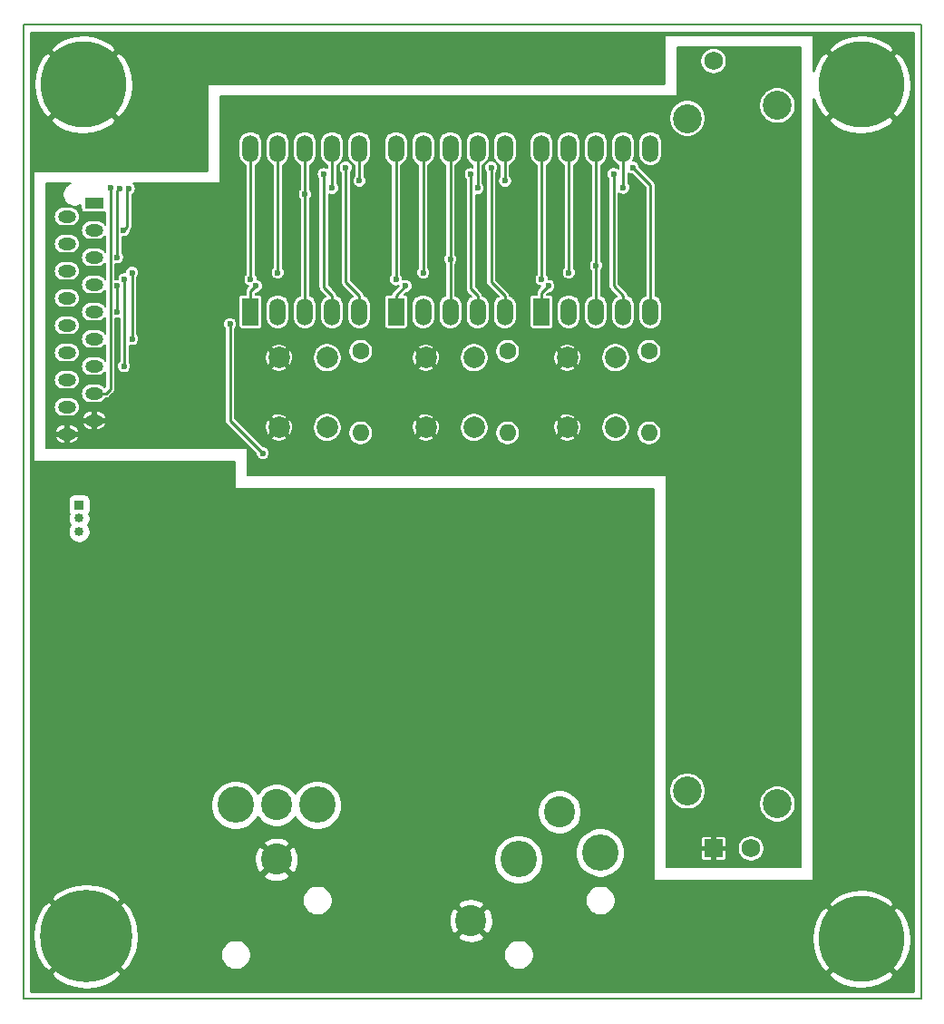
<source format=gbr>
G04 #@! TF.GenerationSoftware,KiCad,Pcbnew,5.1.5-52549c5~84~ubuntu18.04.1*
G04 #@! TF.CreationDate,2020-01-17T22:36:35+01:00*
G04 #@! TF.ProjectId,VFD,5646442e-6b69-4636-9164-5f7063625858,rev?*
G04 #@! TF.SameCoordinates,Original*
G04 #@! TF.FileFunction,Copper,L2,Bot*
G04 #@! TF.FilePolarity,Positive*
%FSLAX46Y46*%
G04 Gerber Fmt 4.6, Leading zero omitted, Abs format (unit mm)*
G04 Created by KiCad (PCBNEW 5.1.5-52549c5~84~ubuntu18.04.1) date 2020-01-17 22:36:35*
%MOMM*%
%LPD*%
G04 APERTURE LIST*
%ADD10C,0.150000*%
%ADD11R,1.524000X2.524000*%
%ADD12O,1.524000X2.524000*%
%ADD13C,3.400000*%
%ADD14C,2.900000*%
%ADD15R,1.700000X1.120000*%
%ADD16O,1.700000X1.120000*%
%ADD17C,2.000000*%
%ADD18C,2.700000*%
%ADD19C,1.750000*%
%ADD20R,1.750000X1.750000*%
%ADD21O,1.600000X1.600000*%
%ADD22C,1.600000*%
%ADD23C,0.900000*%
%ADD24C,8.000000*%
%ADD25C,8.600000*%
%ADD26C,0.850000*%
%ADD27R,0.850000X0.850000*%
%ADD28C,0.600000*%
%ADD29C,0.250000*%
%ADD30C,0.200000*%
%ADD31C,0.254000*%
G04 APERTURE END LIST*
D10*
X283337000Y-34036000D02*
X283337000Y-124968000D01*
X199517000Y-34036000D02*
X283337000Y-34036000D01*
X199517000Y-124968000D02*
X199517000Y-34036000D01*
X283337000Y-124968000D02*
X199517000Y-124968000D01*
D11*
X234315000Y-60833000D03*
D12*
X236855000Y-60833000D03*
X239395000Y-60833000D03*
X241935000Y-60833000D03*
X244475000Y-60833000D03*
X244475000Y-45593000D03*
X241935000Y-45593000D03*
X239395000Y-45593000D03*
X236855000Y-45593000D03*
X234315000Y-45593000D03*
D11*
X220726000Y-60833000D03*
D12*
X223266000Y-60833000D03*
X225806000Y-60833000D03*
X228346000Y-60833000D03*
X230886000Y-60833000D03*
X230886000Y-45593000D03*
X228346000Y-45593000D03*
X225806000Y-45593000D03*
X223266000Y-45593000D03*
X220726000Y-45593000D03*
D13*
X219329000Y-106870500D03*
X226949000Y-106870500D03*
D14*
X223139000Y-106870500D03*
X223139000Y-111950500D03*
D15*
X206121000Y-50673000D03*
D16*
X203581000Y-51943000D03*
X206121000Y-53213000D03*
X203581000Y-54483000D03*
X206121000Y-55753000D03*
X203581000Y-57023000D03*
X206121000Y-58293000D03*
X203581000Y-59563000D03*
X206121000Y-60833000D03*
X203581000Y-62103000D03*
X206121000Y-63373000D03*
X203581000Y-64643000D03*
X206121000Y-65913000D03*
X203581000Y-67183000D03*
X206121000Y-68453000D03*
X203581000Y-69723000D03*
X206121000Y-70993000D03*
X203581000Y-72263000D03*
D17*
X237109000Y-65128000D03*
X241609000Y-65128000D03*
X237109000Y-71628000D03*
X241609000Y-71628000D03*
X250317000Y-65128000D03*
X254817000Y-65128000D03*
X250317000Y-71628000D03*
X254817000Y-71628000D03*
D13*
X245745000Y-111950500D03*
X253365000Y-111315500D03*
D14*
X249555000Y-107500500D03*
X241305000Y-117670500D03*
D18*
X269919500Y-41584500D03*
X269919500Y-106784500D03*
X261519500Y-42784500D03*
X261519500Y-105584500D03*
D19*
X263969500Y-37434500D03*
X267469500Y-110934500D03*
D20*
X263969500Y-110934500D03*
D21*
X257937000Y-72136000D03*
D22*
X257937000Y-64516000D03*
D21*
X244729000Y-72136000D03*
D22*
X244729000Y-64516000D03*
D21*
X231013000Y-72136000D03*
D22*
X231013000Y-64516000D03*
D23*
X279870320Y-117258680D03*
X277749000Y-116380000D03*
X275627680Y-117258680D03*
X274749000Y-119380000D03*
X275627680Y-121501320D03*
X277749000Y-122380000D03*
X279870320Y-121501320D03*
X280749000Y-119380000D03*
D24*
X277749000Y-119380000D03*
D23*
X279870320Y-37502680D03*
X277749000Y-36624000D03*
X275627680Y-37502680D03*
X274749000Y-39624000D03*
X275627680Y-41745320D03*
X277749000Y-42624000D03*
X279870320Y-41745320D03*
X280749000Y-39624000D03*
D24*
X277749000Y-39624000D03*
D23*
X207226320Y-37502680D03*
X205105000Y-36624000D03*
X202983680Y-37502680D03*
X202105000Y-39624000D03*
X202983680Y-41745320D03*
X205105000Y-42624000D03*
X207226320Y-41745320D03*
X208105000Y-39624000D03*
D24*
X205105000Y-39624000D03*
D25*
X205359000Y-119126000D03*
D23*
X208584000Y-119126000D03*
X207639419Y-121406419D03*
X205359000Y-122351000D03*
X203078581Y-121406419D03*
X202134000Y-119126000D03*
X203078581Y-116845581D03*
X205359000Y-115901000D03*
X207639419Y-116845581D03*
D26*
X204724000Y-81367000D03*
X204724000Y-80117000D03*
D27*
X204724000Y-78867000D03*
D17*
X223393000Y-65128000D03*
X227893000Y-65128000D03*
X223393000Y-71628000D03*
X227893000Y-71628000D03*
D11*
X247904000Y-60833000D03*
D12*
X250444000Y-60833000D03*
X252984000Y-60833000D03*
X255524000Y-60833000D03*
X258064000Y-60833000D03*
X258064000Y-45593000D03*
X255524000Y-45593000D03*
X252984000Y-45593000D03*
X250444000Y-45593000D03*
X247904000Y-45593000D03*
D28*
X228346000Y-49276000D03*
X241935000Y-49276000D03*
X255524000Y-49246000D03*
X225806000Y-49871000D03*
X230906000Y-48621000D03*
X244495000Y-48621000D03*
X209352684Y-49336086D03*
X208895000Y-53213000D03*
X239395000Y-55930000D03*
X227574000Y-47996000D03*
X254635000Y-47996000D03*
X241300000Y-47996000D03*
X208486944Y-49317941D03*
X208270000Y-55753000D03*
X252984000Y-56515000D03*
X235204000Y-58430000D03*
X221244000Y-58430000D03*
X248539000Y-58420000D03*
X208280000Y-60833000D03*
X208281336Y-58431636D03*
X236855000Y-57180000D03*
X223266000Y-57180000D03*
X250444000Y-57180000D03*
X209677000Y-63373000D03*
X209677000Y-57180000D03*
X247904000Y-57805000D03*
X234315000Y-57805000D03*
X220726000Y-57805000D03*
X208915000Y-65913000D03*
X208961373Y-57805000D03*
X221869000Y-74031000D03*
X218821000Y-61986000D03*
X243205000Y-47371000D03*
X229616000Y-47371000D03*
X256413000Y-47371000D03*
X207645000Y-49276000D03*
X213169500Y-94932500D03*
X235458000Y-110998000D03*
D29*
X228346000Y-45593000D02*
X228346000Y-49276000D01*
X241935000Y-45593000D02*
X241935000Y-49276000D01*
X255524000Y-49246000D02*
X255524000Y-45593000D01*
X225806000Y-45593000D02*
X225806000Y-47105000D01*
X225806000Y-47105000D02*
X225806000Y-60833000D01*
X230886000Y-45593000D02*
X230886000Y-48601000D01*
X230886000Y-48601000D02*
X230906000Y-48621000D01*
X244475000Y-45593000D02*
X244475000Y-48601000D01*
X244475000Y-48601000D02*
X244495000Y-48621000D01*
X209194999Y-52913001D02*
X209194999Y-49493771D01*
X208895000Y-53213000D02*
X209194999Y-52913001D01*
X209194999Y-49493771D02*
X209352684Y-49336086D01*
X239395000Y-55930000D02*
X239395000Y-45593000D01*
X239395000Y-60833000D02*
X239395000Y-55930000D01*
X228346000Y-60833000D02*
X228346000Y-59321000D01*
X227574000Y-58549000D02*
X227574000Y-47996000D01*
X228346000Y-59321000D02*
X227574000Y-58549000D01*
X255524000Y-59321000D02*
X254635000Y-58432000D01*
X255524000Y-60833000D02*
X255524000Y-59321000D01*
X254635000Y-58432000D02*
X254635000Y-47996000D01*
X241935000Y-59321000D02*
X241300000Y-58686000D01*
X241935000Y-60833000D02*
X241935000Y-59321000D01*
X241300000Y-58686000D02*
X241300000Y-47996000D01*
X255524000Y-60706000D02*
X255460500Y-60769500D01*
X208270000Y-49534885D02*
X208486944Y-49317941D01*
X208270000Y-55753000D02*
X208270000Y-49534885D01*
X252984000Y-60706000D02*
X252920500Y-60769500D01*
X252984000Y-45593000D02*
X252920500Y-45529500D01*
X252984000Y-45593000D02*
X252984000Y-47105000D01*
X252984000Y-47105000D02*
X252984000Y-56515000D01*
X252984000Y-56515000D02*
X252984000Y-60833000D01*
X250444000Y-60706000D02*
X250380500Y-60769500D01*
X234315000Y-59321000D02*
X235204000Y-58432000D01*
X234315000Y-60833000D02*
X234315000Y-59321000D01*
X235204000Y-58432000D02*
X235204000Y-58430000D01*
X220726000Y-58948000D02*
X221244000Y-58430000D01*
X220726000Y-60833000D02*
X220726000Y-58948000D01*
X247904000Y-59055000D02*
X248539000Y-58420000D01*
X247904000Y-60833000D02*
X247904000Y-59055000D01*
X208281336Y-60831664D02*
X208280000Y-60833000D01*
X208281336Y-58431636D02*
X208281336Y-60831664D01*
X236855000Y-45593000D02*
X236855000Y-57180000D01*
X223266000Y-45593000D02*
X223266000Y-57180000D01*
X250444000Y-45593000D02*
X250444000Y-57180000D01*
X209677000Y-57180000D02*
X209677000Y-63373000D01*
X223393000Y-45593000D02*
X223329500Y-45529500D01*
X250444000Y-45593000D02*
X250380500Y-45529500D01*
X247904000Y-45593000D02*
X247904000Y-57805000D01*
X234315000Y-45593000D02*
X234315000Y-57805000D01*
X220726000Y-45593000D02*
X220726000Y-57805000D01*
X208961373Y-65866627D02*
X208915000Y-65913000D01*
X208961373Y-57805000D02*
X208961373Y-65866627D01*
X247904000Y-45593000D02*
X247840500Y-45529500D01*
X218821000Y-70983000D02*
X221869000Y-74031000D01*
X218821000Y-61986000D02*
X218821000Y-70983000D01*
X244475000Y-59321000D02*
X243205000Y-58051000D01*
X244475000Y-60833000D02*
X244475000Y-59321000D01*
X243205000Y-58051000D02*
X243205000Y-47371000D01*
X229616000Y-58051000D02*
X229616000Y-47371000D01*
X230886000Y-60833000D02*
X230886000Y-59321000D01*
X230886000Y-59321000D02*
X229616000Y-58051000D01*
X258064000Y-49022000D02*
X256413000Y-47371000D01*
X258064000Y-60833000D02*
X258064000Y-49022000D01*
X207221000Y-68453000D02*
X207645000Y-68029000D01*
X206121000Y-68453000D02*
X207221000Y-68453000D01*
X207645000Y-68029000D02*
X207645000Y-49276000D01*
D30*
G36*
X272061000Y-112676000D02*
G01*
X259561000Y-112676000D01*
X259561000Y-111809500D01*
X262793048Y-111809500D01*
X262798840Y-111868310D01*
X262815995Y-111924861D01*
X262843852Y-111976978D01*
X262881341Y-112022659D01*
X262927022Y-112060148D01*
X262979139Y-112088005D01*
X263035690Y-112105160D01*
X263094500Y-112110952D01*
X263740500Y-112109500D01*
X263815500Y-112034500D01*
X263815500Y-111088500D01*
X264123500Y-111088500D01*
X264123500Y-112034500D01*
X264198500Y-112109500D01*
X264844500Y-112110952D01*
X264903310Y-112105160D01*
X264959861Y-112088005D01*
X265011978Y-112060148D01*
X265057659Y-112022659D01*
X265095148Y-111976978D01*
X265123005Y-111924861D01*
X265140160Y-111868310D01*
X265145952Y-111809500D01*
X265144500Y-111163500D01*
X265069500Y-111088500D01*
X264123500Y-111088500D01*
X263815500Y-111088500D01*
X262869500Y-111088500D01*
X262794500Y-111163500D01*
X262793048Y-111809500D01*
X259561000Y-111809500D01*
X259561000Y-110813848D01*
X266244500Y-110813848D01*
X266244500Y-111055152D01*
X266291576Y-111291819D01*
X266383919Y-111514755D01*
X266517981Y-111715392D01*
X266688608Y-111886019D01*
X266889245Y-112020081D01*
X267112181Y-112112424D01*
X267348848Y-112159500D01*
X267590152Y-112159500D01*
X267826819Y-112112424D01*
X268049755Y-112020081D01*
X268250392Y-111886019D01*
X268421019Y-111715392D01*
X268555081Y-111514755D01*
X268647424Y-111291819D01*
X268694500Y-111055152D01*
X268694500Y-110813848D01*
X268647424Y-110577181D01*
X268555081Y-110354245D01*
X268421019Y-110153608D01*
X268250392Y-109982981D01*
X268049755Y-109848919D01*
X267826819Y-109756576D01*
X267590152Y-109709500D01*
X267348848Y-109709500D01*
X267112181Y-109756576D01*
X266889245Y-109848919D01*
X266688608Y-109982981D01*
X266517981Y-110153608D01*
X266383919Y-110354245D01*
X266291576Y-110577181D01*
X266244500Y-110813848D01*
X259561000Y-110813848D01*
X259561000Y-110059500D01*
X262793048Y-110059500D01*
X262794500Y-110705500D01*
X262869500Y-110780500D01*
X263815500Y-110780500D01*
X263815500Y-109834500D01*
X264123500Y-109834500D01*
X264123500Y-110780500D01*
X265069500Y-110780500D01*
X265144500Y-110705500D01*
X265145952Y-110059500D01*
X265140160Y-110000690D01*
X265123005Y-109944139D01*
X265095148Y-109892022D01*
X265057659Y-109846341D01*
X265011978Y-109808852D01*
X264959861Y-109780995D01*
X264903310Y-109763840D01*
X264844500Y-109758048D01*
X264198500Y-109759500D01*
X264123500Y-109834500D01*
X263815500Y-109834500D01*
X263740500Y-109759500D01*
X263094500Y-109758048D01*
X263035690Y-109763840D01*
X262979139Y-109780995D01*
X262927022Y-109808852D01*
X262881341Y-109846341D01*
X262843852Y-109892022D01*
X262815995Y-109944139D01*
X262798840Y-110000690D01*
X262793048Y-110059500D01*
X259561000Y-110059500D01*
X259561000Y-105417065D01*
X259819500Y-105417065D01*
X259819500Y-105751935D01*
X259884830Y-106080372D01*
X260012979Y-106389752D01*
X260199023Y-106668187D01*
X260435813Y-106904977D01*
X260714248Y-107091021D01*
X261023628Y-107219170D01*
X261352065Y-107284500D01*
X261686935Y-107284500D01*
X262015372Y-107219170D01*
X262324752Y-107091021D01*
X262603187Y-106904977D01*
X262839977Y-106668187D01*
X262874135Y-106617065D01*
X268219500Y-106617065D01*
X268219500Y-106951935D01*
X268284830Y-107280372D01*
X268412979Y-107589752D01*
X268599023Y-107868187D01*
X268835813Y-108104977D01*
X269114248Y-108291021D01*
X269423628Y-108419170D01*
X269752065Y-108484500D01*
X270086935Y-108484500D01*
X270415372Y-108419170D01*
X270724752Y-108291021D01*
X271003187Y-108104977D01*
X271239977Y-107868187D01*
X271426021Y-107589752D01*
X271554170Y-107280372D01*
X271619500Y-106951935D01*
X271619500Y-106617065D01*
X271554170Y-106288628D01*
X271426021Y-105979248D01*
X271239977Y-105700813D01*
X271003187Y-105464023D01*
X270724752Y-105277979D01*
X270415372Y-105149830D01*
X270086935Y-105084500D01*
X269752065Y-105084500D01*
X269423628Y-105149830D01*
X269114248Y-105277979D01*
X268835813Y-105464023D01*
X268599023Y-105700813D01*
X268412979Y-105979248D01*
X268284830Y-106288628D01*
X268219500Y-106617065D01*
X262874135Y-106617065D01*
X263026021Y-106389752D01*
X263154170Y-106080372D01*
X263219500Y-105751935D01*
X263219500Y-105417065D01*
X263154170Y-105088628D01*
X263026021Y-104779248D01*
X262839977Y-104500813D01*
X262603187Y-104264023D01*
X262324752Y-104077979D01*
X262015372Y-103949830D01*
X261686935Y-103884500D01*
X261352065Y-103884500D01*
X261023628Y-103949830D01*
X260714248Y-104077979D01*
X260435813Y-104264023D01*
X260199023Y-104500813D01*
X260012979Y-104779248D01*
X259884830Y-105088628D01*
X259819500Y-105417065D01*
X259561000Y-105417065D01*
X259561000Y-76200000D01*
X259559079Y-76180491D01*
X259553388Y-76161732D01*
X259544147Y-76144443D01*
X259531711Y-76129289D01*
X259516557Y-76116853D01*
X259499268Y-76107612D01*
X259480509Y-76101921D01*
X259461000Y-76100000D01*
X220445000Y-76100000D01*
X220445000Y-73660000D01*
X220443079Y-73640491D01*
X220437388Y-73621732D01*
X220428147Y-73604443D01*
X220415711Y-73589289D01*
X220400557Y-73576853D01*
X220383268Y-73567612D01*
X220364509Y-73561921D01*
X220345000Y-73560000D01*
X201649000Y-73560000D01*
X201649000Y-72547463D01*
X202479409Y-72547463D01*
X202555962Y-72751613D01*
X202665409Y-72885623D01*
X202798897Y-72995706D01*
X202951297Y-73077632D01*
X203116751Y-73128252D01*
X203288902Y-73145621D01*
X203427000Y-73060083D01*
X203427000Y-72417000D01*
X203735000Y-72417000D01*
X203735000Y-73060083D01*
X203873098Y-73145621D01*
X204045249Y-73128252D01*
X204210703Y-73077632D01*
X204363103Y-72995706D01*
X204496591Y-72885623D01*
X204606038Y-72751613D01*
X204682591Y-72547463D01*
X204640746Y-72417000D01*
X203735000Y-72417000D01*
X203427000Y-72417000D01*
X202521254Y-72417000D01*
X202479409Y-72547463D01*
X201649000Y-72547463D01*
X201649000Y-71978537D01*
X202479409Y-71978537D01*
X202521254Y-72109000D01*
X203427000Y-72109000D01*
X203427000Y-71465917D01*
X203735000Y-71465917D01*
X203735000Y-72109000D01*
X204640746Y-72109000D01*
X204682591Y-71978537D01*
X204606038Y-71774387D01*
X204496591Y-71640377D01*
X204363103Y-71530294D01*
X204210703Y-71448368D01*
X204045249Y-71397748D01*
X203873098Y-71380379D01*
X203735000Y-71465917D01*
X203427000Y-71465917D01*
X203288902Y-71380379D01*
X203116751Y-71397748D01*
X202951297Y-71448368D01*
X202798897Y-71530294D01*
X202665409Y-71640377D01*
X202555962Y-71774387D01*
X202479409Y-71978537D01*
X201649000Y-71978537D01*
X201649000Y-71277463D01*
X205019409Y-71277463D01*
X205095962Y-71481613D01*
X205205409Y-71615623D01*
X205338897Y-71725706D01*
X205491297Y-71807632D01*
X205656751Y-71858252D01*
X205828902Y-71875621D01*
X205967000Y-71790083D01*
X205967000Y-71147000D01*
X206275000Y-71147000D01*
X206275000Y-71790083D01*
X206413098Y-71875621D01*
X206585249Y-71858252D01*
X206750703Y-71807632D01*
X206903103Y-71725706D01*
X207036591Y-71615623D01*
X207146038Y-71481613D01*
X207222591Y-71277463D01*
X207180746Y-71147000D01*
X206275000Y-71147000D01*
X205967000Y-71147000D01*
X205061254Y-71147000D01*
X205019409Y-71277463D01*
X201649000Y-71277463D01*
X201649000Y-70708537D01*
X205019409Y-70708537D01*
X205061254Y-70839000D01*
X205967000Y-70839000D01*
X205967000Y-70195917D01*
X206275000Y-70195917D01*
X206275000Y-70839000D01*
X207180746Y-70839000D01*
X207222591Y-70708537D01*
X207146038Y-70504387D01*
X207036591Y-70370377D01*
X206903103Y-70260294D01*
X206750703Y-70178368D01*
X206585249Y-70127748D01*
X206413098Y-70110379D01*
X206275000Y-70195917D01*
X205967000Y-70195917D01*
X205828902Y-70110379D01*
X205656751Y-70127748D01*
X205491297Y-70178368D01*
X205338897Y-70260294D01*
X205205409Y-70370377D01*
X205095962Y-70504387D01*
X205019409Y-70708537D01*
X201649000Y-70708537D01*
X201649000Y-69723000D01*
X202376597Y-69723000D01*
X202394167Y-69901391D01*
X202446202Y-70072927D01*
X202530702Y-70231015D01*
X202644419Y-70369581D01*
X202782985Y-70483298D01*
X202941073Y-70567798D01*
X203112609Y-70619833D01*
X203246296Y-70633000D01*
X203915704Y-70633000D01*
X204049391Y-70619833D01*
X204220927Y-70567798D01*
X204379015Y-70483298D01*
X204517581Y-70369581D01*
X204631298Y-70231015D01*
X204715798Y-70072927D01*
X204767833Y-69901391D01*
X204785403Y-69723000D01*
X204767833Y-69544609D01*
X204715798Y-69373073D01*
X204631298Y-69214985D01*
X204517581Y-69076419D01*
X204379015Y-68962702D01*
X204220927Y-68878202D01*
X204049391Y-68826167D01*
X203915704Y-68813000D01*
X203246296Y-68813000D01*
X203112609Y-68826167D01*
X202941073Y-68878202D01*
X202782985Y-68962702D01*
X202644419Y-69076419D01*
X202530702Y-69214985D01*
X202446202Y-69373073D01*
X202394167Y-69544609D01*
X202376597Y-69723000D01*
X201649000Y-69723000D01*
X201649000Y-67183000D01*
X202376597Y-67183000D01*
X202394167Y-67361391D01*
X202446202Y-67532927D01*
X202530702Y-67691015D01*
X202644419Y-67829581D01*
X202782985Y-67943298D01*
X202941073Y-68027798D01*
X203112609Y-68079833D01*
X203246296Y-68093000D01*
X203915704Y-68093000D01*
X204049391Y-68079833D01*
X204220927Y-68027798D01*
X204379015Y-67943298D01*
X204517581Y-67829581D01*
X204631298Y-67691015D01*
X204715798Y-67532927D01*
X204767833Y-67361391D01*
X204785403Y-67183000D01*
X204767833Y-67004609D01*
X204715798Y-66833073D01*
X204631298Y-66674985D01*
X204517581Y-66536419D01*
X204379015Y-66422702D01*
X204220927Y-66338202D01*
X204049391Y-66286167D01*
X203915704Y-66273000D01*
X203246296Y-66273000D01*
X203112609Y-66286167D01*
X202941073Y-66338202D01*
X202782985Y-66422702D01*
X202644419Y-66536419D01*
X202530702Y-66674985D01*
X202446202Y-66833073D01*
X202394167Y-67004609D01*
X202376597Y-67183000D01*
X201649000Y-67183000D01*
X201649000Y-64643000D01*
X202376597Y-64643000D01*
X202394167Y-64821391D01*
X202446202Y-64992927D01*
X202530702Y-65151015D01*
X202644419Y-65289581D01*
X202782985Y-65403298D01*
X202941073Y-65487798D01*
X203112609Y-65539833D01*
X203246296Y-65553000D01*
X203915704Y-65553000D01*
X204049391Y-65539833D01*
X204220927Y-65487798D01*
X204379015Y-65403298D01*
X204517581Y-65289581D01*
X204631298Y-65151015D01*
X204715798Y-64992927D01*
X204767833Y-64821391D01*
X204785403Y-64643000D01*
X204767833Y-64464609D01*
X204715798Y-64293073D01*
X204631298Y-64134985D01*
X204517581Y-63996419D01*
X204379015Y-63882702D01*
X204220927Y-63798202D01*
X204049391Y-63746167D01*
X203915704Y-63733000D01*
X203246296Y-63733000D01*
X203112609Y-63746167D01*
X202941073Y-63798202D01*
X202782985Y-63882702D01*
X202644419Y-63996419D01*
X202530702Y-64134985D01*
X202446202Y-64293073D01*
X202394167Y-64464609D01*
X202376597Y-64643000D01*
X201649000Y-64643000D01*
X201649000Y-62103000D01*
X202376597Y-62103000D01*
X202394167Y-62281391D01*
X202446202Y-62452927D01*
X202530702Y-62611015D01*
X202644419Y-62749581D01*
X202782985Y-62863298D01*
X202941073Y-62947798D01*
X203112609Y-62999833D01*
X203246296Y-63013000D01*
X203915704Y-63013000D01*
X204049391Y-62999833D01*
X204220927Y-62947798D01*
X204379015Y-62863298D01*
X204517581Y-62749581D01*
X204631298Y-62611015D01*
X204715798Y-62452927D01*
X204767833Y-62281391D01*
X204785403Y-62103000D01*
X204767833Y-61924609D01*
X204715798Y-61753073D01*
X204631298Y-61594985D01*
X204517581Y-61456419D01*
X204379015Y-61342702D01*
X204220927Y-61258202D01*
X204049391Y-61206167D01*
X203915704Y-61193000D01*
X203246296Y-61193000D01*
X203112609Y-61206167D01*
X202941073Y-61258202D01*
X202782985Y-61342702D01*
X202644419Y-61456419D01*
X202530702Y-61594985D01*
X202446202Y-61753073D01*
X202394167Y-61924609D01*
X202376597Y-62103000D01*
X201649000Y-62103000D01*
X201649000Y-59563000D01*
X202376597Y-59563000D01*
X202394167Y-59741391D01*
X202446202Y-59912927D01*
X202530702Y-60071015D01*
X202644419Y-60209581D01*
X202782985Y-60323298D01*
X202941073Y-60407798D01*
X203112609Y-60459833D01*
X203246296Y-60473000D01*
X203915704Y-60473000D01*
X204049391Y-60459833D01*
X204220927Y-60407798D01*
X204379015Y-60323298D01*
X204517581Y-60209581D01*
X204631298Y-60071015D01*
X204715798Y-59912927D01*
X204767833Y-59741391D01*
X204785403Y-59563000D01*
X204767833Y-59384609D01*
X204715798Y-59213073D01*
X204631298Y-59054985D01*
X204517581Y-58916419D01*
X204379015Y-58802702D01*
X204220927Y-58718202D01*
X204049391Y-58666167D01*
X203915704Y-58653000D01*
X203246296Y-58653000D01*
X203112609Y-58666167D01*
X202941073Y-58718202D01*
X202782985Y-58802702D01*
X202644419Y-58916419D01*
X202530702Y-59054985D01*
X202446202Y-59213073D01*
X202394167Y-59384609D01*
X202376597Y-59563000D01*
X201649000Y-59563000D01*
X201649000Y-57023000D01*
X202376597Y-57023000D01*
X202394167Y-57201391D01*
X202446202Y-57372927D01*
X202530702Y-57531015D01*
X202644419Y-57669581D01*
X202782985Y-57783298D01*
X202941073Y-57867798D01*
X203112609Y-57919833D01*
X203246296Y-57933000D01*
X203915704Y-57933000D01*
X204049391Y-57919833D01*
X204220927Y-57867798D01*
X204379015Y-57783298D01*
X204517581Y-57669581D01*
X204631298Y-57531015D01*
X204715798Y-57372927D01*
X204767833Y-57201391D01*
X204785403Y-57023000D01*
X204767833Y-56844609D01*
X204715798Y-56673073D01*
X204631298Y-56514985D01*
X204517581Y-56376419D01*
X204379015Y-56262702D01*
X204220927Y-56178202D01*
X204049391Y-56126167D01*
X203915704Y-56113000D01*
X203246296Y-56113000D01*
X203112609Y-56126167D01*
X202941073Y-56178202D01*
X202782985Y-56262702D01*
X202644419Y-56376419D01*
X202530702Y-56514985D01*
X202446202Y-56673073D01*
X202394167Y-56844609D01*
X202376597Y-57023000D01*
X201649000Y-57023000D01*
X201649000Y-54483000D01*
X202376597Y-54483000D01*
X202394167Y-54661391D01*
X202446202Y-54832927D01*
X202530702Y-54991015D01*
X202644419Y-55129581D01*
X202782985Y-55243298D01*
X202941073Y-55327798D01*
X203112609Y-55379833D01*
X203246296Y-55393000D01*
X203915704Y-55393000D01*
X204049391Y-55379833D01*
X204220927Y-55327798D01*
X204379015Y-55243298D01*
X204517581Y-55129581D01*
X204631298Y-54991015D01*
X204715798Y-54832927D01*
X204767833Y-54661391D01*
X204785403Y-54483000D01*
X204767833Y-54304609D01*
X204715798Y-54133073D01*
X204631298Y-53974985D01*
X204517581Y-53836419D01*
X204379015Y-53722702D01*
X204220927Y-53638202D01*
X204049391Y-53586167D01*
X203915704Y-53573000D01*
X203246296Y-53573000D01*
X203112609Y-53586167D01*
X202941073Y-53638202D01*
X202782985Y-53722702D01*
X202644419Y-53836419D01*
X202530702Y-53974985D01*
X202446202Y-54133073D01*
X202394167Y-54304609D01*
X202376597Y-54483000D01*
X201649000Y-54483000D01*
X201649000Y-51943000D01*
X202376597Y-51943000D01*
X202394167Y-52121391D01*
X202446202Y-52292927D01*
X202530702Y-52451015D01*
X202644419Y-52589581D01*
X202782985Y-52703298D01*
X202941073Y-52787798D01*
X203112609Y-52839833D01*
X203246296Y-52853000D01*
X203915704Y-52853000D01*
X204049391Y-52839833D01*
X204220927Y-52787798D01*
X204379015Y-52703298D01*
X204517581Y-52589581D01*
X204631298Y-52451015D01*
X204715798Y-52292927D01*
X204767833Y-52121391D01*
X204785403Y-51943000D01*
X204767833Y-51764609D01*
X204715798Y-51593073D01*
X204631298Y-51434985D01*
X204517581Y-51296419D01*
X204379015Y-51182702D01*
X204220927Y-51098202D01*
X204049391Y-51046167D01*
X203915704Y-51033000D01*
X203246296Y-51033000D01*
X203112609Y-51046167D01*
X202941073Y-51098202D01*
X202782985Y-51182702D01*
X202644419Y-51296419D01*
X202530702Y-51434985D01*
X202446202Y-51593073D01*
X202394167Y-51764609D01*
X202376597Y-51943000D01*
X201649000Y-51943000D01*
X201649000Y-48868000D01*
X203957345Y-48868000D01*
X203799955Y-48933193D01*
X203619791Y-49053575D01*
X203466575Y-49206791D01*
X203346193Y-49386955D01*
X203263273Y-49587142D01*
X203221000Y-49799659D01*
X203221000Y-50016341D01*
X203263273Y-50228858D01*
X203346193Y-50429045D01*
X203466575Y-50609209D01*
X203619791Y-50762425D01*
X203799955Y-50882807D01*
X204000142Y-50965727D01*
X204212659Y-51008000D01*
X204429341Y-51008000D01*
X204641858Y-50965727D01*
X204842045Y-50882807D01*
X204919307Y-50831182D01*
X204919307Y-51233000D01*
X204926065Y-51301612D01*
X204946078Y-51367587D01*
X204978578Y-51428390D01*
X205022315Y-51481685D01*
X205075610Y-51525422D01*
X205136413Y-51557922D01*
X205202388Y-51577935D01*
X205271000Y-51584693D01*
X206971000Y-51584693D01*
X207039612Y-51577935D01*
X207105587Y-51557922D01*
X207166390Y-51525422D01*
X207170001Y-51522459D01*
X207170001Y-52703404D01*
X207057581Y-52566419D01*
X206919015Y-52452702D01*
X206760927Y-52368202D01*
X206589391Y-52316167D01*
X206455704Y-52303000D01*
X205786296Y-52303000D01*
X205652609Y-52316167D01*
X205481073Y-52368202D01*
X205322985Y-52452702D01*
X205184419Y-52566419D01*
X205070702Y-52704985D01*
X204986202Y-52863073D01*
X204934167Y-53034609D01*
X204916597Y-53213000D01*
X204934167Y-53391391D01*
X204986202Y-53562927D01*
X205070702Y-53721015D01*
X205184419Y-53859581D01*
X205322985Y-53973298D01*
X205481073Y-54057798D01*
X205652609Y-54109833D01*
X205786296Y-54123000D01*
X206455704Y-54123000D01*
X206589391Y-54109833D01*
X206760927Y-54057798D01*
X206919015Y-53973298D01*
X207057581Y-53859581D01*
X207170001Y-53722596D01*
X207170001Y-55243404D01*
X207057581Y-55106419D01*
X206919015Y-54992702D01*
X206760927Y-54908202D01*
X206589391Y-54856167D01*
X206455704Y-54843000D01*
X205786296Y-54843000D01*
X205652609Y-54856167D01*
X205481073Y-54908202D01*
X205322985Y-54992702D01*
X205184419Y-55106419D01*
X205070702Y-55244985D01*
X204986202Y-55403073D01*
X204934167Y-55574609D01*
X204916597Y-55753000D01*
X204934167Y-55931391D01*
X204986202Y-56102927D01*
X205070702Y-56261015D01*
X205184419Y-56399581D01*
X205322985Y-56513298D01*
X205481073Y-56597798D01*
X205652609Y-56649833D01*
X205786296Y-56663000D01*
X206455704Y-56663000D01*
X206589391Y-56649833D01*
X206760927Y-56597798D01*
X206919015Y-56513298D01*
X207057581Y-56399581D01*
X207170001Y-56262596D01*
X207170001Y-57783404D01*
X207057581Y-57646419D01*
X206919015Y-57532702D01*
X206760927Y-57448202D01*
X206589391Y-57396167D01*
X206455704Y-57383000D01*
X205786296Y-57383000D01*
X205652609Y-57396167D01*
X205481073Y-57448202D01*
X205322985Y-57532702D01*
X205184419Y-57646419D01*
X205070702Y-57784985D01*
X204986202Y-57943073D01*
X204934167Y-58114609D01*
X204916597Y-58293000D01*
X204934167Y-58471391D01*
X204986202Y-58642927D01*
X205070702Y-58801015D01*
X205184419Y-58939581D01*
X205322985Y-59053298D01*
X205481073Y-59137798D01*
X205652609Y-59189833D01*
X205786296Y-59203000D01*
X206455704Y-59203000D01*
X206589391Y-59189833D01*
X206760927Y-59137798D01*
X206919015Y-59053298D01*
X207057581Y-58939581D01*
X207170000Y-58802596D01*
X207170000Y-60323404D01*
X207057581Y-60186419D01*
X206919015Y-60072702D01*
X206760927Y-59988202D01*
X206589391Y-59936167D01*
X206455704Y-59923000D01*
X205786296Y-59923000D01*
X205652609Y-59936167D01*
X205481073Y-59988202D01*
X205322985Y-60072702D01*
X205184419Y-60186419D01*
X205070702Y-60324985D01*
X204986202Y-60483073D01*
X204934167Y-60654609D01*
X204916597Y-60833000D01*
X204934167Y-61011391D01*
X204986202Y-61182927D01*
X205070702Y-61341015D01*
X205184419Y-61479581D01*
X205322985Y-61593298D01*
X205481073Y-61677798D01*
X205652609Y-61729833D01*
X205786296Y-61743000D01*
X206455704Y-61743000D01*
X206589391Y-61729833D01*
X206760927Y-61677798D01*
X206919015Y-61593298D01*
X207057581Y-61479581D01*
X207170000Y-61342596D01*
X207170000Y-62863404D01*
X207057581Y-62726419D01*
X206919015Y-62612702D01*
X206760927Y-62528202D01*
X206589391Y-62476167D01*
X206455704Y-62463000D01*
X205786296Y-62463000D01*
X205652609Y-62476167D01*
X205481073Y-62528202D01*
X205322985Y-62612702D01*
X205184419Y-62726419D01*
X205070702Y-62864985D01*
X204986202Y-63023073D01*
X204934167Y-63194609D01*
X204916597Y-63373000D01*
X204934167Y-63551391D01*
X204986202Y-63722927D01*
X205070702Y-63881015D01*
X205184419Y-64019581D01*
X205322985Y-64133298D01*
X205481073Y-64217798D01*
X205652609Y-64269833D01*
X205786296Y-64283000D01*
X206455704Y-64283000D01*
X206589391Y-64269833D01*
X206760927Y-64217798D01*
X206919015Y-64133298D01*
X207057581Y-64019581D01*
X207170000Y-63882596D01*
X207170000Y-65403404D01*
X207057581Y-65266419D01*
X206919015Y-65152702D01*
X206760927Y-65068202D01*
X206589391Y-65016167D01*
X206455704Y-65003000D01*
X205786296Y-65003000D01*
X205652609Y-65016167D01*
X205481073Y-65068202D01*
X205322985Y-65152702D01*
X205184419Y-65266419D01*
X205070702Y-65404985D01*
X204986202Y-65563073D01*
X204934167Y-65734609D01*
X204916597Y-65913000D01*
X204934167Y-66091391D01*
X204986202Y-66262927D01*
X205070702Y-66421015D01*
X205184419Y-66559581D01*
X205322985Y-66673298D01*
X205481073Y-66757798D01*
X205652609Y-66809833D01*
X205786296Y-66823000D01*
X206455704Y-66823000D01*
X206589391Y-66809833D01*
X206760927Y-66757798D01*
X206919015Y-66673298D01*
X207057581Y-66559581D01*
X207170000Y-66422597D01*
X207170000Y-67832249D01*
X207119897Y-67882352D01*
X207057581Y-67806419D01*
X206919015Y-67692702D01*
X206760927Y-67608202D01*
X206589391Y-67556167D01*
X206455704Y-67543000D01*
X205786296Y-67543000D01*
X205652609Y-67556167D01*
X205481073Y-67608202D01*
X205322985Y-67692702D01*
X205184419Y-67806419D01*
X205070702Y-67944985D01*
X204986202Y-68103073D01*
X204934167Y-68274609D01*
X204916597Y-68453000D01*
X204934167Y-68631391D01*
X204986202Y-68802927D01*
X205070702Y-68961015D01*
X205184419Y-69099581D01*
X205322985Y-69213298D01*
X205481073Y-69297798D01*
X205652609Y-69349833D01*
X205786296Y-69363000D01*
X206455704Y-69363000D01*
X206589391Y-69349833D01*
X206760927Y-69297798D01*
X206919015Y-69213298D01*
X207057581Y-69099581D01*
X207171298Y-68961015D01*
X207188945Y-68928000D01*
X207197668Y-68928000D01*
X207221000Y-68930298D01*
X207244332Y-68928000D01*
X207314116Y-68921127D01*
X207403654Y-68893966D01*
X207486173Y-68849859D01*
X207558501Y-68790501D01*
X207573383Y-68772367D01*
X207964376Y-68381375D01*
X207982501Y-68366501D01*
X208041859Y-68294173D01*
X208085966Y-68211654D01*
X208113127Y-68122116D01*
X208120000Y-68052332D01*
X208120000Y-68052331D01*
X208122298Y-68029000D01*
X208120000Y-68005668D01*
X208120000Y-61463908D01*
X208215981Y-61483000D01*
X208344019Y-61483000D01*
X208469598Y-61458021D01*
X208486373Y-61451072D01*
X208486374Y-65422387D01*
X208410112Y-65498649D01*
X208338978Y-65605110D01*
X208289979Y-65723402D01*
X208265000Y-65848981D01*
X208265000Y-65977019D01*
X208289979Y-66102598D01*
X208338978Y-66220890D01*
X208410112Y-66327351D01*
X208500649Y-66417888D01*
X208607110Y-66489022D01*
X208725402Y-66538021D01*
X208850981Y-66563000D01*
X208979019Y-66563000D01*
X209104598Y-66538021D01*
X209222890Y-66489022D01*
X209329351Y-66417888D01*
X209419888Y-66327351D01*
X209491022Y-66220890D01*
X209540021Y-66102598D01*
X209565000Y-65977019D01*
X209565000Y-65848981D01*
X209540021Y-65723402D01*
X209491022Y-65605110D01*
X209436373Y-65523321D01*
X209436373Y-63976884D01*
X209487402Y-63998021D01*
X209612981Y-64023000D01*
X209741019Y-64023000D01*
X209866598Y-63998021D01*
X209984890Y-63949022D01*
X210091351Y-63877888D01*
X210181888Y-63787351D01*
X210253022Y-63680890D01*
X210302021Y-63562598D01*
X210327000Y-63437019D01*
X210327000Y-63308981D01*
X210302021Y-63183402D01*
X210253022Y-63065110D01*
X210181888Y-62958649D01*
X210152000Y-62928761D01*
X210152000Y-61921981D01*
X218171000Y-61921981D01*
X218171000Y-62050019D01*
X218195979Y-62175598D01*
X218244978Y-62293890D01*
X218316112Y-62400351D01*
X218346000Y-62430239D01*
X218346001Y-70959658D01*
X218343702Y-70983000D01*
X218352873Y-71076116D01*
X218374376Y-71147000D01*
X218380035Y-71165654D01*
X218424142Y-71248173D01*
X218483500Y-71320501D01*
X218501629Y-71335379D01*
X221219000Y-74052751D01*
X221219000Y-74095019D01*
X221243979Y-74220598D01*
X221292978Y-74338890D01*
X221364112Y-74445351D01*
X221454649Y-74535888D01*
X221561110Y-74607022D01*
X221679402Y-74656021D01*
X221804981Y-74681000D01*
X221933019Y-74681000D01*
X222058598Y-74656021D01*
X222176890Y-74607022D01*
X222283351Y-74535888D01*
X222373888Y-74445351D01*
X222445022Y-74338890D01*
X222494021Y-74220598D01*
X222519000Y-74095019D01*
X222519000Y-73966981D01*
X222494021Y-73841402D01*
X222445022Y-73723110D01*
X222373888Y-73616649D01*
X222283351Y-73526112D01*
X222176890Y-73454978D01*
X222058598Y-73405979D01*
X221933019Y-73381000D01*
X221890751Y-73381000D01*
X221110462Y-72600711D01*
X222638078Y-72600711D01*
X222755125Y-72767961D01*
X222989777Y-72870500D01*
X223239924Y-72925291D01*
X223495954Y-72930227D01*
X223748028Y-72885119D01*
X223986458Y-72791701D01*
X224030875Y-72767961D01*
X224147922Y-72600711D01*
X223393000Y-71845789D01*
X222638078Y-72600711D01*
X221110462Y-72600711D01*
X220240705Y-71730954D01*
X222090773Y-71730954D01*
X222135881Y-71983028D01*
X222229299Y-72221458D01*
X222253039Y-72265875D01*
X222420289Y-72382922D01*
X223175211Y-71628000D01*
X223610789Y-71628000D01*
X224365711Y-72382922D01*
X224532961Y-72265875D01*
X224635500Y-72031223D01*
X224690291Y-71781076D01*
X224695227Y-71525046D01*
X224689857Y-71495037D01*
X226543000Y-71495037D01*
X226543000Y-71760963D01*
X226594880Y-72021780D01*
X226696646Y-72267465D01*
X226844387Y-72488575D01*
X227032425Y-72676613D01*
X227253535Y-72824354D01*
X227499220Y-72926120D01*
X227760037Y-72978000D01*
X228025963Y-72978000D01*
X228286780Y-72926120D01*
X228532465Y-72824354D01*
X228753575Y-72676613D01*
X228941613Y-72488575D01*
X229089354Y-72267465D01*
X229190724Y-72022735D01*
X229863000Y-72022735D01*
X229863000Y-72249265D01*
X229907194Y-72471443D01*
X229993884Y-72680729D01*
X230119737Y-72869082D01*
X230279918Y-73029263D01*
X230468271Y-73155116D01*
X230677557Y-73241806D01*
X230899735Y-73286000D01*
X231126265Y-73286000D01*
X231348443Y-73241806D01*
X231557729Y-73155116D01*
X231746082Y-73029263D01*
X231906263Y-72869082D01*
X232032116Y-72680729D01*
X232065260Y-72600711D01*
X236354078Y-72600711D01*
X236471125Y-72767961D01*
X236705777Y-72870500D01*
X236955924Y-72925291D01*
X237211954Y-72930227D01*
X237464028Y-72885119D01*
X237702458Y-72791701D01*
X237746875Y-72767961D01*
X237863922Y-72600711D01*
X237109000Y-71845789D01*
X236354078Y-72600711D01*
X232065260Y-72600711D01*
X232118806Y-72471443D01*
X232163000Y-72249265D01*
X232163000Y-72022735D01*
X232118806Y-71800557D01*
X232089976Y-71730954D01*
X235806773Y-71730954D01*
X235851881Y-71983028D01*
X235945299Y-72221458D01*
X235969039Y-72265875D01*
X236136289Y-72382922D01*
X236891211Y-71628000D01*
X237326789Y-71628000D01*
X238081711Y-72382922D01*
X238248961Y-72265875D01*
X238351500Y-72031223D01*
X238406291Y-71781076D01*
X238411227Y-71525046D01*
X238405857Y-71495037D01*
X240259000Y-71495037D01*
X240259000Y-71760963D01*
X240310880Y-72021780D01*
X240412646Y-72267465D01*
X240560387Y-72488575D01*
X240748425Y-72676613D01*
X240969535Y-72824354D01*
X241215220Y-72926120D01*
X241476037Y-72978000D01*
X241741963Y-72978000D01*
X242002780Y-72926120D01*
X242248465Y-72824354D01*
X242469575Y-72676613D01*
X242657613Y-72488575D01*
X242805354Y-72267465D01*
X242906724Y-72022735D01*
X243579000Y-72022735D01*
X243579000Y-72249265D01*
X243623194Y-72471443D01*
X243709884Y-72680729D01*
X243835737Y-72869082D01*
X243995918Y-73029263D01*
X244184271Y-73155116D01*
X244393557Y-73241806D01*
X244615735Y-73286000D01*
X244842265Y-73286000D01*
X245064443Y-73241806D01*
X245273729Y-73155116D01*
X245462082Y-73029263D01*
X245622263Y-72869082D01*
X245748116Y-72680729D01*
X245781260Y-72600711D01*
X249562078Y-72600711D01*
X249679125Y-72767961D01*
X249913777Y-72870500D01*
X250163924Y-72925291D01*
X250419954Y-72930227D01*
X250672028Y-72885119D01*
X250910458Y-72791701D01*
X250954875Y-72767961D01*
X251071922Y-72600711D01*
X250317000Y-71845789D01*
X249562078Y-72600711D01*
X245781260Y-72600711D01*
X245834806Y-72471443D01*
X245879000Y-72249265D01*
X245879000Y-72022735D01*
X245834806Y-71800557D01*
X245805976Y-71730954D01*
X249014773Y-71730954D01*
X249059881Y-71983028D01*
X249153299Y-72221458D01*
X249177039Y-72265875D01*
X249344289Y-72382922D01*
X250099211Y-71628000D01*
X250534789Y-71628000D01*
X251289711Y-72382922D01*
X251456961Y-72265875D01*
X251559500Y-72031223D01*
X251614291Y-71781076D01*
X251619227Y-71525046D01*
X251613857Y-71495037D01*
X253467000Y-71495037D01*
X253467000Y-71760963D01*
X253518880Y-72021780D01*
X253620646Y-72267465D01*
X253768387Y-72488575D01*
X253956425Y-72676613D01*
X254177535Y-72824354D01*
X254423220Y-72926120D01*
X254684037Y-72978000D01*
X254949963Y-72978000D01*
X255210780Y-72926120D01*
X255456465Y-72824354D01*
X255677575Y-72676613D01*
X255865613Y-72488575D01*
X256013354Y-72267465D01*
X256114724Y-72022735D01*
X256787000Y-72022735D01*
X256787000Y-72249265D01*
X256831194Y-72471443D01*
X256917884Y-72680729D01*
X257043737Y-72869082D01*
X257203918Y-73029263D01*
X257392271Y-73155116D01*
X257601557Y-73241806D01*
X257823735Y-73286000D01*
X258050265Y-73286000D01*
X258272443Y-73241806D01*
X258481729Y-73155116D01*
X258670082Y-73029263D01*
X258830263Y-72869082D01*
X258956116Y-72680729D01*
X259042806Y-72471443D01*
X259087000Y-72249265D01*
X259087000Y-72022735D01*
X259042806Y-71800557D01*
X258956116Y-71591271D01*
X258830263Y-71402918D01*
X258670082Y-71242737D01*
X258481729Y-71116884D01*
X258272443Y-71030194D01*
X258050265Y-70986000D01*
X257823735Y-70986000D01*
X257601557Y-71030194D01*
X257392271Y-71116884D01*
X257203918Y-71242737D01*
X257043737Y-71402918D01*
X256917884Y-71591271D01*
X256831194Y-71800557D01*
X256787000Y-72022735D01*
X256114724Y-72022735D01*
X256115120Y-72021780D01*
X256167000Y-71760963D01*
X256167000Y-71495037D01*
X256115120Y-71234220D01*
X256013354Y-70988535D01*
X255865613Y-70767425D01*
X255677575Y-70579387D01*
X255456465Y-70431646D01*
X255210780Y-70329880D01*
X254949963Y-70278000D01*
X254684037Y-70278000D01*
X254423220Y-70329880D01*
X254177535Y-70431646D01*
X253956425Y-70579387D01*
X253768387Y-70767425D01*
X253620646Y-70988535D01*
X253518880Y-71234220D01*
X253467000Y-71495037D01*
X251613857Y-71495037D01*
X251574119Y-71272972D01*
X251480701Y-71034542D01*
X251456961Y-70990125D01*
X251289711Y-70873078D01*
X250534789Y-71628000D01*
X250099211Y-71628000D01*
X249344289Y-70873078D01*
X249177039Y-70990125D01*
X249074500Y-71224777D01*
X249019709Y-71474924D01*
X249014773Y-71730954D01*
X245805976Y-71730954D01*
X245748116Y-71591271D01*
X245622263Y-71402918D01*
X245462082Y-71242737D01*
X245273729Y-71116884D01*
X245064443Y-71030194D01*
X244842265Y-70986000D01*
X244615735Y-70986000D01*
X244393557Y-71030194D01*
X244184271Y-71116884D01*
X243995918Y-71242737D01*
X243835737Y-71402918D01*
X243709884Y-71591271D01*
X243623194Y-71800557D01*
X243579000Y-72022735D01*
X242906724Y-72022735D01*
X242907120Y-72021780D01*
X242959000Y-71760963D01*
X242959000Y-71495037D01*
X242907120Y-71234220D01*
X242805354Y-70988535D01*
X242657613Y-70767425D01*
X242545477Y-70655289D01*
X249562078Y-70655289D01*
X250317000Y-71410211D01*
X251071922Y-70655289D01*
X250954875Y-70488039D01*
X250720223Y-70385500D01*
X250470076Y-70330709D01*
X250214046Y-70325773D01*
X249961972Y-70370881D01*
X249723542Y-70464299D01*
X249679125Y-70488039D01*
X249562078Y-70655289D01*
X242545477Y-70655289D01*
X242469575Y-70579387D01*
X242248465Y-70431646D01*
X242002780Y-70329880D01*
X241741963Y-70278000D01*
X241476037Y-70278000D01*
X241215220Y-70329880D01*
X240969535Y-70431646D01*
X240748425Y-70579387D01*
X240560387Y-70767425D01*
X240412646Y-70988535D01*
X240310880Y-71234220D01*
X240259000Y-71495037D01*
X238405857Y-71495037D01*
X238366119Y-71272972D01*
X238272701Y-71034542D01*
X238248961Y-70990125D01*
X238081711Y-70873078D01*
X237326789Y-71628000D01*
X236891211Y-71628000D01*
X236136289Y-70873078D01*
X235969039Y-70990125D01*
X235866500Y-71224777D01*
X235811709Y-71474924D01*
X235806773Y-71730954D01*
X232089976Y-71730954D01*
X232032116Y-71591271D01*
X231906263Y-71402918D01*
X231746082Y-71242737D01*
X231557729Y-71116884D01*
X231348443Y-71030194D01*
X231126265Y-70986000D01*
X230899735Y-70986000D01*
X230677557Y-71030194D01*
X230468271Y-71116884D01*
X230279918Y-71242737D01*
X230119737Y-71402918D01*
X229993884Y-71591271D01*
X229907194Y-71800557D01*
X229863000Y-72022735D01*
X229190724Y-72022735D01*
X229191120Y-72021780D01*
X229243000Y-71760963D01*
X229243000Y-71495037D01*
X229191120Y-71234220D01*
X229089354Y-70988535D01*
X228941613Y-70767425D01*
X228829477Y-70655289D01*
X236354078Y-70655289D01*
X237109000Y-71410211D01*
X237863922Y-70655289D01*
X237746875Y-70488039D01*
X237512223Y-70385500D01*
X237262076Y-70330709D01*
X237006046Y-70325773D01*
X236753972Y-70370881D01*
X236515542Y-70464299D01*
X236471125Y-70488039D01*
X236354078Y-70655289D01*
X228829477Y-70655289D01*
X228753575Y-70579387D01*
X228532465Y-70431646D01*
X228286780Y-70329880D01*
X228025963Y-70278000D01*
X227760037Y-70278000D01*
X227499220Y-70329880D01*
X227253535Y-70431646D01*
X227032425Y-70579387D01*
X226844387Y-70767425D01*
X226696646Y-70988535D01*
X226594880Y-71234220D01*
X226543000Y-71495037D01*
X224689857Y-71495037D01*
X224650119Y-71272972D01*
X224556701Y-71034542D01*
X224532961Y-70990125D01*
X224365711Y-70873078D01*
X223610789Y-71628000D01*
X223175211Y-71628000D01*
X222420289Y-70873078D01*
X222253039Y-70990125D01*
X222150500Y-71224777D01*
X222095709Y-71474924D01*
X222090773Y-71730954D01*
X220240705Y-71730954D01*
X219296000Y-70786250D01*
X219296000Y-70655289D01*
X222638078Y-70655289D01*
X223393000Y-71410211D01*
X224147922Y-70655289D01*
X224030875Y-70488039D01*
X223796223Y-70385500D01*
X223546076Y-70330709D01*
X223290046Y-70325773D01*
X223037972Y-70370881D01*
X222799542Y-70464299D01*
X222755125Y-70488039D01*
X222638078Y-70655289D01*
X219296000Y-70655289D01*
X219296000Y-66100711D01*
X222638078Y-66100711D01*
X222755125Y-66267961D01*
X222989777Y-66370500D01*
X223239924Y-66425291D01*
X223495954Y-66430227D01*
X223748028Y-66385119D01*
X223986458Y-66291701D01*
X224030875Y-66267961D01*
X224147922Y-66100711D01*
X223393000Y-65345789D01*
X222638078Y-66100711D01*
X219296000Y-66100711D01*
X219296000Y-65230954D01*
X222090773Y-65230954D01*
X222135881Y-65483028D01*
X222229299Y-65721458D01*
X222253039Y-65765875D01*
X222420289Y-65882922D01*
X223175211Y-65128000D01*
X223610789Y-65128000D01*
X224365711Y-65882922D01*
X224532961Y-65765875D01*
X224635500Y-65531223D01*
X224690291Y-65281076D01*
X224695227Y-65025046D01*
X224689857Y-64995037D01*
X226543000Y-64995037D01*
X226543000Y-65260963D01*
X226594880Y-65521780D01*
X226696646Y-65767465D01*
X226844387Y-65988575D01*
X227032425Y-66176613D01*
X227253535Y-66324354D01*
X227499220Y-66426120D01*
X227760037Y-66478000D01*
X228025963Y-66478000D01*
X228286780Y-66426120D01*
X228532465Y-66324354D01*
X228753575Y-66176613D01*
X228829477Y-66100711D01*
X236354078Y-66100711D01*
X236471125Y-66267961D01*
X236705777Y-66370500D01*
X236955924Y-66425291D01*
X237211954Y-66430227D01*
X237464028Y-66385119D01*
X237702458Y-66291701D01*
X237746875Y-66267961D01*
X237863922Y-66100711D01*
X237109000Y-65345789D01*
X236354078Y-66100711D01*
X228829477Y-66100711D01*
X228941613Y-65988575D01*
X229089354Y-65767465D01*
X229191120Y-65521780D01*
X229243000Y-65260963D01*
X229243000Y-64995037D01*
X229191120Y-64734220D01*
X229089354Y-64488535D01*
X229032025Y-64402735D01*
X229863000Y-64402735D01*
X229863000Y-64629265D01*
X229907194Y-64851443D01*
X229993884Y-65060729D01*
X230119737Y-65249082D01*
X230279918Y-65409263D01*
X230468271Y-65535116D01*
X230677557Y-65621806D01*
X230899735Y-65666000D01*
X231126265Y-65666000D01*
X231348443Y-65621806D01*
X231557729Y-65535116D01*
X231746082Y-65409263D01*
X231906263Y-65249082D01*
X231918375Y-65230954D01*
X235806773Y-65230954D01*
X235851881Y-65483028D01*
X235945299Y-65721458D01*
X235969039Y-65765875D01*
X236136289Y-65882922D01*
X236891211Y-65128000D01*
X237326789Y-65128000D01*
X238081711Y-65882922D01*
X238248961Y-65765875D01*
X238351500Y-65531223D01*
X238406291Y-65281076D01*
X238411227Y-65025046D01*
X238405857Y-64995037D01*
X240259000Y-64995037D01*
X240259000Y-65260963D01*
X240310880Y-65521780D01*
X240412646Y-65767465D01*
X240560387Y-65988575D01*
X240748425Y-66176613D01*
X240969535Y-66324354D01*
X241215220Y-66426120D01*
X241476037Y-66478000D01*
X241741963Y-66478000D01*
X242002780Y-66426120D01*
X242248465Y-66324354D01*
X242469575Y-66176613D01*
X242545477Y-66100711D01*
X249562078Y-66100711D01*
X249679125Y-66267961D01*
X249913777Y-66370500D01*
X250163924Y-66425291D01*
X250419954Y-66430227D01*
X250672028Y-66385119D01*
X250910458Y-66291701D01*
X250954875Y-66267961D01*
X251071922Y-66100711D01*
X250317000Y-65345789D01*
X249562078Y-66100711D01*
X242545477Y-66100711D01*
X242657613Y-65988575D01*
X242805354Y-65767465D01*
X242907120Y-65521780D01*
X242959000Y-65260963D01*
X242959000Y-64995037D01*
X242907120Y-64734220D01*
X242805354Y-64488535D01*
X242748025Y-64402735D01*
X243579000Y-64402735D01*
X243579000Y-64629265D01*
X243623194Y-64851443D01*
X243709884Y-65060729D01*
X243835737Y-65249082D01*
X243995918Y-65409263D01*
X244184271Y-65535116D01*
X244393557Y-65621806D01*
X244615735Y-65666000D01*
X244842265Y-65666000D01*
X245064443Y-65621806D01*
X245273729Y-65535116D01*
X245462082Y-65409263D01*
X245622263Y-65249082D01*
X245634375Y-65230954D01*
X249014773Y-65230954D01*
X249059881Y-65483028D01*
X249153299Y-65721458D01*
X249177039Y-65765875D01*
X249344289Y-65882922D01*
X250099211Y-65128000D01*
X250534789Y-65128000D01*
X251289711Y-65882922D01*
X251456961Y-65765875D01*
X251559500Y-65531223D01*
X251614291Y-65281076D01*
X251619227Y-65025046D01*
X251613857Y-64995037D01*
X253467000Y-64995037D01*
X253467000Y-65260963D01*
X253518880Y-65521780D01*
X253620646Y-65767465D01*
X253768387Y-65988575D01*
X253956425Y-66176613D01*
X254177535Y-66324354D01*
X254423220Y-66426120D01*
X254684037Y-66478000D01*
X254949963Y-66478000D01*
X255210780Y-66426120D01*
X255456465Y-66324354D01*
X255677575Y-66176613D01*
X255865613Y-65988575D01*
X256013354Y-65767465D01*
X256115120Y-65521780D01*
X256167000Y-65260963D01*
X256167000Y-64995037D01*
X256115120Y-64734220D01*
X256013354Y-64488535D01*
X255956025Y-64402735D01*
X256787000Y-64402735D01*
X256787000Y-64629265D01*
X256831194Y-64851443D01*
X256917884Y-65060729D01*
X257043737Y-65249082D01*
X257203918Y-65409263D01*
X257392271Y-65535116D01*
X257601557Y-65621806D01*
X257823735Y-65666000D01*
X258050265Y-65666000D01*
X258272443Y-65621806D01*
X258481729Y-65535116D01*
X258670082Y-65409263D01*
X258830263Y-65249082D01*
X258956116Y-65060729D01*
X259042806Y-64851443D01*
X259087000Y-64629265D01*
X259087000Y-64402735D01*
X259042806Y-64180557D01*
X258956116Y-63971271D01*
X258830263Y-63782918D01*
X258670082Y-63622737D01*
X258481729Y-63496884D01*
X258272443Y-63410194D01*
X258050265Y-63366000D01*
X257823735Y-63366000D01*
X257601557Y-63410194D01*
X257392271Y-63496884D01*
X257203918Y-63622737D01*
X257043737Y-63782918D01*
X256917884Y-63971271D01*
X256831194Y-64180557D01*
X256787000Y-64402735D01*
X255956025Y-64402735D01*
X255865613Y-64267425D01*
X255677575Y-64079387D01*
X255456465Y-63931646D01*
X255210780Y-63829880D01*
X254949963Y-63778000D01*
X254684037Y-63778000D01*
X254423220Y-63829880D01*
X254177535Y-63931646D01*
X253956425Y-64079387D01*
X253768387Y-64267425D01*
X253620646Y-64488535D01*
X253518880Y-64734220D01*
X253467000Y-64995037D01*
X251613857Y-64995037D01*
X251574119Y-64772972D01*
X251480701Y-64534542D01*
X251456961Y-64490125D01*
X251289711Y-64373078D01*
X250534789Y-65128000D01*
X250099211Y-65128000D01*
X249344289Y-64373078D01*
X249177039Y-64490125D01*
X249074500Y-64724777D01*
X249019709Y-64974924D01*
X249014773Y-65230954D01*
X245634375Y-65230954D01*
X245748116Y-65060729D01*
X245834806Y-64851443D01*
X245879000Y-64629265D01*
X245879000Y-64402735D01*
X245834806Y-64180557D01*
X245824340Y-64155289D01*
X249562078Y-64155289D01*
X250317000Y-64910211D01*
X251071922Y-64155289D01*
X250954875Y-63988039D01*
X250720223Y-63885500D01*
X250470076Y-63830709D01*
X250214046Y-63825773D01*
X249961972Y-63870881D01*
X249723542Y-63964299D01*
X249679125Y-63988039D01*
X249562078Y-64155289D01*
X245824340Y-64155289D01*
X245748116Y-63971271D01*
X245622263Y-63782918D01*
X245462082Y-63622737D01*
X245273729Y-63496884D01*
X245064443Y-63410194D01*
X244842265Y-63366000D01*
X244615735Y-63366000D01*
X244393557Y-63410194D01*
X244184271Y-63496884D01*
X243995918Y-63622737D01*
X243835737Y-63782918D01*
X243709884Y-63971271D01*
X243623194Y-64180557D01*
X243579000Y-64402735D01*
X242748025Y-64402735D01*
X242657613Y-64267425D01*
X242469575Y-64079387D01*
X242248465Y-63931646D01*
X242002780Y-63829880D01*
X241741963Y-63778000D01*
X241476037Y-63778000D01*
X241215220Y-63829880D01*
X240969535Y-63931646D01*
X240748425Y-64079387D01*
X240560387Y-64267425D01*
X240412646Y-64488535D01*
X240310880Y-64734220D01*
X240259000Y-64995037D01*
X238405857Y-64995037D01*
X238366119Y-64772972D01*
X238272701Y-64534542D01*
X238248961Y-64490125D01*
X238081711Y-64373078D01*
X237326789Y-65128000D01*
X236891211Y-65128000D01*
X236136289Y-64373078D01*
X235969039Y-64490125D01*
X235866500Y-64724777D01*
X235811709Y-64974924D01*
X235806773Y-65230954D01*
X231918375Y-65230954D01*
X232032116Y-65060729D01*
X232118806Y-64851443D01*
X232163000Y-64629265D01*
X232163000Y-64402735D01*
X232118806Y-64180557D01*
X232108340Y-64155289D01*
X236354078Y-64155289D01*
X237109000Y-64910211D01*
X237863922Y-64155289D01*
X237746875Y-63988039D01*
X237512223Y-63885500D01*
X237262076Y-63830709D01*
X237006046Y-63825773D01*
X236753972Y-63870881D01*
X236515542Y-63964299D01*
X236471125Y-63988039D01*
X236354078Y-64155289D01*
X232108340Y-64155289D01*
X232032116Y-63971271D01*
X231906263Y-63782918D01*
X231746082Y-63622737D01*
X231557729Y-63496884D01*
X231348443Y-63410194D01*
X231126265Y-63366000D01*
X230899735Y-63366000D01*
X230677557Y-63410194D01*
X230468271Y-63496884D01*
X230279918Y-63622737D01*
X230119737Y-63782918D01*
X229993884Y-63971271D01*
X229907194Y-64180557D01*
X229863000Y-64402735D01*
X229032025Y-64402735D01*
X228941613Y-64267425D01*
X228753575Y-64079387D01*
X228532465Y-63931646D01*
X228286780Y-63829880D01*
X228025963Y-63778000D01*
X227760037Y-63778000D01*
X227499220Y-63829880D01*
X227253535Y-63931646D01*
X227032425Y-64079387D01*
X226844387Y-64267425D01*
X226696646Y-64488535D01*
X226594880Y-64734220D01*
X226543000Y-64995037D01*
X224689857Y-64995037D01*
X224650119Y-64772972D01*
X224556701Y-64534542D01*
X224532961Y-64490125D01*
X224365711Y-64373078D01*
X223610789Y-65128000D01*
X223175211Y-65128000D01*
X222420289Y-64373078D01*
X222253039Y-64490125D01*
X222150500Y-64724777D01*
X222095709Y-64974924D01*
X222090773Y-65230954D01*
X219296000Y-65230954D01*
X219296000Y-64155289D01*
X222638078Y-64155289D01*
X223393000Y-64910211D01*
X224147922Y-64155289D01*
X224030875Y-63988039D01*
X223796223Y-63885500D01*
X223546076Y-63830709D01*
X223290046Y-63825773D01*
X223037972Y-63870881D01*
X222799542Y-63964299D01*
X222755125Y-63988039D01*
X222638078Y-64155289D01*
X219296000Y-64155289D01*
X219296000Y-62430239D01*
X219325888Y-62400351D01*
X219397022Y-62293890D01*
X219446021Y-62175598D01*
X219471000Y-62050019D01*
X219471000Y-61921981D01*
X219446021Y-61796402D01*
X219397022Y-61678110D01*
X219325888Y-61571649D01*
X219235351Y-61481112D01*
X219128890Y-61409978D01*
X219010598Y-61360979D01*
X218885019Y-61336000D01*
X218756981Y-61336000D01*
X218631402Y-61360979D01*
X218513110Y-61409978D01*
X218406649Y-61481112D01*
X218316112Y-61571649D01*
X218244978Y-61678110D01*
X218195979Y-61796402D01*
X218171000Y-61921981D01*
X210152000Y-61921981D01*
X210152000Y-59571000D01*
X219612307Y-59571000D01*
X219612307Y-62095000D01*
X219619065Y-62163612D01*
X219639078Y-62229587D01*
X219671578Y-62290390D01*
X219715315Y-62343685D01*
X219768610Y-62387422D01*
X219829413Y-62419922D01*
X219895388Y-62439935D01*
X219964000Y-62446693D01*
X221488000Y-62446693D01*
X221556612Y-62439935D01*
X221622587Y-62419922D01*
X221683390Y-62387422D01*
X221736685Y-62343685D01*
X221780422Y-62290390D01*
X221812922Y-62229587D01*
X221832935Y-62163612D01*
X221839693Y-62095000D01*
X221839693Y-60278377D01*
X222154000Y-60278377D01*
X222154000Y-61387624D01*
X222170090Y-61550990D01*
X222233676Y-61760603D01*
X222336933Y-61953783D01*
X222475894Y-62123107D01*
X222645218Y-62262068D01*
X222838398Y-62365325D01*
X223048011Y-62428910D01*
X223266000Y-62450380D01*
X223483990Y-62428910D01*
X223693603Y-62365325D01*
X223886783Y-62262068D01*
X224056107Y-62123107D01*
X224195068Y-61953783D01*
X224298325Y-61760603D01*
X224361910Y-61550990D01*
X224378000Y-61387624D01*
X224378000Y-60278376D01*
X224361910Y-60115010D01*
X224298325Y-59905397D01*
X224195068Y-59712217D01*
X224056107Y-59542893D01*
X223886783Y-59403932D01*
X223693602Y-59300675D01*
X223483989Y-59237090D01*
X223266000Y-59215620D01*
X223048010Y-59237090D01*
X222838397Y-59300675D01*
X222645217Y-59403932D01*
X222475893Y-59542893D01*
X222336932Y-59712217D01*
X222233675Y-59905398D01*
X222170090Y-60115011D01*
X222154000Y-60278377D01*
X221839693Y-60278377D01*
X221839693Y-59571000D01*
X221832935Y-59502388D01*
X221812922Y-59436413D01*
X221780422Y-59375610D01*
X221736685Y-59322315D01*
X221683390Y-59278578D01*
X221622587Y-59246078D01*
X221556612Y-59226065D01*
X221488000Y-59219307D01*
X221201000Y-59219307D01*
X221201000Y-59144751D01*
X221265751Y-59080000D01*
X221308019Y-59080000D01*
X221433598Y-59055021D01*
X221551890Y-59006022D01*
X221658351Y-58934888D01*
X221748888Y-58844351D01*
X221820022Y-58737890D01*
X221869021Y-58619598D01*
X221894000Y-58494019D01*
X221894000Y-58365981D01*
X221869021Y-58240402D01*
X221820022Y-58122110D01*
X221748888Y-58015649D01*
X221658351Y-57925112D01*
X221551890Y-57853978D01*
X221433598Y-57804979D01*
X221376000Y-57793522D01*
X221376000Y-57740981D01*
X221351021Y-57615402D01*
X221302022Y-57497110D01*
X221230888Y-57390649D01*
X221201000Y-57360761D01*
X221201000Y-47099991D01*
X221346783Y-47022068D01*
X221516107Y-46883107D01*
X221655068Y-46713783D01*
X221758325Y-46520603D01*
X221821910Y-46310990D01*
X221838000Y-46147624D01*
X221838000Y-45038377D01*
X222154000Y-45038377D01*
X222154000Y-46147624D01*
X222170090Y-46310990D01*
X222233676Y-46520603D01*
X222336933Y-46713783D01*
X222475894Y-46883107D01*
X222645218Y-47022068D01*
X222791000Y-47099990D01*
X222791001Y-56735760D01*
X222761112Y-56765649D01*
X222689978Y-56872110D01*
X222640979Y-56990402D01*
X222616000Y-57115981D01*
X222616000Y-57244019D01*
X222640979Y-57369598D01*
X222689978Y-57487890D01*
X222761112Y-57594351D01*
X222851649Y-57684888D01*
X222958110Y-57756022D01*
X223076402Y-57805021D01*
X223201981Y-57830000D01*
X223330019Y-57830000D01*
X223455598Y-57805021D01*
X223573890Y-57756022D01*
X223680351Y-57684888D01*
X223770888Y-57594351D01*
X223842022Y-57487890D01*
X223891021Y-57369598D01*
X223916000Y-57244019D01*
X223916000Y-57115981D01*
X223891021Y-56990402D01*
X223842022Y-56872110D01*
X223770888Y-56765649D01*
X223741000Y-56735761D01*
X223741000Y-47099991D01*
X223886783Y-47022068D01*
X224056107Y-46883107D01*
X224195068Y-46713783D01*
X224298325Y-46520603D01*
X224361910Y-46310990D01*
X224378000Y-46147624D01*
X224378000Y-45038377D01*
X224694000Y-45038377D01*
X224694000Y-46147624D01*
X224710090Y-46310990D01*
X224773676Y-46520603D01*
X224876933Y-46713783D01*
X225015894Y-46883107D01*
X225185218Y-47022068D01*
X225331000Y-47099990D01*
X225331000Y-49426761D01*
X225301112Y-49456649D01*
X225229978Y-49563110D01*
X225180979Y-49681402D01*
X225156000Y-49806981D01*
X225156000Y-49935019D01*
X225180979Y-50060598D01*
X225229978Y-50178890D01*
X225301112Y-50285351D01*
X225331000Y-50315239D01*
X225331001Y-59326009D01*
X225185217Y-59403932D01*
X225015893Y-59542893D01*
X224876932Y-59712217D01*
X224773675Y-59905398D01*
X224710090Y-60115011D01*
X224694000Y-60278377D01*
X224694000Y-61387624D01*
X224710090Y-61550990D01*
X224773676Y-61760603D01*
X224876933Y-61953783D01*
X225015894Y-62123107D01*
X225185218Y-62262068D01*
X225378398Y-62365325D01*
X225588011Y-62428910D01*
X225806000Y-62450380D01*
X226023990Y-62428910D01*
X226233603Y-62365325D01*
X226426783Y-62262068D01*
X226596107Y-62123107D01*
X226735068Y-61953783D01*
X226838325Y-61760603D01*
X226901910Y-61550990D01*
X226918000Y-61387624D01*
X226918000Y-60278376D01*
X226901910Y-60115010D01*
X226838325Y-59905397D01*
X226735068Y-59712217D01*
X226596107Y-59542893D01*
X226426783Y-59403932D01*
X226281000Y-59326010D01*
X226281000Y-50315239D01*
X226310888Y-50285351D01*
X226382022Y-50178890D01*
X226431021Y-50060598D01*
X226456000Y-49935019D01*
X226456000Y-49806981D01*
X226431021Y-49681402D01*
X226382022Y-49563110D01*
X226310888Y-49456649D01*
X226281000Y-49426761D01*
X226281000Y-47931981D01*
X226924000Y-47931981D01*
X226924000Y-48060019D01*
X226948979Y-48185598D01*
X226997978Y-48303890D01*
X227069112Y-48410351D01*
X227099001Y-48440240D01*
X227099000Y-58525668D01*
X227096702Y-58549000D01*
X227102670Y-58609598D01*
X227105873Y-58642115D01*
X227133034Y-58731653D01*
X227177141Y-58814173D01*
X227236499Y-58886501D01*
X227254634Y-58901384D01*
X227746047Y-59392798D01*
X227725217Y-59403932D01*
X227555893Y-59542893D01*
X227416932Y-59712217D01*
X227313675Y-59905398D01*
X227250090Y-60115011D01*
X227234000Y-60278377D01*
X227234000Y-61387624D01*
X227250090Y-61550990D01*
X227313676Y-61760603D01*
X227416933Y-61953783D01*
X227555894Y-62123107D01*
X227725218Y-62262068D01*
X227918398Y-62365325D01*
X228128011Y-62428910D01*
X228346000Y-62450380D01*
X228563990Y-62428910D01*
X228773603Y-62365325D01*
X228966783Y-62262068D01*
X229136107Y-62123107D01*
X229275068Y-61953783D01*
X229378325Y-61760603D01*
X229441910Y-61550990D01*
X229458000Y-61387624D01*
X229458000Y-60278376D01*
X229441910Y-60115010D01*
X229378325Y-59905397D01*
X229275068Y-59712217D01*
X229136107Y-59542893D01*
X228966783Y-59403932D01*
X228822714Y-59326926D01*
X228823298Y-59321000D01*
X228814127Y-59227884D01*
X228786966Y-59138345D01*
X228771602Y-59109602D01*
X228742859Y-59055827D01*
X228683501Y-58983499D01*
X228665377Y-58968625D01*
X228049000Y-58352250D01*
X228049000Y-49856533D01*
X228156402Y-49901021D01*
X228281981Y-49926000D01*
X228410019Y-49926000D01*
X228535598Y-49901021D01*
X228653890Y-49852022D01*
X228760351Y-49780888D01*
X228850888Y-49690351D01*
X228922022Y-49583890D01*
X228971021Y-49465598D01*
X228996000Y-49340019D01*
X228996000Y-49211981D01*
X228971021Y-49086402D01*
X228922022Y-48968110D01*
X228850888Y-48861649D01*
X228821000Y-48831761D01*
X228821000Y-47306981D01*
X228966000Y-47306981D01*
X228966000Y-47435019D01*
X228990979Y-47560598D01*
X229039978Y-47678890D01*
X229111112Y-47785351D01*
X229141001Y-47815240D01*
X229141000Y-58027668D01*
X229138702Y-58051000D01*
X229142789Y-58092499D01*
X229147873Y-58144115D01*
X229175034Y-58233653D01*
X229219141Y-58316173D01*
X229278499Y-58388501D01*
X229296634Y-58403384D01*
X230286047Y-59392798D01*
X230265217Y-59403932D01*
X230095893Y-59542893D01*
X229956932Y-59712217D01*
X229853675Y-59905398D01*
X229790090Y-60115011D01*
X229774000Y-60278377D01*
X229774000Y-61387624D01*
X229790090Y-61550990D01*
X229853676Y-61760603D01*
X229956933Y-61953783D01*
X230095894Y-62123107D01*
X230265218Y-62262068D01*
X230458398Y-62365325D01*
X230668011Y-62428910D01*
X230886000Y-62450380D01*
X231103990Y-62428910D01*
X231313603Y-62365325D01*
X231506783Y-62262068D01*
X231676107Y-62123107D01*
X231815068Y-61953783D01*
X231918325Y-61760603D01*
X231981910Y-61550990D01*
X231998000Y-61387624D01*
X231998000Y-60278376D01*
X231981910Y-60115010D01*
X231918325Y-59905397D01*
X231815068Y-59712217D01*
X231699174Y-59571000D01*
X233201307Y-59571000D01*
X233201307Y-62095000D01*
X233208065Y-62163612D01*
X233228078Y-62229587D01*
X233260578Y-62290390D01*
X233304315Y-62343685D01*
X233357610Y-62387422D01*
X233418413Y-62419922D01*
X233484388Y-62439935D01*
X233553000Y-62446693D01*
X235077000Y-62446693D01*
X235145612Y-62439935D01*
X235211587Y-62419922D01*
X235272390Y-62387422D01*
X235325685Y-62343685D01*
X235369422Y-62290390D01*
X235401922Y-62229587D01*
X235421935Y-62163612D01*
X235428693Y-62095000D01*
X235428693Y-60278377D01*
X235743000Y-60278377D01*
X235743000Y-61387624D01*
X235759090Y-61550990D01*
X235822676Y-61760603D01*
X235925933Y-61953783D01*
X236064894Y-62123107D01*
X236234218Y-62262068D01*
X236427398Y-62365325D01*
X236637011Y-62428910D01*
X236855000Y-62450380D01*
X237072990Y-62428910D01*
X237282603Y-62365325D01*
X237475783Y-62262068D01*
X237645107Y-62123107D01*
X237784068Y-61953783D01*
X237887325Y-61760603D01*
X237950910Y-61550990D01*
X237967000Y-61387624D01*
X237967000Y-60278376D01*
X237950910Y-60115010D01*
X237887325Y-59905397D01*
X237784068Y-59712217D01*
X237645107Y-59542893D01*
X237475783Y-59403932D01*
X237282602Y-59300675D01*
X237072989Y-59237090D01*
X236855000Y-59215620D01*
X236637010Y-59237090D01*
X236427397Y-59300675D01*
X236234217Y-59403932D01*
X236064893Y-59542893D01*
X235925932Y-59712217D01*
X235822675Y-59905398D01*
X235759090Y-60115011D01*
X235743000Y-60278377D01*
X235428693Y-60278377D01*
X235428693Y-59571000D01*
X235421935Y-59502388D01*
X235401922Y-59436413D01*
X235369422Y-59375610D01*
X235325685Y-59322315D01*
X235272390Y-59278578D01*
X235211587Y-59246078D01*
X235145612Y-59226065D01*
X235087418Y-59220333D01*
X235227751Y-59080000D01*
X235268019Y-59080000D01*
X235393598Y-59055021D01*
X235511890Y-59006022D01*
X235618351Y-58934888D01*
X235708888Y-58844351D01*
X235780022Y-58737890D01*
X235829021Y-58619598D01*
X235854000Y-58494019D01*
X235854000Y-58365981D01*
X235829021Y-58240402D01*
X235780022Y-58122110D01*
X235708888Y-58015649D01*
X235618351Y-57925112D01*
X235511890Y-57853978D01*
X235393598Y-57804979D01*
X235268019Y-57780000D01*
X235139981Y-57780000D01*
X235014402Y-57804979D01*
X234965000Y-57825442D01*
X234965000Y-57740981D01*
X234940021Y-57615402D01*
X234891022Y-57497110D01*
X234819888Y-57390649D01*
X234790000Y-57360761D01*
X234790000Y-47099991D01*
X234935783Y-47022068D01*
X235105107Y-46883107D01*
X235244068Y-46713783D01*
X235347325Y-46520603D01*
X235410910Y-46310990D01*
X235427000Y-46147624D01*
X235427000Y-45038377D01*
X235743000Y-45038377D01*
X235743000Y-46147624D01*
X235759090Y-46310990D01*
X235822676Y-46520603D01*
X235925933Y-46713783D01*
X236064894Y-46883107D01*
X236234218Y-47022068D01*
X236380000Y-47099990D01*
X236380001Y-56735760D01*
X236350112Y-56765649D01*
X236278978Y-56872110D01*
X236229979Y-56990402D01*
X236205000Y-57115981D01*
X236205000Y-57244019D01*
X236229979Y-57369598D01*
X236278978Y-57487890D01*
X236350112Y-57594351D01*
X236440649Y-57684888D01*
X236547110Y-57756022D01*
X236665402Y-57805021D01*
X236790981Y-57830000D01*
X236919019Y-57830000D01*
X237044598Y-57805021D01*
X237162890Y-57756022D01*
X237269351Y-57684888D01*
X237359888Y-57594351D01*
X237431022Y-57487890D01*
X237480021Y-57369598D01*
X237505000Y-57244019D01*
X237505000Y-57115981D01*
X237480021Y-56990402D01*
X237431022Y-56872110D01*
X237359888Y-56765649D01*
X237330000Y-56735761D01*
X237330000Y-47099991D01*
X237475783Y-47022068D01*
X237645107Y-46883107D01*
X237784068Y-46713783D01*
X237887325Y-46520603D01*
X237950910Y-46310990D01*
X237967000Y-46147624D01*
X237967000Y-45038377D01*
X238283000Y-45038377D01*
X238283000Y-46147624D01*
X238299090Y-46310990D01*
X238362676Y-46520603D01*
X238465933Y-46713783D01*
X238604894Y-46883107D01*
X238774218Y-47022068D01*
X238920001Y-47099991D01*
X238920000Y-55485761D01*
X238890112Y-55515649D01*
X238818978Y-55622110D01*
X238769979Y-55740402D01*
X238745000Y-55865981D01*
X238745000Y-55994019D01*
X238769979Y-56119598D01*
X238818978Y-56237890D01*
X238890112Y-56344351D01*
X238920001Y-56374240D01*
X238920000Y-59326009D01*
X238774217Y-59403932D01*
X238604893Y-59542893D01*
X238465932Y-59712217D01*
X238362675Y-59905398D01*
X238299090Y-60115011D01*
X238283000Y-60278377D01*
X238283000Y-61387624D01*
X238299090Y-61550990D01*
X238362676Y-61760603D01*
X238465933Y-61953783D01*
X238604894Y-62123107D01*
X238774218Y-62262068D01*
X238967398Y-62365325D01*
X239177011Y-62428910D01*
X239395000Y-62450380D01*
X239612990Y-62428910D01*
X239822603Y-62365325D01*
X240015783Y-62262068D01*
X240185107Y-62123107D01*
X240324068Y-61953783D01*
X240427325Y-61760603D01*
X240490910Y-61550990D01*
X240507000Y-61387624D01*
X240507000Y-60278376D01*
X240490910Y-60115010D01*
X240427325Y-59905397D01*
X240324068Y-59712217D01*
X240185107Y-59542893D01*
X240015783Y-59403932D01*
X239870000Y-59326010D01*
X239870000Y-56374239D01*
X239899888Y-56344351D01*
X239971022Y-56237890D01*
X240020021Y-56119598D01*
X240045000Y-55994019D01*
X240045000Y-55865981D01*
X240020021Y-55740402D01*
X239971022Y-55622110D01*
X239899888Y-55515649D01*
X239870000Y-55485761D01*
X239870000Y-47931981D01*
X240650000Y-47931981D01*
X240650000Y-48060019D01*
X240674979Y-48185598D01*
X240723978Y-48303890D01*
X240795112Y-48410351D01*
X240825001Y-48440240D01*
X240825000Y-58662668D01*
X240822702Y-58686000D01*
X240827589Y-58735623D01*
X240831873Y-58779115D01*
X240859034Y-58868653D01*
X240903141Y-58951173D01*
X240962499Y-59023501D01*
X240980633Y-59038384D01*
X241335047Y-59392798D01*
X241314217Y-59403932D01*
X241144893Y-59542893D01*
X241005932Y-59712217D01*
X240902675Y-59905398D01*
X240839090Y-60115011D01*
X240823000Y-60278377D01*
X240823000Y-61387624D01*
X240839090Y-61550990D01*
X240902676Y-61760603D01*
X241005933Y-61953783D01*
X241144894Y-62123107D01*
X241314218Y-62262068D01*
X241507398Y-62365325D01*
X241717011Y-62428910D01*
X241935000Y-62450380D01*
X242152990Y-62428910D01*
X242362603Y-62365325D01*
X242555783Y-62262068D01*
X242725107Y-62123107D01*
X242864068Y-61953783D01*
X242967325Y-61760603D01*
X243030910Y-61550990D01*
X243047000Y-61387624D01*
X243047000Y-60278376D01*
X243030910Y-60115010D01*
X242967325Y-59905397D01*
X242864068Y-59712217D01*
X242725107Y-59542893D01*
X242555783Y-59403932D01*
X242411714Y-59326926D01*
X242412298Y-59321000D01*
X242403127Y-59227884D01*
X242375966Y-59138346D01*
X242331859Y-59055827D01*
X242331168Y-59054985D01*
X242272501Y-58983499D01*
X242254377Y-58968625D01*
X241775000Y-58489250D01*
X241775000Y-49906908D01*
X241870981Y-49926000D01*
X241999019Y-49926000D01*
X242124598Y-49901021D01*
X242242890Y-49852022D01*
X242349351Y-49780888D01*
X242439888Y-49690351D01*
X242511022Y-49583890D01*
X242560021Y-49465598D01*
X242585000Y-49340019D01*
X242585000Y-49211981D01*
X242560021Y-49086402D01*
X242511022Y-48968110D01*
X242439888Y-48861649D01*
X242410000Y-48831761D01*
X242410000Y-47306981D01*
X242555000Y-47306981D01*
X242555000Y-47435019D01*
X242579979Y-47560598D01*
X242628978Y-47678890D01*
X242700112Y-47785351D01*
X242730001Y-47815240D01*
X242730000Y-58027668D01*
X242727702Y-58051000D01*
X242731789Y-58092499D01*
X242736873Y-58144115D01*
X242764034Y-58233653D01*
X242808141Y-58316173D01*
X242867499Y-58388501D01*
X242885634Y-58403384D01*
X243875047Y-59392798D01*
X243854217Y-59403932D01*
X243684893Y-59542893D01*
X243545932Y-59712217D01*
X243442675Y-59905398D01*
X243379090Y-60115011D01*
X243363000Y-60278377D01*
X243363000Y-61387624D01*
X243379090Y-61550990D01*
X243442676Y-61760603D01*
X243545933Y-61953783D01*
X243684894Y-62123107D01*
X243854218Y-62262068D01*
X244047398Y-62365325D01*
X244257011Y-62428910D01*
X244475000Y-62450380D01*
X244692990Y-62428910D01*
X244902603Y-62365325D01*
X245095783Y-62262068D01*
X245265107Y-62123107D01*
X245404068Y-61953783D01*
X245507325Y-61760603D01*
X245570910Y-61550990D01*
X245587000Y-61387624D01*
X245587000Y-60278376D01*
X245570910Y-60115010D01*
X245507325Y-59905397D01*
X245404068Y-59712217D01*
X245288174Y-59571000D01*
X246790307Y-59571000D01*
X246790307Y-62095000D01*
X246797065Y-62163612D01*
X246817078Y-62229587D01*
X246849578Y-62290390D01*
X246893315Y-62343685D01*
X246946610Y-62387422D01*
X247007413Y-62419922D01*
X247073388Y-62439935D01*
X247142000Y-62446693D01*
X248666000Y-62446693D01*
X248734612Y-62439935D01*
X248800587Y-62419922D01*
X248861390Y-62387422D01*
X248914685Y-62343685D01*
X248958422Y-62290390D01*
X248990922Y-62229587D01*
X249010935Y-62163612D01*
X249017693Y-62095000D01*
X249017693Y-60278377D01*
X249332000Y-60278377D01*
X249332000Y-61387624D01*
X249348090Y-61550990D01*
X249411676Y-61760603D01*
X249514933Y-61953783D01*
X249653894Y-62123107D01*
X249823218Y-62262068D01*
X250016398Y-62365325D01*
X250226011Y-62428910D01*
X250444000Y-62450380D01*
X250661990Y-62428910D01*
X250871603Y-62365325D01*
X251064783Y-62262068D01*
X251234107Y-62123107D01*
X251373068Y-61953783D01*
X251476325Y-61760603D01*
X251539910Y-61550990D01*
X251556000Y-61387624D01*
X251556000Y-60278376D01*
X251539910Y-60115010D01*
X251476325Y-59905397D01*
X251373068Y-59712217D01*
X251234107Y-59542893D01*
X251064783Y-59403932D01*
X250871602Y-59300675D01*
X250661989Y-59237090D01*
X250444000Y-59215620D01*
X250226010Y-59237090D01*
X250016397Y-59300675D01*
X249823217Y-59403932D01*
X249653893Y-59542893D01*
X249514932Y-59712217D01*
X249411675Y-59905398D01*
X249348090Y-60115011D01*
X249332000Y-60278377D01*
X249017693Y-60278377D01*
X249017693Y-59571000D01*
X249010935Y-59502388D01*
X248990922Y-59436413D01*
X248958422Y-59375610D01*
X248914685Y-59322315D01*
X248861390Y-59278578D01*
X248800587Y-59246078D01*
X248734612Y-59226065D01*
X248666000Y-59219307D01*
X248411444Y-59219307D01*
X248560751Y-59070000D01*
X248603019Y-59070000D01*
X248728598Y-59045021D01*
X248846890Y-58996022D01*
X248953351Y-58924888D01*
X249043888Y-58834351D01*
X249115022Y-58727890D01*
X249164021Y-58609598D01*
X249189000Y-58484019D01*
X249189000Y-58355981D01*
X249164021Y-58230402D01*
X249115022Y-58112110D01*
X249043888Y-58005649D01*
X248953351Y-57915112D01*
X248846890Y-57843978D01*
X248728598Y-57794979D01*
X248603019Y-57770000D01*
X248554000Y-57770000D01*
X248554000Y-57740981D01*
X248529021Y-57615402D01*
X248480022Y-57497110D01*
X248408888Y-57390649D01*
X248379000Y-57360761D01*
X248379000Y-47099991D01*
X248524783Y-47022068D01*
X248694107Y-46883107D01*
X248833068Y-46713783D01*
X248936325Y-46520603D01*
X248999910Y-46310990D01*
X249016000Y-46147624D01*
X249016000Y-45038377D01*
X249332000Y-45038377D01*
X249332000Y-46147624D01*
X249348090Y-46310990D01*
X249411676Y-46520603D01*
X249514933Y-46713783D01*
X249653894Y-46883107D01*
X249823218Y-47022068D01*
X249969000Y-47099990D01*
X249969001Y-56735760D01*
X249939112Y-56765649D01*
X249867978Y-56872110D01*
X249818979Y-56990402D01*
X249794000Y-57115981D01*
X249794000Y-57244019D01*
X249818979Y-57369598D01*
X249867978Y-57487890D01*
X249939112Y-57594351D01*
X250029649Y-57684888D01*
X250136110Y-57756022D01*
X250254402Y-57805021D01*
X250379981Y-57830000D01*
X250508019Y-57830000D01*
X250633598Y-57805021D01*
X250751890Y-57756022D01*
X250858351Y-57684888D01*
X250948888Y-57594351D01*
X251020022Y-57487890D01*
X251069021Y-57369598D01*
X251094000Y-57244019D01*
X251094000Y-57115981D01*
X251069021Y-56990402D01*
X251020022Y-56872110D01*
X250948888Y-56765649D01*
X250919000Y-56735761D01*
X250919000Y-47099991D01*
X251064783Y-47022068D01*
X251234107Y-46883107D01*
X251373068Y-46713783D01*
X251476325Y-46520603D01*
X251539910Y-46310990D01*
X251556000Y-46147624D01*
X251556000Y-45038377D01*
X251872000Y-45038377D01*
X251872000Y-46147624D01*
X251888090Y-46310990D01*
X251951676Y-46520603D01*
X252054933Y-46713783D01*
X252193894Y-46883107D01*
X252363218Y-47022068D01*
X252509000Y-47099990D01*
X252509001Y-56070760D01*
X252479112Y-56100649D01*
X252407978Y-56207110D01*
X252358979Y-56325402D01*
X252334000Y-56450981D01*
X252334000Y-56579019D01*
X252358979Y-56704598D01*
X252407978Y-56822890D01*
X252479112Y-56929351D01*
X252509000Y-56959239D01*
X252509001Y-59326009D01*
X252363217Y-59403932D01*
X252193893Y-59542893D01*
X252054932Y-59712217D01*
X251951675Y-59905398D01*
X251888090Y-60115011D01*
X251872000Y-60278377D01*
X251872000Y-61387624D01*
X251888090Y-61550990D01*
X251951676Y-61760603D01*
X252054933Y-61953783D01*
X252193894Y-62123107D01*
X252363218Y-62262068D01*
X252556398Y-62365325D01*
X252766011Y-62428910D01*
X252984000Y-62450380D01*
X253201990Y-62428910D01*
X253411603Y-62365325D01*
X253604783Y-62262068D01*
X253774107Y-62123107D01*
X253913068Y-61953783D01*
X254016325Y-61760603D01*
X254079910Y-61550990D01*
X254096000Y-61387624D01*
X254096000Y-60278376D01*
X254079910Y-60115010D01*
X254016325Y-59905397D01*
X253913068Y-59712217D01*
X253774107Y-59542893D01*
X253604783Y-59403932D01*
X253459000Y-59326010D01*
X253459000Y-56959239D01*
X253488888Y-56929351D01*
X253560022Y-56822890D01*
X253609021Y-56704598D01*
X253634000Y-56579019D01*
X253634000Y-56450981D01*
X253609021Y-56325402D01*
X253560022Y-56207110D01*
X253488888Y-56100649D01*
X253459000Y-56070761D01*
X253459000Y-47931981D01*
X253985000Y-47931981D01*
X253985000Y-48060019D01*
X254009979Y-48185598D01*
X254058978Y-48303890D01*
X254130112Y-48410351D01*
X254160001Y-48440240D01*
X254160000Y-58408668D01*
X254157702Y-58432000D01*
X254166873Y-58525116D01*
X254174118Y-58549000D01*
X254194034Y-58614653D01*
X254238141Y-58697173D01*
X254297499Y-58769501D01*
X254315634Y-58784384D01*
X254924047Y-59392798D01*
X254903217Y-59403932D01*
X254733893Y-59542893D01*
X254594932Y-59712217D01*
X254491675Y-59905398D01*
X254428090Y-60115011D01*
X254412000Y-60278377D01*
X254412000Y-61387624D01*
X254428090Y-61550990D01*
X254491676Y-61760603D01*
X254594933Y-61953783D01*
X254733894Y-62123107D01*
X254903218Y-62262068D01*
X255096398Y-62365325D01*
X255306011Y-62428910D01*
X255524000Y-62450380D01*
X255741990Y-62428910D01*
X255951603Y-62365325D01*
X256144783Y-62262068D01*
X256314107Y-62123107D01*
X256453068Y-61953783D01*
X256556325Y-61760603D01*
X256619910Y-61550990D01*
X256636000Y-61387624D01*
X256636000Y-60278376D01*
X256619910Y-60115010D01*
X256556325Y-59905397D01*
X256453068Y-59712217D01*
X256314107Y-59542893D01*
X256144783Y-59403932D01*
X256000714Y-59326926D01*
X256001298Y-59321000D01*
X255992127Y-59227884D01*
X255964966Y-59138345D01*
X255949602Y-59109602D01*
X255920859Y-59055827D01*
X255861501Y-58983499D01*
X255843377Y-58968625D01*
X255110000Y-58235250D01*
X255110000Y-49751123D01*
X255216110Y-49822022D01*
X255334402Y-49871021D01*
X255459981Y-49896000D01*
X255588019Y-49896000D01*
X255713598Y-49871021D01*
X255831890Y-49822022D01*
X255938351Y-49750888D01*
X256028888Y-49660351D01*
X256100022Y-49553890D01*
X256149021Y-49435598D01*
X256174000Y-49310019D01*
X256174000Y-49181981D01*
X256149021Y-49056402D01*
X256100022Y-48938110D01*
X256028888Y-48831649D01*
X255999000Y-48801761D01*
X255999000Y-47876123D01*
X256105110Y-47947022D01*
X256223402Y-47996021D01*
X256348981Y-48021000D01*
X256391250Y-48021000D01*
X257589001Y-49218753D01*
X257589000Y-59326009D01*
X257443217Y-59403932D01*
X257273893Y-59542893D01*
X257134932Y-59712217D01*
X257031675Y-59905398D01*
X256968090Y-60115011D01*
X256952000Y-60278377D01*
X256952000Y-61387624D01*
X256968090Y-61550990D01*
X257031676Y-61760603D01*
X257134933Y-61953783D01*
X257273894Y-62123107D01*
X257443218Y-62262068D01*
X257636398Y-62365325D01*
X257846011Y-62428910D01*
X258064000Y-62450380D01*
X258281990Y-62428910D01*
X258491603Y-62365325D01*
X258684783Y-62262068D01*
X258854107Y-62123107D01*
X258993068Y-61953783D01*
X259096325Y-61760603D01*
X259159910Y-61550990D01*
X259176000Y-61387624D01*
X259176000Y-60278376D01*
X259159910Y-60115010D01*
X259096325Y-59905397D01*
X258993068Y-59712217D01*
X258854107Y-59542893D01*
X258684783Y-59403932D01*
X258539000Y-59326010D01*
X258539000Y-49045332D01*
X258541298Y-49022000D01*
X258532127Y-48928884D01*
X258504966Y-48839346D01*
X258460859Y-48756827D01*
X258416374Y-48702622D01*
X258401501Y-48684499D01*
X258383377Y-48669625D01*
X257063000Y-47349250D01*
X257063000Y-47306981D01*
X257038021Y-47181402D01*
X256989022Y-47063110D01*
X256917888Y-46956649D01*
X256827351Y-46866112D01*
X256720890Y-46794978D01*
X256602598Y-46745979D01*
X256477019Y-46721000D01*
X256447145Y-46721000D01*
X256453068Y-46713783D01*
X256556325Y-46520603D01*
X256619910Y-46310990D01*
X256636000Y-46147624D01*
X256636000Y-45038377D01*
X256952000Y-45038377D01*
X256952000Y-46147624D01*
X256968090Y-46310990D01*
X257031676Y-46520603D01*
X257134933Y-46713783D01*
X257273894Y-46883107D01*
X257443218Y-47022068D01*
X257636398Y-47125325D01*
X257846011Y-47188910D01*
X258064000Y-47210380D01*
X258281990Y-47188910D01*
X258491603Y-47125325D01*
X258684783Y-47022068D01*
X258854107Y-46883107D01*
X258993068Y-46713783D01*
X259096325Y-46520603D01*
X259159910Y-46310990D01*
X259176000Y-46147624D01*
X259176000Y-45038376D01*
X259159910Y-44875010D01*
X259096325Y-44665397D01*
X258993068Y-44472217D01*
X258854107Y-44302893D01*
X258684783Y-44163932D01*
X258491602Y-44060675D01*
X258281989Y-43997090D01*
X258064000Y-43975620D01*
X257846010Y-43997090D01*
X257636397Y-44060675D01*
X257443217Y-44163932D01*
X257273893Y-44302893D01*
X257134932Y-44472217D01*
X257031675Y-44665398D01*
X256968090Y-44875011D01*
X256952000Y-45038377D01*
X256636000Y-45038377D01*
X256636000Y-45038376D01*
X256619910Y-44875010D01*
X256556325Y-44665397D01*
X256453068Y-44472217D01*
X256314107Y-44302893D01*
X256144783Y-44163932D01*
X255951602Y-44060675D01*
X255741989Y-43997090D01*
X255524000Y-43975620D01*
X255306010Y-43997090D01*
X255096397Y-44060675D01*
X254903217Y-44163932D01*
X254733893Y-44302893D01*
X254594932Y-44472217D01*
X254491675Y-44665398D01*
X254428090Y-44875011D01*
X254412000Y-45038377D01*
X254412000Y-46147624D01*
X254428090Y-46310990D01*
X254491676Y-46520603D01*
X254594933Y-46713783D01*
X254733894Y-46883107D01*
X254903218Y-47022068D01*
X255049001Y-47099991D01*
X255049000Y-47490878D01*
X254942890Y-47419978D01*
X254824598Y-47370979D01*
X254699019Y-47346000D01*
X254570981Y-47346000D01*
X254445402Y-47370979D01*
X254327110Y-47419978D01*
X254220649Y-47491112D01*
X254130112Y-47581649D01*
X254058978Y-47688110D01*
X254009979Y-47806402D01*
X253985000Y-47931981D01*
X253459000Y-47931981D01*
X253459000Y-47099991D01*
X253604783Y-47022068D01*
X253774107Y-46883107D01*
X253913068Y-46713783D01*
X254016325Y-46520603D01*
X254079910Y-46310990D01*
X254096000Y-46147624D01*
X254096000Y-45038376D01*
X254079910Y-44875010D01*
X254016325Y-44665397D01*
X253913068Y-44472217D01*
X253774107Y-44302893D01*
X253604783Y-44163932D01*
X253411602Y-44060675D01*
X253201989Y-43997090D01*
X252984000Y-43975620D01*
X252766010Y-43997090D01*
X252556397Y-44060675D01*
X252363217Y-44163932D01*
X252193893Y-44302893D01*
X252054932Y-44472217D01*
X251951675Y-44665398D01*
X251888090Y-44875011D01*
X251872000Y-45038377D01*
X251556000Y-45038377D01*
X251556000Y-45038376D01*
X251539910Y-44875010D01*
X251476325Y-44665397D01*
X251373068Y-44472217D01*
X251234107Y-44302893D01*
X251064783Y-44163932D01*
X250871602Y-44060675D01*
X250661989Y-43997090D01*
X250444000Y-43975620D01*
X250226010Y-43997090D01*
X250016397Y-44060675D01*
X249823217Y-44163932D01*
X249653893Y-44302893D01*
X249514932Y-44472217D01*
X249411675Y-44665398D01*
X249348090Y-44875011D01*
X249332000Y-45038377D01*
X249016000Y-45038377D01*
X249016000Y-45038376D01*
X248999910Y-44875010D01*
X248936325Y-44665397D01*
X248833068Y-44472217D01*
X248694107Y-44302893D01*
X248524783Y-44163932D01*
X248331602Y-44060675D01*
X248121989Y-43997090D01*
X247904000Y-43975620D01*
X247686010Y-43997090D01*
X247476397Y-44060675D01*
X247283217Y-44163932D01*
X247113893Y-44302893D01*
X246974932Y-44472217D01*
X246871675Y-44665398D01*
X246808090Y-44875011D01*
X246792000Y-45038377D01*
X246792000Y-46147624D01*
X246808090Y-46310990D01*
X246871676Y-46520603D01*
X246974933Y-46713783D01*
X247113894Y-46883107D01*
X247283218Y-47022068D01*
X247429000Y-47099990D01*
X247429001Y-57360760D01*
X247399112Y-57390649D01*
X247327978Y-57497110D01*
X247278979Y-57615402D01*
X247254000Y-57740981D01*
X247254000Y-57869019D01*
X247278979Y-57994598D01*
X247327978Y-58112890D01*
X247399112Y-58219351D01*
X247489649Y-58309888D01*
X247596110Y-58381022D01*
X247714402Y-58430021D01*
X247833532Y-58453717D01*
X247584629Y-58702621D01*
X247566500Y-58717499D01*
X247507142Y-58789827D01*
X247472369Y-58854884D01*
X247463035Y-58872346D01*
X247435873Y-58961884D01*
X247426702Y-59055000D01*
X247429001Y-59078342D01*
X247429001Y-59219307D01*
X247142000Y-59219307D01*
X247073388Y-59226065D01*
X247007413Y-59246078D01*
X246946610Y-59278578D01*
X246893315Y-59322315D01*
X246849578Y-59375610D01*
X246817078Y-59436413D01*
X246797065Y-59502388D01*
X246790307Y-59571000D01*
X245288174Y-59571000D01*
X245265107Y-59542893D01*
X245095783Y-59403932D01*
X244951714Y-59326926D01*
X244952298Y-59320999D01*
X244943127Y-59227883D01*
X244920753Y-59154127D01*
X244915966Y-59138346D01*
X244871859Y-59055827D01*
X244812501Y-58983499D01*
X244794371Y-58968620D01*
X243680000Y-57854250D01*
X243680000Y-47815239D01*
X243709888Y-47785351D01*
X243781022Y-47678890D01*
X243830021Y-47560598D01*
X243855000Y-47435019D01*
X243855000Y-47306981D01*
X243830021Y-47181402D01*
X243781022Y-47063110D01*
X243709888Y-46956649D01*
X243619351Y-46866112D01*
X243512890Y-46794978D01*
X243394598Y-46745979D01*
X243269019Y-46721000D01*
X243140981Y-46721000D01*
X243015402Y-46745979D01*
X242897110Y-46794978D01*
X242790649Y-46866112D01*
X242700112Y-46956649D01*
X242628978Y-47063110D01*
X242579979Y-47181402D01*
X242555000Y-47306981D01*
X242410000Y-47306981D01*
X242410000Y-47099991D01*
X242555783Y-47022068D01*
X242725107Y-46883107D01*
X242864068Y-46713783D01*
X242967325Y-46520603D01*
X243030910Y-46310990D01*
X243047000Y-46147624D01*
X243047000Y-45038377D01*
X243363000Y-45038377D01*
X243363000Y-46147624D01*
X243379090Y-46310990D01*
X243442676Y-46520603D01*
X243545933Y-46713783D01*
X243684894Y-46883107D01*
X243854218Y-47022068D01*
X244000001Y-47099990D01*
X244000001Y-48196760D01*
X243990112Y-48206649D01*
X243918978Y-48313110D01*
X243869979Y-48431402D01*
X243845000Y-48556981D01*
X243845000Y-48685019D01*
X243869979Y-48810598D01*
X243918978Y-48928890D01*
X243990112Y-49035351D01*
X244080649Y-49125888D01*
X244187110Y-49197022D01*
X244305402Y-49246021D01*
X244430981Y-49271000D01*
X244559019Y-49271000D01*
X244684598Y-49246021D01*
X244802890Y-49197022D01*
X244909351Y-49125888D01*
X244999888Y-49035351D01*
X245071022Y-48928890D01*
X245120021Y-48810598D01*
X245145000Y-48685019D01*
X245145000Y-48556981D01*
X245120021Y-48431402D01*
X245071022Y-48313110D01*
X244999888Y-48206649D01*
X244950000Y-48156761D01*
X244950000Y-47099991D01*
X245095783Y-47022068D01*
X245265107Y-46883107D01*
X245404068Y-46713783D01*
X245507325Y-46520603D01*
X245570910Y-46310990D01*
X245587000Y-46147624D01*
X245587000Y-45038376D01*
X245570910Y-44875010D01*
X245507325Y-44665397D01*
X245404068Y-44472217D01*
X245265107Y-44302893D01*
X245095783Y-44163932D01*
X244902602Y-44060675D01*
X244692989Y-43997090D01*
X244475000Y-43975620D01*
X244257010Y-43997090D01*
X244047397Y-44060675D01*
X243854217Y-44163932D01*
X243684893Y-44302893D01*
X243545932Y-44472217D01*
X243442675Y-44665398D01*
X243379090Y-44875011D01*
X243363000Y-45038377D01*
X243047000Y-45038377D01*
X243047000Y-45038376D01*
X243030910Y-44875010D01*
X242967325Y-44665397D01*
X242864068Y-44472217D01*
X242725107Y-44302893D01*
X242555783Y-44163932D01*
X242362602Y-44060675D01*
X242152989Y-43997090D01*
X241935000Y-43975620D01*
X241717010Y-43997090D01*
X241507397Y-44060675D01*
X241314217Y-44163932D01*
X241144893Y-44302893D01*
X241005932Y-44472217D01*
X240902675Y-44665398D01*
X240839090Y-44875011D01*
X240823000Y-45038377D01*
X240823000Y-46147624D01*
X240839090Y-46310990D01*
X240902676Y-46520603D01*
X241005933Y-46713783D01*
X241144894Y-46883107D01*
X241314218Y-47022068D01*
X241460000Y-47099990D01*
X241460000Y-47365092D01*
X241364019Y-47346000D01*
X241235981Y-47346000D01*
X241110402Y-47370979D01*
X240992110Y-47419978D01*
X240885649Y-47491112D01*
X240795112Y-47581649D01*
X240723978Y-47688110D01*
X240674979Y-47806402D01*
X240650000Y-47931981D01*
X239870000Y-47931981D01*
X239870000Y-47099991D01*
X240015783Y-47022068D01*
X240185107Y-46883107D01*
X240324068Y-46713783D01*
X240427325Y-46520603D01*
X240490910Y-46310990D01*
X240507000Y-46147624D01*
X240507000Y-45038376D01*
X240490910Y-44875010D01*
X240427325Y-44665397D01*
X240324068Y-44472217D01*
X240185107Y-44302893D01*
X240015783Y-44163932D01*
X239822602Y-44060675D01*
X239612989Y-43997090D01*
X239395000Y-43975620D01*
X239177010Y-43997090D01*
X238967397Y-44060675D01*
X238774217Y-44163932D01*
X238604893Y-44302893D01*
X238465932Y-44472217D01*
X238362675Y-44665398D01*
X238299090Y-44875011D01*
X238283000Y-45038377D01*
X237967000Y-45038377D01*
X237967000Y-45038376D01*
X237950910Y-44875010D01*
X237887325Y-44665397D01*
X237784068Y-44472217D01*
X237645107Y-44302893D01*
X237475783Y-44163932D01*
X237282602Y-44060675D01*
X237072989Y-43997090D01*
X236855000Y-43975620D01*
X236637010Y-43997090D01*
X236427397Y-44060675D01*
X236234217Y-44163932D01*
X236064893Y-44302893D01*
X235925932Y-44472217D01*
X235822675Y-44665398D01*
X235759090Y-44875011D01*
X235743000Y-45038377D01*
X235427000Y-45038377D01*
X235427000Y-45038376D01*
X235410910Y-44875010D01*
X235347325Y-44665397D01*
X235244068Y-44472217D01*
X235105107Y-44302893D01*
X234935783Y-44163932D01*
X234742602Y-44060675D01*
X234532989Y-43997090D01*
X234315000Y-43975620D01*
X234097010Y-43997090D01*
X233887397Y-44060675D01*
X233694217Y-44163932D01*
X233524893Y-44302893D01*
X233385932Y-44472217D01*
X233282675Y-44665398D01*
X233219090Y-44875011D01*
X233203000Y-45038377D01*
X233203000Y-46147624D01*
X233219090Y-46310990D01*
X233282676Y-46520603D01*
X233385933Y-46713783D01*
X233524894Y-46883107D01*
X233694218Y-47022068D01*
X233840000Y-47099990D01*
X233840001Y-57360760D01*
X233810112Y-57390649D01*
X233738978Y-57497110D01*
X233689979Y-57615402D01*
X233665000Y-57740981D01*
X233665000Y-57869019D01*
X233689979Y-57994598D01*
X233738978Y-58112890D01*
X233810112Y-58219351D01*
X233900649Y-58309888D01*
X234007110Y-58381022D01*
X234125402Y-58430021D01*
X234250981Y-58455000D01*
X234379019Y-58455000D01*
X234504598Y-58430021D01*
X234554000Y-58409558D01*
X234554000Y-58410249D01*
X233995629Y-58968621D01*
X233977500Y-58983499D01*
X233918142Y-59055827D01*
X233880118Y-59126966D01*
X233874035Y-59138346D01*
X233849475Y-59219307D01*
X233553000Y-59219307D01*
X233484388Y-59226065D01*
X233418413Y-59246078D01*
X233357610Y-59278578D01*
X233304315Y-59322315D01*
X233260578Y-59375610D01*
X233228078Y-59436413D01*
X233208065Y-59502388D01*
X233201307Y-59571000D01*
X231699174Y-59571000D01*
X231676107Y-59542893D01*
X231506783Y-59403932D01*
X231362714Y-59326926D01*
X231363298Y-59320999D01*
X231354127Y-59227883D01*
X231331753Y-59154127D01*
X231326966Y-59138346D01*
X231282859Y-59055827D01*
X231223501Y-58983499D01*
X231205371Y-58968620D01*
X230091000Y-57854250D01*
X230091000Y-47815239D01*
X230120888Y-47785351D01*
X230192022Y-47678890D01*
X230241021Y-47560598D01*
X230266000Y-47435019D01*
X230266000Y-47306981D01*
X230241021Y-47181402D01*
X230192022Y-47063110D01*
X230120888Y-46956649D01*
X230030351Y-46866112D01*
X229923890Y-46794978D01*
X229805598Y-46745979D01*
X229680019Y-46721000D01*
X229551981Y-46721000D01*
X229426402Y-46745979D01*
X229308110Y-46794978D01*
X229201649Y-46866112D01*
X229111112Y-46956649D01*
X229039978Y-47063110D01*
X228990979Y-47181402D01*
X228966000Y-47306981D01*
X228821000Y-47306981D01*
X228821000Y-47099991D01*
X228966783Y-47022068D01*
X229136107Y-46883107D01*
X229275068Y-46713783D01*
X229378325Y-46520603D01*
X229441910Y-46310990D01*
X229458000Y-46147624D01*
X229458000Y-45038377D01*
X229774000Y-45038377D01*
X229774000Y-46147624D01*
X229790090Y-46310990D01*
X229853676Y-46520603D01*
X229956933Y-46713783D01*
X230095894Y-46883107D01*
X230265218Y-47022068D01*
X230411001Y-47099990D01*
X230411001Y-48196760D01*
X230401112Y-48206649D01*
X230329978Y-48313110D01*
X230280979Y-48431402D01*
X230256000Y-48556981D01*
X230256000Y-48685019D01*
X230280979Y-48810598D01*
X230329978Y-48928890D01*
X230401112Y-49035351D01*
X230491649Y-49125888D01*
X230598110Y-49197022D01*
X230716402Y-49246021D01*
X230841981Y-49271000D01*
X230970019Y-49271000D01*
X231095598Y-49246021D01*
X231213890Y-49197022D01*
X231320351Y-49125888D01*
X231410888Y-49035351D01*
X231482022Y-48928890D01*
X231531021Y-48810598D01*
X231556000Y-48685019D01*
X231556000Y-48556981D01*
X231531021Y-48431402D01*
X231482022Y-48313110D01*
X231410888Y-48206649D01*
X231361000Y-48156761D01*
X231361000Y-47099991D01*
X231506783Y-47022068D01*
X231676107Y-46883107D01*
X231815068Y-46713783D01*
X231918325Y-46520603D01*
X231981910Y-46310990D01*
X231998000Y-46147624D01*
X231998000Y-45038376D01*
X231981910Y-44875010D01*
X231918325Y-44665397D01*
X231815068Y-44472217D01*
X231676107Y-44302893D01*
X231506783Y-44163932D01*
X231313602Y-44060675D01*
X231103989Y-43997090D01*
X230886000Y-43975620D01*
X230668010Y-43997090D01*
X230458397Y-44060675D01*
X230265217Y-44163932D01*
X230095893Y-44302893D01*
X229956932Y-44472217D01*
X229853675Y-44665398D01*
X229790090Y-44875011D01*
X229774000Y-45038377D01*
X229458000Y-45038377D01*
X229458000Y-45038376D01*
X229441910Y-44875010D01*
X229378325Y-44665397D01*
X229275068Y-44472217D01*
X229136107Y-44302893D01*
X228966783Y-44163932D01*
X228773602Y-44060675D01*
X228563989Y-43997090D01*
X228346000Y-43975620D01*
X228128010Y-43997090D01*
X227918397Y-44060675D01*
X227725217Y-44163932D01*
X227555893Y-44302893D01*
X227416932Y-44472217D01*
X227313675Y-44665398D01*
X227250090Y-44875011D01*
X227234000Y-45038377D01*
X227234000Y-46147624D01*
X227250090Y-46310990D01*
X227313676Y-46520603D01*
X227416933Y-46713783D01*
X227555894Y-46883107D01*
X227725218Y-47022068D01*
X227871000Y-47099990D01*
X227871000Y-47415467D01*
X227763598Y-47370979D01*
X227638019Y-47346000D01*
X227509981Y-47346000D01*
X227384402Y-47370979D01*
X227266110Y-47419978D01*
X227159649Y-47491112D01*
X227069112Y-47581649D01*
X226997978Y-47688110D01*
X226948979Y-47806402D01*
X226924000Y-47931981D01*
X226281000Y-47931981D01*
X226281000Y-47099991D01*
X226426783Y-47022068D01*
X226596107Y-46883107D01*
X226735068Y-46713783D01*
X226838325Y-46520603D01*
X226901910Y-46310990D01*
X226918000Y-46147624D01*
X226918000Y-45038376D01*
X226901910Y-44875010D01*
X226838325Y-44665397D01*
X226735068Y-44472217D01*
X226596107Y-44302893D01*
X226426783Y-44163932D01*
X226233602Y-44060675D01*
X226023989Y-43997090D01*
X225806000Y-43975620D01*
X225588010Y-43997090D01*
X225378397Y-44060675D01*
X225185217Y-44163932D01*
X225015893Y-44302893D01*
X224876932Y-44472217D01*
X224773675Y-44665398D01*
X224710090Y-44875011D01*
X224694000Y-45038377D01*
X224378000Y-45038377D01*
X224378000Y-45038376D01*
X224361910Y-44875010D01*
X224298325Y-44665397D01*
X224195068Y-44472217D01*
X224056107Y-44302893D01*
X223886783Y-44163932D01*
X223693602Y-44060675D01*
X223483989Y-43997090D01*
X223266000Y-43975620D01*
X223048010Y-43997090D01*
X222838397Y-44060675D01*
X222645217Y-44163932D01*
X222475893Y-44302893D01*
X222336932Y-44472217D01*
X222233675Y-44665398D01*
X222170090Y-44875011D01*
X222154000Y-45038377D01*
X221838000Y-45038377D01*
X221838000Y-45038376D01*
X221821910Y-44875010D01*
X221758325Y-44665397D01*
X221655068Y-44472217D01*
X221516107Y-44302893D01*
X221346783Y-44163932D01*
X221153602Y-44060675D01*
X220943989Y-43997090D01*
X220726000Y-43975620D01*
X220508010Y-43997090D01*
X220298397Y-44060675D01*
X220105217Y-44163932D01*
X219935893Y-44302893D01*
X219796932Y-44472217D01*
X219693675Y-44665398D01*
X219630090Y-44875011D01*
X219614000Y-45038377D01*
X219614000Y-46147624D01*
X219630090Y-46310990D01*
X219693676Y-46520603D01*
X219796933Y-46713783D01*
X219935894Y-46883107D01*
X220105218Y-47022068D01*
X220251000Y-47099990D01*
X220251001Y-57360760D01*
X220221112Y-57390649D01*
X220149978Y-57497110D01*
X220100979Y-57615402D01*
X220076000Y-57740981D01*
X220076000Y-57869019D01*
X220100979Y-57994598D01*
X220149978Y-58112890D01*
X220221112Y-58219351D01*
X220311649Y-58309888D01*
X220418110Y-58381022D01*
X220536402Y-58430021D01*
X220566284Y-58435965D01*
X220406629Y-58595621D01*
X220388500Y-58610499D01*
X220329142Y-58682827D01*
X220298915Y-58739378D01*
X220285035Y-58765346D01*
X220257873Y-58854884D01*
X220248702Y-58948000D01*
X220251001Y-58971342D01*
X220251001Y-59219307D01*
X219964000Y-59219307D01*
X219895388Y-59226065D01*
X219829413Y-59246078D01*
X219768610Y-59278578D01*
X219715315Y-59322315D01*
X219671578Y-59375610D01*
X219639078Y-59436413D01*
X219619065Y-59502388D01*
X219612307Y-59571000D01*
X210152000Y-59571000D01*
X210152000Y-57624239D01*
X210181888Y-57594351D01*
X210253022Y-57487890D01*
X210302021Y-57369598D01*
X210327000Y-57244019D01*
X210327000Y-57115981D01*
X210302021Y-56990402D01*
X210253022Y-56872110D01*
X210181888Y-56765649D01*
X210091351Y-56675112D01*
X209984890Y-56603978D01*
X209866598Y-56554979D01*
X209741019Y-56530000D01*
X209612981Y-56530000D01*
X209487402Y-56554979D01*
X209369110Y-56603978D01*
X209262649Y-56675112D01*
X209172112Y-56765649D01*
X209100978Y-56872110D01*
X209051979Y-56990402D01*
X209027000Y-57115981D01*
X209027000Y-57155320D01*
X209025392Y-57155000D01*
X208897354Y-57155000D01*
X208771775Y-57179979D01*
X208653483Y-57228978D01*
X208547022Y-57300112D01*
X208456485Y-57390649D01*
X208385351Y-57497110D01*
X208336352Y-57615402D01*
X208311373Y-57740981D01*
X208311373Y-57781636D01*
X208217317Y-57781636D01*
X208120000Y-57800993D01*
X208120000Y-56385897D01*
X208205981Y-56403000D01*
X208334019Y-56403000D01*
X208459598Y-56378021D01*
X208577890Y-56329022D01*
X208684351Y-56257888D01*
X208774888Y-56167351D01*
X208846022Y-56060890D01*
X208895021Y-55942598D01*
X208920000Y-55817019D01*
X208920000Y-55688981D01*
X208895021Y-55563402D01*
X208846022Y-55445110D01*
X208774888Y-55338649D01*
X208745000Y-55308761D01*
X208745000Y-53845897D01*
X208830981Y-53863000D01*
X208959019Y-53863000D01*
X209084598Y-53838021D01*
X209202890Y-53789022D01*
X209309351Y-53717888D01*
X209399888Y-53627351D01*
X209471022Y-53520890D01*
X209520021Y-53402598D01*
X209545000Y-53277019D01*
X209545000Y-53235271D01*
X209591858Y-53178174D01*
X209635965Y-53095655D01*
X209663126Y-53006117D01*
X209669999Y-52936333D01*
X209669999Y-52936332D01*
X209672297Y-52913001D01*
X209669999Y-52889669D01*
X209669999Y-49905811D01*
X209767035Y-49840974D01*
X209857572Y-49750437D01*
X209928706Y-49643976D01*
X209977705Y-49525684D01*
X210002684Y-49400105D01*
X210002684Y-49272067D01*
X209977705Y-49146488D01*
X209928706Y-49028196D01*
X209857572Y-48921735D01*
X209803837Y-48868000D01*
X217805000Y-48868000D01*
X217824509Y-48866079D01*
X217843268Y-48860388D01*
X217860557Y-48851147D01*
X217875711Y-48838711D01*
X217888147Y-48823557D01*
X217897388Y-48806268D01*
X217903079Y-48787509D01*
X217905000Y-48768000D01*
X217905000Y-42617065D01*
X259819500Y-42617065D01*
X259819500Y-42951935D01*
X259884830Y-43280372D01*
X260012979Y-43589752D01*
X260199023Y-43868187D01*
X260435813Y-44104977D01*
X260714248Y-44291021D01*
X261023628Y-44419170D01*
X261352065Y-44484500D01*
X261686935Y-44484500D01*
X262015372Y-44419170D01*
X262324752Y-44291021D01*
X262603187Y-44104977D01*
X262839977Y-43868187D01*
X263026021Y-43589752D01*
X263154170Y-43280372D01*
X263219500Y-42951935D01*
X263219500Y-42617065D01*
X263154170Y-42288628D01*
X263026021Y-41979248D01*
X262839977Y-41700813D01*
X262603187Y-41464023D01*
X262532910Y-41417065D01*
X268219500Y-41417065D01*
X268219500Y-41751935D01*
X268284830Y-42080372D01*
X268412979Y-42389752D01*
X268599023Y-42668187D01*
X268835813Y-42904977D01*
X269114248Y-43091021D01*
X269423628Y-43219170D01*
X269752065Y-43284500D01*
X270086935Y-43284500D01*
X270415372Y-43219170D01*
X270724752Y-43091021D01*
X271003187Y-42904977D01*
X271239977Y-42668187D01*
X271426021Y-42389752D01*
X271554170Y-42080372D01*
X271619500Y-41751935D01*
X271619500Y-41417065D01*
X271554170Y-41088628D01*
X271426021Y-40779248D01*
X271239977Y-40500813D01*
X271003187Y-40264023D01*
X270724752Y-40077979D01*
X270415372Y-39949830D01*
X270086935Y-39884500D01*
X269752065Y-39884500D01*
X269423628Y-39949830D01*
X269114248Y-40077979D01*
X268835813Y-40264023D01*
X268599023Y-40500813D01*
X268412979Y-40779248D01*
X268284830Y-41088628D01*
X268219500Y-41417065D01*
X262532910Y-41417065D01*
X262324752Y-41277979D01*
X262015372Y-41149830D01*
X261686935Y-41084500D01*
X261352065Y-41084500D01*
X261023628Y-41149830D01*
X260714248Y-41277979D01*
X260435813Y-41464023D01*
X260199023Y-41700813D01*
X260012979Y-41979248D01*
X259884830Y-42288628D01*
X259819500Y-42617065D01*
X217905000Y-42617065D01*
X217905000Y-40740000D01*
X260477000Y-40740000D01*
X260496509Y-40738079D01*
X260515268Y-40732388D01*
X260532557Y-40723147D01*
X260547711Y-40710711D01*
X260560147Y-40695557D01*
X260569388Y-40678268D01*
X260575079Y-40659509D01*
X260577000Y-40640000D01*
X260577000Y-37313848D01*
X262744500Y-37313848D01*
X262744500Y-37555152D01*
X262791576Y-37791819D01*
X262883919Y-38014755D01*
X263017981Y-38215392D01*
X263188608Y-38386019D01*
X263389245Y-38520081D01*
X263612181Y-38612424D01*
X263848848Y-38659500D01*
X264090152Y-38659500D01*
X264326819Y-38612424D01*
X264549755Y-38520081D01*
X264750392Y-38386019D01*
X264921019Y-38215392D01*
X265055081Y-38014755D01*
X265147424Y-37791819D01*
X265194500Y-37555152D01*
X265194500Y-37313848D01*
X265147424Y-37077181D01*
X265055081Y-36854245D01*
X264921019Y-36653608D01*
X264750392Y-36482981D01*
X264549755Y-36348919D01*
X264326819Y-36256576D01*
X264090152Y-36209500D01*
X263848848Y-36209500D01*
X263612181Y-36256576D01*
X263389245Y-36348919D01*
X263188608Y-36482981D01*
X263017981Y-36653608D01*
X262883919Y-36854245D01*
X262791576Y-37077181D01*
X262744500Y-37313848D01*
X260577000Y-37313848D01*
X260577000Y-36168000D01*
X272061000Y-36168000D01*
X272061000Y-112676000D01*
G37*
X272061000Y-112676000D02*
X259561000Y-112676000D01*
X259561000Y-111809500D01*
X262793048Y-111809500D01*
X262798840Y-111868310D01*
X262815995Y-111924861D01*
X262843852Y-111976978D01*
X262881341Y-112022659D01*
X262927022Y-112060148D01*
X262979139Y-112088005D01*
X263035690Y-112105160D01*
X263094500Y-112110952D01*
X263740500Y-112109500D01*
X263815500Y-112034500D01*
X263815500Y-111088500D01*
X264123500Y-111088500D01*
X264123500Y-112034500D01*
X264198500Y-112109500D01*
X264844500Y-112110952D01*
X264903310Y-112105160D01*
X264959861Y-112088005D01*
X265011978Y-112060148D01*
X265057659Y-112022659D01*
X265095148Y-111976978D01*
X265123005Y-111924861D01*
X265140160Y-111868310D01*
X265145952Y-111809500D01*
X265144500Y-111163500D01*
X265069500Y-111088500D01*
X264123500Y-111088500D01*
X263815500Y-111088500D01*
X262869500Y-111088500D01*
X262794500Y-111163500D01*
X262793048Y-111809500D01*
X259561000Y-111809500D01*
X259561000Y-110813848D01*
X266244500Y-110813848D01*
X266244500Y-111055152D01*
X266291576Y-111291819D01*
X266383919Y-111514755D01*
X266517981Y-111715392D01*
X266688608Y-111886019D01*
X266889245Y-112020081D01*
X267112181Y-112112424D01*
X267348848Y-112159500D01*
X267590152Y-112159500D01*
X267826819Y-112112424D01*
X268049755Y-112020081D01*
X268250392Y-111886019D01*
X268421019Y-111715392D01*
X268555081Y-111514755D01*
X268647424Y-111291819D01*
X268694500Y-111055152D01*
X268694500Y-110813848D01*
X268647424Y-110577181D01*
X268555081Y-110354245D01*
X268421019Y-110153608D01*
X268250392Y-109982981D01*
X268049755Y-109848919D01*
X267826819Y-109756576D01*
X267590152Y-109709500D01*
X267348848Y-109709500D01*
X267112181Y-109756576D01*
X266889245Y-109848919D01*
X266688608Y-109982981D01*
X266517981Y-110153608D01*
X266383919Y-110354245D01*
X266291576Y-110577181D01*
X266244500Y-110813848D01*
X259561000Y-110813848D01*
X259561000Y-110059500D01*
X262793048Y-110059500D01*
X262794500Y-110705500D01*
X262869500Y-110780500D01*
X263815500Y-110780500D01*
X263815500Y-109834500D01*
X264123500Y-109834500D01*
X264123500Y-110780500D01*
X265069500Y-110780500D01*
X265144500Y-110705500D01*
X265145952Y-110059500D01*
X265140160Y-110000690D01*
X265123005Y-109944139D01*
X265095148Y-109892022D01*
X265057659Y-109846341D01*
X265011978Y-109808852D01*
X264959861Y-109780995D01*
X264903310Y-109763840D01*
X264844500Y-109758048D01*
X264198500Y-109759500D01*
X264123500Y-109834500D01*
X263815500Y-109834500D01*
X263740500Y-109759500D01*
X263094500Y-109758048D01*
X263035690Y-109763840D01*
X262979139Y-109780995D01*
X262927022Y-109808852D01*
X262881341Y-109846341D01*
X262843852Y-109892022D01*
X262815995Y-109944139D01*
X262798840Y-110000690D01*
X262793048Y-110059500D01*
X259561000Y-110059500D01*
X259561000Y-105417065D01*
X259819500Y-105417065D01*
X259819500Y-105751935D01*
X259884830Y-106080372D01*
X260012979Y-106389752D01*
X260199023Y-106668187D01*
X260435813Y-106904977D01*
X260714248Y-107091021D01*
X261023628Y-107219170D01*
X261352065Y-107284500D01*
X261686935Y-107284500D01*
X262015372Y-107219170D01*
X262324752Y-107091021D01*
X262603187Y-106904977D01*
X262839977Y-106668187D01*
X262874135Y-106617065D01*
X268219500Y-106617065D01*
X268219500Y-106951935D01*
X268284830Y-107280372D01*
X268412979Y-107589752D01*
X268599023Y-107868187D01*
X268835813Y-108104977D01*
X269114248Y-108291021D01*
X269423628Y-108419170D01*
X269752065Y-108484500D01*
X270086935Y-108484500D01*
X270415372Y-108419170D01*
X270724752Y-108291021D01*
X271003187Y-108104977D01*
X271239977Y-107868187D01*
X271426021Y-107589752D01*
X271554170Y-107280372D01*
X271619500Y-106951935D01*
X271619500Y-106617065D01*
X271554170Y-106288628D01*
X271426021Y-105979248D01*
X271239977Y-105700813D01*
X271003187Y-105464023D01*
X270724752Y-105277979D01*
X270415372Y-105149830D01*
X270086935Y-105084500D01*
X269752065Y-105084500D01*
X269423628Y-105149830D01*
X269114248Y-105277979D01*
X268835813Y-105464023D01*
X268599023Y-105700813D01*
X268412979Y-105979248D01*
X268284830Y-106288628D01*
X268219500Y-106617065D01*
X262874135Y-106617065D01*
X263026021Y-106389752D01*
X263154170Y-106080372D01*
X263219500Y-105751935D01*
X263219500Y-105417065D01*
X263154170Y-105088628D01*
X263026021Y-104779248D01*
X262839977Y-104500813D01*
X262603187Y-104264023D01*
X262324752Y-104077979D01*
X262015372Y-103949830D01*
X261686935Y-103884500D01*
X261352065Y-103884500D01*
X261023628Y-103949830D01*
X260714248Y-104077979D01*
X260435813Y-104264023D01*
X260199023Y-104500813D01*
X260012979Y-104779248D01*
X259884830Y-105088628D01*
X259819500Y-105417065D01*
X259561000Y-105417065D01*
X259561000Y-76200000D01*
X259559079Y-76180491D01*
X259553388Y-76161732D01*
X259544147Y-76144443D01*
X259531711Y-76129289D01*
X259516557Y-76116853D01*
X259499268Y-76107612D01*
X259480509Y-76101921D01*
X259461000Y-76100000D01*
X220445000Y-76100000D01*
X220445000Y-73660000D01*
X220443079Y-73640491D01*
X220437388Y-73621732D01*
X220428147Y-73604443D01*
X220415711Y-73589289D01*
X220400557Y-73576853D01*
X220383268Y-73567612D01*
X220364509Y-73561921D01*
X220345000Y-73560000D01*
X201649000Y-73560000D01*
X201649000Y-72547463D01*
X202479409Y-72547463D01*
X202555962Y-72751613D01*
X202665409Y-72885623D01*
X202798897Y-72995706D01*
X202951297Y-73077632D01*
X203116751Y-73128252D01*
X203288902Y-73145621D01*
X203427000Y-73060083D01*
X203427000Y-72417000D01*
X203735000Y-72417000D01*
X203735000Y-73060083D01*
X203873098Y-73145621D01*
X204045249Y-73128252D01*
X204210703Y-73077632D01*
X204363103Y-72995706D01*
X204496591Y-72885623D01*
X204606038Y-72751613D01*
X204682591Y-72547463D01*
X204640746Y-72417000D01*
X203735000Y-72417000D01*
X203427000Y-72417000D01*
X202521254Y-72417000D01*
X202479409Y-72547463D01*
X201649000Y-72547463D01*
X201649000Y-71978537D01*
X202479409Y-71978537D01*
X202521254Y-72109000D01*
X203427000Y-72109000D01*
X203427000Y-71465917D01*
X203735000Y-71465917D01*
X203735000Y-72109000D01*
X204640746Y-72109000D01*
X204682591Y-71978537D01*
X204606038Y-71774387D01*
X204496591Y-71640377D01*
X204363103Y-71530294D01*
X204210703Y-71448368D01*
X204045249Y-71397748D01*
X203873098Y-71380379D01*
X203735000Y-71465917D01*
X203427000Y-71465917D01*
X203288902Y-71380379D01*
X203116751Y-71397748D01*
X202951297Y-71448368D01*
X202798897Y-71530294D01*
X202665409Y-71640377D01*
X202555962Y-71774387D01*
X202479409Y-71978537D01*
X201649000Y-71978537D01*
X201649000Y-71277463D01*
X205019409Y-71277463D01*
X205095962Y-71481613D01*
X205205409Y-71615623D01*
X205338897Y-71725706D01*
X205491297Y-71807632D01*
X205656751Y-71858252D01*
X205828902Y-71875621D01*
X205967000Y-71790083D01*
X205967000Y-71147000D01*
X206275000Y-71147000D01*
X206275000Y-71790083D01*
X206413098Y-71875621D01*
X206585249Y-71858252D01*
X206750703Y-71807632D01*
X206903103Y-71725706D01*
X207036591Y-71615623D01*
X207146038Y-71481613D01*
X207222591Y-71277463D01*
X207180746Y-71147000D01*
X206275000Y-71147000D01*
X205967000Y-71147000D01*
X205061254Y-71147000D01*
X205019409Y-71277463D01*
X201649000Y-71277463D01*
X201649000Y-70708537D01*
X205019409Y-70708537D01*
X205061254Y-70839000D01*
X205967000Y-70839000D01*
X205967000Y-70195917D01*
X206275000Y-70195917D01*
X206275000Y-70839000D01*
X207180746Y-70839000D01*
X207222591Y-70708537D01*
X207146038Y-70504387D01*
X207036591Y-70370377D01*
X206903103Y-70260294D01*
X206750703Y-70178368D01*
X206585249Y-70127748D01*
X206413098Y-70110379D01*
X206275000Y-70195917D01*
X205967000Y-70195917D01*
X205828902Y-70110379D01*
X205656751Y-70127748D01*
X205491297Y-70178368D01*
X205338897Y-70260294D01*
X205205409Y-70370377D01*
X205095962Y-70504387D01*
X205019409Y-70708537D01*
X201649000Y-70708537D01*
X201649000Y-69723000D01*
X202376597Y-69723000D01*
X202394167Y-69901391D01*
X202446202Y-70072927D01*
X202530702Y-70231015D01*
X202644419Y-70369581D01*
X202782985Y-70483298D01*
X202941073Y-70567798D01*
X203112609Y-70619833D01*
X203246296Y-70633000D01*
X203915704Y-70633000D01*
X204049391Y-70619833D01*
X204220927Y-70567798D01*
X204379015Y-70483298D01*
X204517581Y-70369581D01*
X204631298Y-70231015D01*
X204715798Y-70072927D01*
X204767833Y-69901391D01*
X204785403Y-69723000D01*
X204767833Y-69544609D01*
X204715798Y-69373073D01*
X204631298Y-69214985D01*
X204517581Y-69076419D01*
X204379015Y-68962702D01*
X204220927Y-68878202D01*
X204049391Y-68826167D01*
X203915704Y-68813000D01*
X203246296Y-68813000D01*
X203112609Y-68826167D01*
X202941073Y-68878202D01*
X202782985Y-68962702D01*
X202644419Y-69076419D01*
X202530702Y-69214985D01*
X202446202Y-69373073D01*
X202394167Y-69544609D01*
X202376597Y-69723000D01*
X201649000Y-69723000D01*
X201649000Y-67183000D01*
X202376597Y-67183000D01*
X202394167Y-67361391D01*
X202446202Y-67532927D01*
X202530702Y-67691015D01*
X202644419Y-67829581D01*
X202782985Y-67943298D01*
X202941073Y-68027798D01*
X203112609Y-68079833D01*
X203246296Y-68093000D01*
X203915704Y-68093000D01*
X204049391Y-68079833D01*
X204220927Y-68027798D01*
X204379015Y-67943298D01*
X204517581Y-67829581D01*
X204631298Y-67691015D01*
X204715798Y-67532927D01*
X204767833Y-67361391D01*
X204785403Y-67183000D01*
X204767833Y-67004609D01*
X204715798Y-66833073D01*
X204631298Y-66674985D01*
X204517581Y-66536419D01*
X204379015Y-66422702D01*
X204220927Y-66338202D01*
X204049391Y-66286167D01*
X203915704Y-66273000D01*
X203246296Y-66273000D01*
X203112609Y-66286167D01*
X202941073Y-66338202D01*
X202782985Y-66422702D01*
X202644419Y-66536419D01*
X202530702Y-66674985D01*
X202446202Y-66833073D01*
X202394167Y-67004609D01*
X202376597Y-67183000D01*
X201649000Y-67183000D01*
X201649000Y-64643000D01*
X202376597Y-64643000D01*
X202394167Y-64821391D01*
X202446202Y-64992927D01*
X202530702Y-65151015D01*
X202644419Y-65289581D01*
X202782985Y-65403298D01*
X202941073Y-65487798D01*
X203112609Y-65539833D01*
X203246296Y-65553000D01*
X203915704Y-65553000D01*
X204049391Y-65539833D01*
X204220927Y-65487798D01*
X204379015Y-65403298D01*
X204517581Y-65289581D01*
X204631298Y-65151015D01*
X204715798Y-64992927D01*
X204767833Y-64821391D01*
X204785403Y-64643000D01*
X204767833Y-64464609D01*
X204715798Y-64293073D01*
X204631298Y-64134985D01*
X204517581Y-63996419D01*
X204379015Y-63882702D01*
X204220927Y-63798202D01*
X204049391Y-63746167D01*
X203915704Y-63733000D01*
X203246296Y-63733000D01*
X203112609Y-63746167D01*
X202941073Y-63798202D01*
X202782985Y-63882702D01*
X202644419Y-63996419D01*
X202530702Y-64134985D01*
X202446202Y-64293073D01*
X202394167Y-64464609D01*
X202376597Y-64643000D01*
X201649000Y-64643000D01*
X201649000Y-62103000D01*
X202376597Y-62103000D01*
X202394167Y-62281391D01*
X202446202Y-62452927D01*
X202530702Y-62611015D01*
X202644419Y-62749581D01*
X202782985Y-62863298D01*
X202941073Y-62947798D01*
X203112609Y-62999833D01*
X203246296Y-63013000D01*
X203915704Y-63013000D01*
X204049391Y-62999833D01*
X204220927Y-62947798D01*
X204379015Y-62863298D01*
X204517581Y-62749581D01*
X204631298Y-62611015D01*
X204715798Y-62452927D01*
X204767833Y-62281391D01*
X204785403Y-62103000D01*
X204767833Y-61924609D01*
X204715798Y-61753073D01*
X204631298Y-61594985D01*
X204517581Y-61456419D01*
X204379015Y-61342702D01*
X204220927Y-61258202D01*
X204049391Y-61206167D01*
X203915704Y-61193000D01*
X203246296Y-61193000D01*
X203112609Y-61206167D01*
X202941073Y-61258202D01*
X202782985Y-61342702D01*
X202644419Y-61456419D01*
X202530702Y-61594985D01*
X202446202Y-61753073D01*
X202394167Y-61924609D01*
X202376597Y-62103000D01*
X201649000Y-62103000D01*
X201649000Y-59563000D01*
X202376597Y-59563000D01*
X202394167Y-59741391D01*
X202446202Y-59912927D01*
X202530702Y-60071015D01*
X202644419Y-60209581D01*
X202782985Y-60323298D01*
X202941073Y-60407798D01*
X203112609Y-60459833D01*
X203246296Y-60473000D01*
X203915704Y-60473000D01*
X204049391Y-60459833D01*
X204220927Y-60407798D01*
X204379015Y-60323298D01*
X204517581Y-60209581D01*
X204631298Y-60071015D01*
X204715798Y-59912927D01*
X204767833Y-59741391D01*
X204785403Y-59563000D01*
X204767833Y-59384609D01*
X204715798Y-59213073D01*
X204631298Y-59054985D01*
X204517581Y-58916419D01*
X204379015Y-58802702D01*
X204220927Y-58718202D01*
X204049391Y-58666167D01*
X203915704Y-58653000D01*
X203246296Y-58653000D01*
X203112609Y-58666167D01*
X202941073Y-58718202D01*
X202782985Y-58802702D01*
X202644419Y-58916419D01*
X202530702Y-59054985D01*
X202446202Y-59213073D01*
X202394167Y-59384609D01*
X202376597Y-59563000D01*
X201649000Y-59563000D01*
X201649000Y-57023000D01*
X202376597Y-57023000D01*
X202394167Y-57201391D01*
X202446202Y-57372927D01*
X202530702Y-57531015D01*
X202644419Y-57669581D01*
X202782985Y-57783298D01*
X202941073Y-57867798D01*
X203112609Y-57919833D01*
X203246296Y-57933000D01*
X203915704Y-57933000D01*
X204049391Y-57919833D01*
X204220927Y-57867798D01*
X204379015Y-57783298D01*
X204517581Y-57669581D01*
X204631298Y-57531015D01*
X204715798Y-57372927D01*
X204767833Y-57201391D01*
X204785403Y-57023000D01*
X204767833Y-56844609D01*
X204715798Y-56673073D01*
X204631298Y-56514985D01*
X204517581Y-56376419D01*
X204379015Y-56262702D01*
X204220927Y-56178202D01*
X204049391Y-56126167D01*
X203915704Y-56113000D01*
X203246296Y-56113000D01*
X203112609Y-56126167D01*
X202941073Y-56178202D01*
X202782985Y-56262702D01*
X202644419Y-56376419D01*
X202530702Y-56514985D01*
X202446202Y-56673073D01*
X202394167Y-56844609D01*
X202376597Y-57023000D01*
X201649000Y-57023000D01*
X201649000Y-54483000D01*
X202376597Y-54483000D01*
X202394167Y-54661391D01*
X202446202Y-54832927D01*
X202530702Y-54991015D01*
X202644419Y-55129581D01*
X202782985Y-55243298D01*
X202941073Y-55327798D01*
X203112609Y-55379833D01*
X203246296Y-55393000D01*
X203915704Y-55393000D01*
X204049391Y-55379833D01*
X204220927Y-55327798D01*
X204379015Y-55243298D01*
X204517581Y-55129581D01*
X204631298Y-54991015D01*
X204715798Y-54832927D01*
X204767833Y-54661391D01*
X204785403Y-54483000D01*
X204767833Y-54304609D01*
X204715798Y-54133073D01*
X204631298Y-53974985D01*
X204517581Y-53836419D01*
X204379015Y-53722702D01*
X204220927Y-53638202D01*
X204049391Y-53586167D01*
X203915704Y-53573000D01*
X203246296Y-53573000D01*
X203112609Y-53586167D01*
X202941073Y-53638202D01*
X202782985Y-53722702D01*
X202644419Y-53836419D01*
X202530702Y-53974985D01*
X202446202Y-54133073D01*
X202394167Y-54304609D01*
X202376597Y-54483000D01*
X201649000Y-54483000D01*
X201649000Y-51943000D01*
X202376597Y-51943000D01*
X202394167Y-52121391D01*
X202446202Y-52292927D01*
X202530702Y-52451015D01*
X202644419Y-52589581D01*
X202782985Y-52703298D01*
X202941073Y-52787798D01*
X203112609Y-52839833D01*
X203246296Y-52853000D01*
X203915704Y-52853000D01*
X204049391Y-52839833D01*
X204220927Y-52787798D01*
X204379015Y-52703298D01*
X204517581Y-52589581D01*
X204631298Y-52451015D01*
X204715798Y-52292927D01*
X204767833Y-52121391D01*
X204785403Y-51943000D01*
X204767833Y-51764609D01*
X204715798Y-51593073D01*
X204631298Y-51434985D01*
X204517581Y-51296419D01*
X204379015Y-51182702D01*
X204220927Y-51098202D01*
X204049391Y-51046167D01*
X203915704Y-51033000D01*
X203246296Y-51033000D01*
X203112609Y-51046167D01*
X202941073Y-51098202D01*
X202782985Y-51182702D01*
X202644419Y-51296419D01*
X202530702Y-51434985D01*
X202446202Y-51593073D01*
X202394167Y-51764609D01*
X202376597Y-51943000D01*
X201649000Y-51943000D01*
X201649000Y-48868000D01*
X203957345Y-48868000D01*
X203799955Y-48933193D01*
X203619791Y-49053575D01*
X203466575Y-49206791D01*
X203346193Y-49386955D01*
X203263273Y-49587142D01*
X203221000Y-49799659D01*
X203221000Y-50016341D01*
X203263273Y-50228858D01*
X203346193Y-50429045D01*
X203466575Y-50609209D01*
X203619791Y-50762425D01*
X203799955Y-50882807D01*
X204000142Y-50965727D01*
X204212659Y-51008000D01*
X204429341Y-51008000D01*
X204641858Y-50965727D01*
X204842045Y-50882807D01*
X204919307Y-50831182D01*
X204919307Y-51233000D01*
X204926065Y-51301612D01*
X204946078Y-51367587D01*
X204978578Y-51428390D01*
X205022315Y-51481685D01*
X205075610Y-51525422D01*
X205136413Y-51557922D01*
X205202388Y-51577935D01*
X205271000Y-51584693D01*
X206971000Y-51584693D01*
X207039612Y-51577935D01*
X207105587Y-51557922D01*
X207166390Y-51525422D01*
X207170001Y-51522459D01*
X207170001Y-52703404D01*
X207057581Y-52566419D01*
X206919015Y-52452702D01*
X206760927Y-52368202D01*
X206589391Y-52316167D01*
X206455704Y-52303000D01*
X205786296Y-52303000D01*
X205652609Y-52316167D01*
X205481073Y-52368202D01*
X205322985Y-52452702D01*
X205184419Y-52566419D01*
X205070702Y-52704985D01*
X204986202Y-52863073D01*
X204934167Y-53034609D01*
X204916597Y-53213000D01*
X204934167Y-53391391D01*
X204986202Y-53562927D01*
X205070702Y-53721015D01*
X205184419Y-53859581D01*
X205322985Y-53973298D01*
X205481073Y-54057798D01*
X205652609Y-54109833D01*
X205786296Y-54123000D01*
X206455704Y-54123000D01*
X206589391Y-54109833D01*
X206760927Y-54057798D01*
X206919015Y-53973298D01*
X207057581Y-53859581D01*
X207170001Y-53722596D01*
X207170001Y-55243404D01*
X207057581Y-55106419D01*
X206919015Y-54992702D01*
X206760927Y-54908202D01*
X206589391Y-54856167D01*
X206455704Y-54843000D01*
X205786296Y-54843000D01*
X205652609Y-54856167D01*
X205481073Y-54908202D01*
X205322985Y-54992702D01*
X205184419Y-55106419D01*
X205070702Y-55244985D01*
X204986202Y-55403073D01*
X204934167Y-55574609D01*
X204916597Y-55753000D01*
X204934167Y-55931391D01*
X204986202Y-56102927D01*
X205070702Y-56261015D01*
X205184419Y-56399581D01*
X205322985Y-56513298D01*
X205481073Y-56597798D01*
X205652609Y-56649833D01*
X205786296Y-56663000D01*
X206455704Y-56663000D01*
X206589391Y-56649833D01*
X206760927Y-56597798D01*
X206919015Y-56513298D01*
X207057581Y-56399581D01*
X207170001Y-56262596D01*
X207170001Y-57783404D01*
X207057581Y-57646419D01*
X206919015Y-57532702D01*
X206760927Y-57448202D01*
X206589391Y-57396167D01*
X206455704Y-57383000D01*
X205786296Y-57383000D01*
X205652609Y-57396167D01*
X205481073Y-57448202D01*
X205322985Y-57532702D01*
X205184419Y-57646419D01*
X205070702Y-57784985D01*
X204986202Y-57943073D01*
X204934167Y-58114609D01*
X204916597Y-58293000D01*
X204934167Y-58471391D01*
X204986202Y-58642927D01*
X205070702Y-58801015D01*
X205184419Y-58939581D01*
X205322985Y-59053298D01*
X205481073Y-59137798D01*
X205652609Y-59189833D01*
X205786296Y-59203000D01*
X206455704Y-59203000D01*
X206589391Y-59189833D01*
X206760927Y-59137798D01*
X206919015Y-59053298D01*
X207057581Y-58939581D01*
X207170000Y-58802596D01*
X207170000Y-60323404D01*
X207057581Y-60186419D01*
X206919015Y-60072702D01*
X206760927Y-59988202D01*
X206589391Y-59936167D01*
X206455704Y-59923000D01*
X205786296Y-59923000D01*
X205652609Y-59936167D01*
X205481073Y-59988202D01*
X205322985Y-60072702D01*
X205184419Y-60186419D01*
X205070702Y-60324985D01*
X204986202Y-60483073D01*
X204934167Y-60654609D01*
X204916597Y-60833000D01*
X204934167Y-61011391D01*
X204986202Y-61182927D01*
X205070702Y-61341015D01*
X205184419Y-61479581D01*
X205322985Y-61593298D01*
X205481073Y-61677798D01*
X205652609Y-61729833D01*
X205786296Y-61743000D01*
X206455704Y-61743000D01*
X206589391Y-61729833D01*
X206760927Y-61677798D01*
X206919015Y-61593298D01*
X207057581Y-61479581D01*
X207170000Y-61342596D01*
X207170000Y-62863404D01*
X207057581Y-62726419D01*
X206919015Y-62612702D01*
X206760927Y-62528202D01*
X206589391Y-62476167D01*
X206455704Y-62463000D01*
X205786296Y-62463000D01*
X205652609Y-62476167D01*
X205481073Y-62528202D01*
X205322985Y-62612702D01*
X205184419Y-62726419D01*
X205070702Y-62864985D01*
X204986202Y-63023073D01*
X204934167Y-63194609D01*
X204916597Y-63373000D01*
X204934167Y-63551391D01*
X204986202Y-63722927D01*
X205070702Y-63881015D01*
X205184419Y-64019581D01*
X205322985Y-64133298D01*
X205481073Y-64217798D01*
X205652609Y-64269833D01*
X205786296Y-64283000D01*
X206455704Y-64283000D01*
X206589391Y-64269833D01*
X206760927Y-64217798D01*
X206919015Y-64133298D01*
X207057581Y-64019581D01*
X207170000Y-63882596D01*
X207170000Y-65403404D01*
X207057581Y-65266419D01*
X206919015Y-65152702D01*
X206760927Y-65068202D01*
X206589391Y-65016167D01*
X206455704Y-65003000D01*
X205786296Y-65003000D01*
X205652609Y-65016167D01*
X205481073Y-65068202D01*
X205322985Y-65152702D01*
X205184419Y-65266419D01*
X205070702Y-65404985D01*
X204986202Y-65563073D01*
X204934167Y-65734609D01*
X204916597Y-65913000D01*
X204934167Y-66091391D01*
X204986202Y-66262927D01*
X205070702Y-66421015D01*
X205184419Y-66559581D01*
X205322985Y-66673298D01*
X205481073Y-66757798D01*
X205652609Y-66809833D01*
X205786296Y-66823000D01*
X206455704Y-66823000D01*
X206589391Y-66809833D01*
X206760927Y-66757798D01*
X206919015Y-66673298D01*
X207057581Y-66559581D01*
X207170000Y-66422597D01*
X207170000Y-67832249D01*
X207119897Y-67882352D01*
X207057581Y-67806419D01*
X206919015Y-67692702D01*
X206760927Y-67608202D01*
X206589391Y-67556167D01*
X206455704Y-67543000D01*
X205786296Y-67543000D01*
X205652609Y-67556167D01*
X205481073Y-67608202D01*
X205322985Y-67692702D01*
X205184419Y-67806419D01*
X205070702Y-67944985D01*
X204986202Y-68103073D01*
X204934167Y-68274609D01*
X204916597Y-68453000D01*
X204934167Y-68631391D01*
X204986202Y-68802927D01*
X205070702Y-68961015D01*
X205184419Y-69099581D01*
X205322985Y-69213298D01*
X205481073Y-69297798D01*
X205652609Y-69349833D01*
X205786296Y-69363000D01*
X206455704Y-69363000D01*
X206589391Y-69349833D01*
X206760927Y-69297798D01*
X206919015Y-69213298D01*
X207057581Y-69099581D01*
X207171298Y-68961015D01*
X207188945Y-68928000D01*
X207197668Y-68928000D01*
X207221000Y-68930298D01*
X207244332Y-68928000D01*
X207314116Y-68921127D01*
X207403654Y-68893966D01*
X207486173Y-68849859D01*
X207558501Y-68790501D01*
X207573383Y-68772367D01*
X207964376Y-68381375D01*
X207982501Y-68366501D01*
X208041859Y-68294173D01*
X208085966Y-68211654D01*
X208113127Y-68122116D01*
X208120000Y-68052332D01*
X208120000Y-68052331D01*
X208122298Y-68029000D01*
X208120000Y-68005668D01*
X208120000Y-61463908D01*
X208215981Y-61483000D01*
X208344019Y-61483000D01*
X208469598Y-61458021D01*
X208486373Y-61451072D01*
X208486374Y-65422387D01*
X208410112Y-65498649D01*
X208338978Y-65605110D01*
X208289979Y-65723402D01*
X208265000Y-65848981D01*
X208265000Y-65977019D01*
X208289979Y-66102598D01*
X208338978Y-66220890D01*
X208410112Y-66327351D01*
X208500649Y-66417888D01*
X208607110Y-66489022D01*
X208725402Y-66538021D01*
X208850981Y-66563000D01*
X208979019Y-66563000D01*
X209104598Y-66538021D01*
X209222890Y-66489022D01*
X209329351Y-66417888D01*
X209419888Y-66327351D01*
X209491022Y-66220890D01*
X209540021Y-66102598D01*
X209565000Y-65977019D01*
X209565000Y-65848981D01*
X209540021Y-65723402D01*
X209491022Y-65605110D01*
X209436373Y-65523321D01*
X209436373Y-63976884D01*
X209487402Y-63998021D01*
X209612981Y-64023000D01*
X209741019Y-64023000D01*
X209866598Y-63998021D01*
X209984890Y-63949022D01*
X210091351Y-63877888D01*
X210181888Y-63787351D01*
X210253022Y-63680890D01*
X210302021Y-63562598D01*
X210327000Y-63437019D01*
X210327000Y-63308981D01*
X210302021Y-63183402D01*
X210253022Y-63065110D01*
X210181888Y-62958649D01*
X210152000Y-62928761D01*
X210152000Y-61921981D01*
X218171000Y-61921981D01*
X218171000Y-62050019D01*
X218195979Y-62175598D01*
X218244978Y-62293890D01*
X218316112Y-62400351D01*
X218346000Y-62430239D01*
X218346001Y-70959658D01*
X218343702Y-70983000D01*
X218352873Y-71076116D01*
X218374376Y-71147000D01*
X218380035Y-71165654D01*
X218424142Y-71248173D01*
X218483500Y-71320501D01*
X218501629Y-71335379D01*
X221219000Y-74052751D01*
X221219000Y-74095019D01*
X221243979Y-74220598D01*
X221292978Y-74338890D01*
X221364112Y-74445351D01*
X221454649Y-74535888D01*
X221561110Y-74607022D01*
X221679402Y-74656021D01*
X221804981Y-74681000D01*
X221933019Y-74681000D01*
X222058598Y-74656021D01*
X222176890Y-74607022D01*
X222283351Y-74535888D01*
X222373888Y-74445351D01*
X222445022Y-74338890D01*
X222494021Y-74220598D01*
X222519000Y-74095019D01*
X222519000Y-73966981D01*
X222494021Y-73841402D01*
X222445022Y-73723110D01*
X222373888Y-73616649D01*
X222283351Y-73526112D01*
X222176890Y-73454978D01*
X222058598Y-73405979D01*
X221933019Y-73381000D01*
X221890751Y-73381000D01*
X221110462Y-72600711D01*
X222638078Y-72600711D01*
X222755125Y-72767961D01*
X222989777Y-72870500D01*
X223239924Y-72925291D01*
X223495954Y-72930227D01*
X223748028Y-72885119D01*
X223986458Y-72791701D01*
X224030875Y-72767961D01*
X224147922Y-72600711D01*
X223393000Y-71845789D01*
X222638078Y-72600711D01*
X221110462Y-72600711D01*
X220240705Y-71730954D01*
X222090773Y-71730954D01*
X222135881Y-71983028D01*
X222229299Y-72221458D01*
X222253039Y-72265875D01*
X222420289Y-72382922D01*
X223175211Y-71628000D01*
X223610789Y-71628000D01*
X224365711Y-72382922D01*
X224532961Y-72265875D01*
X224635500Y-72031223D01*
X224690291Y-71781076D01*
X224695227Y-71525046D01*
X224689857Y-71495037D01*
X226543000Y-71495037D01*
X226543000Y-71760963D01*
X226594880Y-72021780D01*
X226696646Y-72267465D01*
X226844387Y-72488575D01*
X227032425Y-72676613D01*
X227253535Y-72824354D01*
X227499220Y-72926120D01*
X227760037Y-72978000D01*
X228025963Y-72978000D01*
X228286780Y-72926120D01*
X228532465Y-72824354D01*
X228753575Y-72676613D01*
X228941613Y-72488575D01*
X229089354Y-72267465D01*
X229190724Y-72022735D01*
X229863000Y-72022735D01*
X229863000Y-72249265D01*
X229907194Y-72471443D01*
X229993884Y-72680729D01*
X230119737Y-72869082D01*
X230279918Y-73029263D01*
X230468271Y-73155116D01*
X230677557Y-73241806D01*
X230899735Y-73286000D01*
X231126265Y-73286000D01*
X231348443Y-73241806D01*
X231557729Y-73155116D01*
X231746082Y-73029263D01*
X231906263Y-72869082D01*
X232032116Y-72680729D01*
X232065260Y-72600711D01*
X236354078Y-72600711D01*
X236471125Y-72767961D01*
X236705777Y-72870500D01*
X236955924Y-72925291D01*
X237211954Y-72930227D01*
X237464028Y-72885119D01*
X237702458Y-72791701D01*
X237746875Y-72767961D01*
X237863922Y-72600711D01*
X237109000Y-71845789D01*
X236354078Y-72600711D01*
X232065260Y-72600711D01*
X232118806Y-72471443D01*
X232163000Y-72249265D01*
X232163000Y-72022735D01*
X232118806Y-71800557D01*
X232089976Y-71730954D01*
X235806773Y-71730954D01*
X235851881Y-71983028D01*
X235945299Y-72221458D01*
X235969039Y-72265875D01*
X236136289Y-72382922D01*
X236891211Y-71628000D01*
X237326789Y-71628000D01*
X238081711Y-72382922D01*
X238248961Y-72265875D01*
X238351500Y-72031223D01*
X238406291Y-71781076D01*
X238411227Y-71525046D01*
X238405857Y-71495037D01*
X240259000Y-71495037D01*
X240259000Y-71760963D01*
X240310880Y-72021780D01*
X240412646Y-72267465D01*
X240560387Y-72488575D01*
X240748425Y-72676613D01*
X240969535Y-72824354D01*
X241215220Y-72926120D01*
X241476037Y-72978000D01*
X241741963Y-72978000D01*
X242002780Y-72926120D01*
X242248465Y-72824354D01*
X242469575Y-72676613D01*
X242657613Y-72488575D01*
X242805354Y-72267465D01*
X242906724Y-72022735D01*
X243579000Y-72022735D01*
X243579000Y-72249265D01*
X243623194Y-72471443D01*
X243709884Y-72680729D01*
X243835737Y-72869082D01*
X243995918Y-73029263D01*
X244184271Y-73155116D01*
X244393557Y-73241806D01*
X244615735Y-73286000D01*
X244842265Y-73286000D01*
X245064443Y-73241806D01*
X245273729Y-73155116D01*
X245462082Y-73029263D01*
X245622263Y-72869082D01*
X245748116Y-72680729D01*
X245781260Y-72600711D01*
X249562078Y-72600711D01*
X249679125Y-72767961D01*
X249913777Y-72870500D01*
X250163924Y-72925291D01*
X250419954Y-72930227D01*
X250672028Y-72885119D01*
X250910458Y-72791701D01*
X250954875Y-72767961D01*
X251071922Y-72600711D01*
X250317000Y-71845789D01*
X249562078Y-72600711D01*
X245781260Y-72600711D01*
X245834806Y-72471443D01*
X245879000Y-72249265D01*
X245879000Y-72022735D01*
X245834806Y-71800557D01*
X245805976Y-71730954D01*
X249014773Y-71730954D01*
X249059881Y-71983028D01*
X249153299Y-72221458D01*
X249177039Y-72265875D01*
X249344289Y-72382922D01*
X250099211Y-71628000D01*
X250534789Y-71628000D01*
X251289711Y-72382922D01*
X251456961Y-72265875D01*
X251559500Y-72031223D01*
X251614291Y-71781076D01*
X251619227Y-71525046D01*
X251613857Y-71495037D01*
X253467000Y-71495037D01*
X253467000Y-71760963D01*
X253518880Y-72021780D01*
X253620646Y-72267465D01*
X253768387Y-72488575D01*
X253956425Y-72676613D01*
X254177535Y-72824354D01*
X254423220Y-72926120D01*
X254684037Y-72978000D01*
X254949963Y-72978000D01*
X255210780Y-72926120D01*
X255456465Y-72824354D01*
X255677575Y-72676613D01*
X255865613Y-72488575D01*
X256013354Y-72267465D01*
X256114724Y-72022735D01*
X256787000Y-72022735D01*
X256787000Y-72249265D01*
X256831194Y-72471443D01*
X256917884Y-72680729D01*
X257043737Y-72869082D01*
X257203918Y-73029263D01*
X257392271Y-73155116D01*
X257601557Y-73241806D01*
X257823735Y-73286000D01*
X258050265Y-73286000D01*
X258272443Y-73241806D01*
X258481729Y-73155116D01*
X258670082Y-73029263D01*
X258830263Y-72869082D01*
X258956116Y-72680729D01*
X259042806Y-72471443D01*
X259087000Y-72249265D01*
X259087000Y-72022735D01*
X259042806Y-71800557D01*
X258956116Y-71591271D01*
X258830263Y-71402918D01*
X258670082Y-71242737D01*
X258481729Y-71116884D01*
X258272443Y-71030194D01*
X258050265Y-70986000D01*
X257823735Y-70986000D01*
X257601557Y-71030194D01*
X257392271Y-71116884D01*
X257203918Y-71242737D01*
X257043737Y-71402918D01*
X256917884Y-71591271D01*
X256831194Y-71800557D01*
X256787000Y-72022735D01*
X256114724Y-72022735D01*
X256115120Y-72021780D01*
X256167000Y-71760963D01*
X256167000Y-71495037D01*
X256115120Y-71234220D01*
X256013354Y-70988535D01*
X255865613Y-70767425D01*
X255677575Y-70579387D01*
X255456465Y-70431646D01*
X255210780Y-70329880D01*
X254949963Y-70278000D01*
X254684037Y-70278000D01*
X254423220Y-70329880D01*
X254177535Y-70431646D01*
X253956425Y-70579387D01*
X253768387Y-70767425D01*
X253620646Y-70988535D01*
X253518880Y-71234220D01*
X253467000Y-71495037D01*
X251613857Y-71495037D01*
X251574119Y-71272972D01*
X251480701Y-71034542D01*
X251456961Y-70990125D01*
X251289711Y-70873078D01*
X250534789Y-71628000D01*
X250099211Y-71628000D01*
X249344289Y-70873078D01*
X249177039Y-70990125D01*
X249074500Y-71224777D01*
X249019709Y-71474924D01*
X249014773Y-71730954D01*
X245805976Y-71730954D01*
X245748116Y-71591271D01*
X245622263Y-71402918D01*
X245462082Y-71242737D01*
X245273729Y-71116884D01*
X245064443Y-71030194D01*
X244842265Y-70986000D01*
X244615735Y-70986000D01*
X244393557Y-71030194D01*
X244184271Y-71116884D01*
X243995918Y-71242737D01*
X243835737Y-71402918D01*
X243709884Y-71591271D01*
X243623194Y-71800557D01*
X243579000Y-72022735D01*
X242906724Y-72022735D01*
X242907120Y-72021780D01*
X242959000Y-71760963D01*
X242959000Y-71495037D01*
X242907120Y-71234220D01*
X242805354Y-70988535D01*
X242657613Y-70767425D01*
X242545477Y-70655289D01*
X249562078Y-70655289D01*
X250317000Y-71410211D01*
X251071922Y-70655289D01*
X250954875Y-70488039D01*
X250720223Y-70385500D01*
X250470076Y-70330709D01*
X250214046Y-70325773D01*
X249961972Y-70370881D01*
X249723542Y-70464299D01*
X249679125Y-70488039D01*
X249562078Y-70655289D01*
X242545477Y-70655289D01*
X242469575Y-70579387D01*
X242248465Y-70431646D01*
X242002780Y-70329880D01*
X241741963Y-70278000D01*
X241476037Y-70278000D01*
X241215220Y-70329880D01*
X240969535Y-70431646D01*
X240748425Y-70579387D01*
X240560387Y-70767425D01*
X240412646Y-70988535D01*
X240310880Y-71234220D01*
X240259000Y-71495037D01*
X238405857Y-71495037D01*
X238366119Y-71272972D01*
X238272701Y-71034542D01*
X238248961Y-70990125D01*
X238081711Y-70873078D01*
X237326789Y-71628000D01*
X236891211Y-71628000D01*
X236136289Y-70873078D01*
X235969039Y-70990125D01*
X235866500Y-71224777D01*
X235811709Y-71474924D01*
X235806773Y-71730954D01*
X232089976Y-71730954D01*
X232032116Y-71591271D01*
X231906263Y-71402918D01*
X231746082Y-71242737D01*
X231557729Y-71116884D01*
X231348443Y-71030194D01*
X231126265Y-70986000D01*
X230899735Y-70986000D01*
X230677557Y-71030194D01*
X230468271Y-71116884D01*
X230279918Y-71242737D01*
X230119737Y-71402918D01*
X229993884Y-71591271D01*
X229907194Y-71800557D01*
X229863000Y-72022735D01*
X229190724Y-72022735D01*
X229191120Y-72021780D01*
X229243000Y-71760963D01*
X229243000Y-71495037D01*
X229191120Y-71234220D01*
X229089354Y-70988535D01*
X228941613Y-70767425D01*
X228829477Y-70655289D01*
X236354078Y-70655289D01*
X237109000Y-71410211D01*
X237863922Y-70655289D01*
X237746875Y-70488039D01*
X237512223Y-70385500D01*
X237262076Y-70330709D01*
X237006046Y-70325773D01*
X236753972Y-70370881D01*
X236515542Y-70464299D01*
X236471125Y-70488039D01*
X236354078Y-70655289D01*
X228829477Y-70655289D01*
X228753575Y-70579387D01*
X228532465Y-70431646D01*
X228286780Y-70329880D01*
X228025963Y-70278000D01*
X227760037Y-70278000D01*
X227499220Y-70329880D01*
X227253535Y-70431646D01*
X227032425Y-70579387D01*
X226844387Y-70767425D01*
X226696646Y-70988535D01*
X226594880Y-71234220D01*
X226543000Y-71495037D01*
X224689857Y-71495037D01*
X224650119Y-71272972D01*
X224556701Y-71034542D01*
X224532961Y-70990125D01*
X224365711Y-70873078D01*
X223610789Y-71628000D01*
X223175211Y-71628000D01*
X222420289Y-70873078D01*
X222253039Y-70990125D01*
X222150500Y-71224777D01*
X222095709Y-71474924D01*
X222090773Y-71730954D01*
X220240705Y-71730954D01*
X219296000Y-70786250D01*
X219296000Y-70655289D01*
X222638078Y-70655289D01*
X223393000Y-71410211D01*
X224147922Y-70655289D01*
X224030875Y-70488039D01*
X223796223Y-70385500D01*
X223546076Y-70330709D01*
X223290046Y-70325773D01*
X223037972Y-70370881D01*
X222799542Y-70464299D01*
X222755125Y-70488039D01*
X222638078Y-70655289D01*
X219296000Y-70655289D01*
X219296000Y-66100711D01*
X222638078Y-66100711D01*
X222755125Y-66267961D01*
X222989777Y-66370500D01*
X223239924Y-66425291D01*
X223495954Y-66430227D01*
X223748028Y-66385119D01*
X223986458Y-66291701D01*
X224030875Y-66267961D01*
X224147922Y-66100711D01*
X223393000Y-65345789D01*
X222638078Y-66100711D01*
X219296000Y-66100711D01*
X219296000Y-65230954D01*
X222090773Y-65230954D01*
X222135881Y-65483028D01*
X222229299Y-65721458D01*
X222253039Y-65765875D01*
X222420289Y-65882922D01*
X223175211Y-65128000D01*
X223610789Y-65128000D01*
X224365711Y-65882922D01*
X224532961Y-65765875D01*
X224635500Y-65531223D01*
X224690291Y-65281076D01*
X224695227Y-65025046D01*
X224689857Y-64995037D01*
X226543000Y-64995037D01*
X226543000Y-65260963D01*
X226594880Y-65521780D01*
X226696646Y-65767465D01*
X226844387Y-65988575D01*
X227032425Y-66176613D01*
X227253535Y-66324354D01*
X227499220Y-66426120D01*
X227760037Y-66478000D01*
X228025963Y-66478000D01*
X228286780Y-66426120D01*
X228532465Y-66324354D01*
X228753575Y-66176613D01*
X228829477Y-66100711D01*
X236354078Y-66100711D01*
X236471125Y-66267961D01*
X236705777Y-66370500D01*
X236955924Y-66425291D01*
X237211954Y-66430227D01*
X237464028Y-66385119D01*
X237702458Y-66291701D01*
X237746875Y-66267961D01*
X237863922Y-66100711D01*
X237109000Y-65345789D01*
X236354078Y-66100711D01*
X228829477Y-66100711D01*
X228941613Y-65988575D01*
X229089354Y-65767465D01*
X229191120Y-65521780D01*
X229243000Y-65260963D01*
X229243000Y-64995037D01*
X229191120Y-64734220D01*
X229089354Y-64488535D01*
X229032025Y-64402735D01*
X229863000Y-64402735D01*
X229863000Y-64629265D01*
X229907194Y-64851443D01*
X229993884Y-65060729D01*
X230119737Y-65249082D01*
X230279918Y-65409263D01*
X230468271Y-65535116D01*
X230677557Y-65621806D01*
X230899735Y-65666000D01*
X231126265Y-65666000D01*
X231348443Y-65621806D01*
X231557729Y-65535116D01*
X231746082Y-65409263D01*
X231906263Y-65249082D01*
X231918375Y-65230954D01*
X235806773Y-65230954D01*
X235851881Y-65483028D01*
X235945299Y-65721458D01*
X235969039Y-65765875D01*
X236136289Y-65882922D01*
X236891211Y-65128000D01*
X237326789Y-65128000D01*
X238081711Y-65882922D01*
X238248961Y-65765875D01*
X238351500Y-65531223D01*
X238406291Y-65281076D01*
X238411227Y-65025046D01*
X238405857Y-64995037D01*
X240259000Y-64995037D01*
X240259000Y-65260963D01*
X240310880Y-65521780D01*
X240412646Y-65767465D01*
X240560387Y-65988575D01*
X240748425Y-66176613D01*
X240969535Y-66324354D01*
X241215220Y-66426120D01*
X241476037Y-66478000D01*
X241741963Y-66478000D01*
X242002780Y-66426120D01*
X242248465Y-66324354D01*
X242469575Y-66176613D01*
X242545477Y-66100711D01*
X249562078Y-66100711D01*
X249679125Y-66267961D01*
X249913777Y-66370500D01*
X250163924Y-66425291D01*
X250419954Y-66430227D01*
X250672028Y-66385119D01*
X250910458Y-66291701D01*
X250954875Y-66267961D01*
X251071922Y-66100711D01*
X250317000Y-65345789D01*
X249562078Y-66100711D01*
X242545477Y-66100711D01*
X242657613Y-65988575D01*
X242805354Y-65767465D01*
X242907120Y-65521780D01*
X242959000Y-65260963D01*
X242959000Y-64995037D01*
X242907120Y-64734220D01*
X242805354Y-64488535D01*
X242748025Y-64402735D01*
X243579000Y-64402735D01*
X243579000Y-64629265D01*
X243623194Y-64851443D01*
X243709884Y-65060729D01*
X243835737Y-65249082D01*
X243995918Y-65409263D01*
X244184271Y-65535116D01*
X244393557Y-65621806D01*
X244615735Y-65666000D01*
X244842265Y-65666000D01*
X245064443Y-65621806D01*
X245273729Y-65535116D01*
X245462082Y-65409263D01*
X245622263Y-65249082D01*
X245634375Y-65230954D01*
X249014773Y-65230954D01*
X249059881Y-65483028D01*
X249153299Y-65721458D01*
X249177039Y-65765875D01*
X249344289Y-65882922D01*
X250099211Y-65128000D01*
X250534789Y-65128000D01*
X251289711Y-65882922D01*
X251456961Y-65765875D01*
X251559500Y-65531223D01*
X251614291Y-65281076D01*
X251619227Y-65025046D01*
X251613857Y-64995037D01*
X253467000Y-64995037D01*
X253467000Y-65260963D01*
X253518880Y-65521780D01*
X253620646Y-65767465D01*
X253768387Y-65988575D01*
X253956425Y-66176613D01*
X254177535Y-66324354D01*
X254423220Y-66426120D01*
X254684037Y-66478000D01*
X254949963Y-66478000D01*
X255210780Y-66426120D01*
X255456465Y-66324354D01*
X255677575Y-66176613D01*
X255865613Y-65988575D01*
X256013354Y-65767465D01*
X256115120Y-65521780D01*
X256167000Y-65260963D01*
X256167000Y-64995037D01*
X256115120Y-64734220D01*
X256013354Y-64488535D01*
X255956025Y-64402735D01*
X256787000Y-64402735D01*
X256787000Y-64629265D01*
X256831194Y-64851443D01*
X256917884Y-65060729D01*
X257043737Y-65249082D01*
X257203918Y-65409263D01*
X257392271Y-65535116D01*
X257601557Y-65621806D01*
X257823735Y-65666000D01*
X258050265Y-65666000D01*
X258272443Y-65621806D01*
X258481729Y-65535116D01*
X258670082Y-65409263D01*
X258830263Y-65249082D01*
X258956116Y-65060729D01*
X259042806Y-64851443D01*
X259087000Y-64629265D01*
X259087000Y-64402735D01*
X259042806Y-64180557D01*
X258956116Y-63971271D01*
X258830263Y-63782918D01*
X258670082Y-63622737D01*
X258481729Y-63496884D01*
X258272443Y-63410194D01*
X258050265Y-63366000D01*
X257823735Y-63366000D01*
X257601557Y-63410194D01*
X257392271Y-63496884D01*
X257203918Y-63622737D01*
X257043737Y-63782918D01*
X256917884Y-63971271D01*
X256831194Y-64180557D01*
X256787000Y-64402735D01*
X255956025Y-64402735D01*
X255865613Y-64267425D01*
X255677575Y-64079387D01*
X255456465Y-63931646D01*
X255210780Y-63829880D01*
X254949963Y-63778000D01*
X254684037Y-63778000D01*
X254423220Y-63829880D01*
X254177535Y-63931646D01*
X253956425Y-64079387D01*
X253768387Y-64267425D01*
X253620646Y-64488535D01*
X253518880Y-64734220D01*
X253467000Y-64995037D01*
X251613857Y-64995037D01*
X251574119Y-64772972D01*
X251480701Y-64534542D01*
X251456961Y-64490125D01*
X251289711Y-64373078D01*
X250534789Y-65128000D01*
X250099211Y-65128000D01*
X249344289Y-64373078D01*
X249177039Y-64490125D01*
X249074500Y-64724777D01*
X249019709Y-64974924D01*
X249014773Y-65230954D01*
X245634375Y-65230954D01*
X245748116Y-65060729D01*
X245834806Y-64851443D01*
X245879000Y-64629265D01*
X245879000Y-64402735D01*
X245834806Y-64180557D01*
X245824340Y-64155289D01*
X249562078Y-64155289D01*
X250317000Y-64910211D01*
X251071922Y-64155289D01*
X250954875Y-63988039D01*
X250720223Y-63885500D01*
X250470076Y-63830709D01*
X250214046Y-63825773D01*
X249961972Y-63870881D01*
X249723542Y-63964299D01*
X249679125Y-63988039D01*
X249562078Y-64155289D01*
X245824340Y-64155289D01*
X245748116Y-63971271D01*
X245622263Y-63782918D01*
X245462082Y-63622737D01*
X245273729Y-63496884D01*
X245064443Y-63410194D01*
X244842265Y-63366000D01*
X244615735Y-63366000D01*
X244393557Y-63410194D01*
X244184271Y-63496884D01*
X243995918Y-63622737D01*
X243835737Y-63782918D01*
X243709884Y-63971271D01*
X243623194Y-64180557D01*
X243579000Y-64402735D01*
X242748025Y-64402735D01*
X242657613Y-64267425D01*
X242469575Y-64079387D01*
X242248465Y-63931646D01*
X242002780Y-63829880D01*
X241741963Y-63778000D01*
X241476037Y-63778000D01*
X241215220Y-63829880D01*
X240969535Y-63931646D01*
X240748425Y-64079387D01*
X240560387Y-64267425D01*
X240412646Y-64488535D01*
X240310880Y-64734220D01*
X240259000Y-64995037D01*
X238405857Y-64995037D01*
X238366119Y-64772972D01*
X238272701Y-64534542D01*
X238248961Y-64490125D01*
X238081711Y-64373078D01*
X237326789Y-65128000D01*
X236891211Y-65128000D01*
X236136289Y-64373078D01*
X235969039Y-64490125D01*
X235866500Y-64724777D01*
X235811709Y-64974924D01*
X235806773Y-65230954D01*
X231918375Y-65230954D01*
X232032116Y-65060729D01*
X232118806Y-64851443D01*
X232163000Y-64629265D01*
X232163000Y-64402735D01*
X232118806Y-64180557D01*
X232108340Y-64155289D01*
X236354078Y-64155289D01*
X237109000Y-64910211D01*
X237863922Y-64155289D01*
X237746875Y-63988039D01*
X237512223Y-63885500D01*
X237262076Y-63830709D01*
X237006046Y-63825773D01*
X236753972Y-63870881D01*
X236515542Y-63964299D01*
X236471125Y-63988039D01*
X236354078Y-64155289D01*
X232108340Y-64155289D01*
X232032116Y-63971271D01*
X231906263Y-63782918D01*
X231746082Y-63622737D01*
X231557729Y-63496884D01*
X231348443Y-63410194D01*
X231126265Y-63366000D01*
X230899735Y-63366000D01*
X230677557Y-63410194D01*
X230468271Y-63496884D01*
X230279918Y-63622737D01*
X230119737Y-63782918D01*
X229993884Y-63971271D01*
X229907194Y-64180557D01*
X229863000Y-64402735D01*
X229032025Y-64402735D01*
X228941613Y-64267425D01*
X228753575Y-64079387D01*
X228532465Y-63931646D01*
X228286780Y-63829880D01*
X228025963Y-63778000D01*
X227760037Y-63778000D01*
X227499220Y-63829880D01*
X227253535Y-63931646D01*
X227032425Y-64079387D01*
X226844387Y-64267425D01*
X226696646Y-64488535D01*
X226594880Y-64734220D01*
X226543000Y-64995037D01*
X224689857Y-64995037D01*
X224650119Y-64772972D01*
X224556701Y-64534542D01*
X224532961Y-64490125D01*
X224365711Y-64373078D01*
X223610789Y-65128000D01*
X223175211Y-65128000D01*
X222420289Y-64373078D01*
X222253039Y-64490125D01*
X222150500Y-64724777D01*
X222095709Y-64974924D01*
X222090773Y-65230954D01*
X219296000Y-65230954D01*
X219296000Y-64155289D01*
X222638078Y-64155289D01*
X223393000Y-64910211D01*
X224147922Y-64155289D01*
X224030875Y-63988039D01*
X223796223Y-63885500D01*
X223546076Y-63830709D01*
X223290046Y-63825773D01*
X223037972Y-63870881D01*
X222799542Y-63964299D01*
X222755125Y-63988039D01*
X222638078Y-64155289D01*
X219296000Y-64155289D01*
X219296000Y-62430239D01*
X219325888Y-62400351D01*
X219397022Y-62293890D01*
X219446021Y-62175598D01*
X219471000Y-62050019D01*
X219471000Y-61921981D01*
X219446021Y-61796402D01*
X219397022Y-61678110D01*
X219325888Y-61571649D01*
X219235351Y-61481112D01*
X219128890Y-61409978D01*
X219010598Y-61360979D01*
X218885019Y-61336000D01*
X218756981Y-61336000D01*
X218631402Y-61360979D01*
X218513110Y-61409978D01*
X218406649Y-61481112D01*
X218316112Y-61571649D01*
X218244978Y-61678110D01*
X218195979Y-61796402D01*
X218171000Y-61921981D01*
X210152000Y-61921981D01*
X210152000Y-59571000D01*
X219612307Y-59571000D01*
X219612307Y-62095000D01*
X219619065Y-62163612D01*
X219639078Y-62229587D01*
X219671578Y-62290390D01*
X219715315Y-62343685D01*
X219768610Y-62387422D01*
X219829413Y-62419922D01*
X219895388Y-62439935D01*
X219964000Y-62446693D01*
X221488000Y-62446693D01*
X221556612Y-62439935D01*
X221622587Y-62419922D01*
X221683390Y-62387422D01*
X221736685Y-62343685D01*
X221780422Y-62290390D01*
X221812922Y-62229587D01*
X221832935Y-62163612D01*
X221839693Y-62095000D01*
X221839693Y-60278377D01*
X222154000Y-60278377D01*
X222154000Y-61387624D01*
X222170090Y-61550990D01*
X222233676Y-61760603D01*
X222336933Y-61953783D01*
X222475894Y-62123107D01*
X222645218Y-62262068D01*
X222838398Y-62365325D01*
X223048011Y-62428910D01*
X223266000Y-62450380D01*
X223483990Y-62428910D01*
X223693603Y-62365325D01*
X223886783Y-62262068D01*
X224056107Y-62123107D01*
X224195068Y-61953783D01*
X224298325Y-61760603D01*
X224361910Y-61550990D01*
X224378000Y-61387624D01*
X224378000Y-60278376D01*
X224361910Y-60115010D01*
X224298325Y-59905397D01*
X224195068Y-59712217D01*
X224056107Y-59542893D01*
X223886783Y-59403932D01*
X223693602Y-59300675D01*
X223483989Y-59237090D01*
X223266000Y-59215620D01*
X223048010Y-59237090D01*
X222838397Y-59300675D01*
X222645217Y-59403932D01*
X222475893Y-59542893D01*
X222336932Y-59712217D01*
X222233675Y-59905398D01*
X222170090Y-60115011D01*
X222154000Y-60278377D01*
X221839693Y-60278377D01*
X221839693Y-59571000D01*
X221832935Y-59502388D01*
X221812922Y-59436413D01*
X221780422Y-59375610D01*
X221736685Y-59322315D01*
X221683390Y-59278578D01*
X221622587Y-59246078D01*
X221556612Y-59226065D01*
X221488000Y-59219307D01*
X221201000Y-59219307D01*
X221201000Y-59144751D01*
X221265751Y-59080000D01*
X221308019Y-59080000D01*
X221433598Y-59055021D01*
X221551890Y-59006022D01*
X221658351Y-58934888D01*
X221748888Y-58844351D01*
X221820022Y-58737890D01*
X221869021Y-58619598D01*
X221894000Y-58494019D01*
X221894000Y-58365981D01*
X221869021Y-58240402D01*
X221820022Y-58122110D01*
X221748888Y-58015649D01*
X221658351Y-57925112D01*
X221551890Y-57853978D01*
X221433598Y-57804979D01*
X221376000Y-57793522D01*
X221376000Y-57740981D01*
X221351021Y-57615402D01*
X221302022Y-57497110D01*
X221230888Y-57390649D01*
X221201000Y-57360761D01*
X221201000Y-47099991D01*
X221346783Y-47022068D01*
X221516107Y-46883107D01*
X221655068Y-46713783D01*
X221758325Y-46520603D01*
X221821910Y-46310990D01*
X221838000Y-46147624D01*
X221838000Y-45038377D01*
X222154000Y-45038377D01*
X222154000Y-46147624D01*
X222170090Y-46310990D01*
X222233676Y-46520603D01*
X222336933Y-46713783D01*
X222475894Y-46883107D01*
X222645218Y-47022068D01*
X222791000Y-47099990D01*
X222791001Y-56735760D01*
X222761112Y-56765649D01*
X222689978Y-56872110D01*
X222640979Y-56990402D01*
X222616000Y-57115981D01*
X222616000Y-57244019D01*
X222640979Y-57369598D01*
X222689978Y-57487890D01*
X222761112Y-57594351D01*
X222851649Y-57684888D01*
X222958110Y-57756022D01*
X223076402Y-57805021D01*
X223201981Y-57830000D01*
X223330019Y-57830000D01*
X223455598Y-57805021D01*
X223573890Y-57756022D01*
X223680351Y-57684888D01*
X223770888Y-57594351D01*
X223842022Y-57487890D01*
X223891021Y-57369598D01*
X223916000Y-57244019D01*
X223916000Y-57115981D01*
X223891021Y-56990402D01*
X223842022Y-56872110D01*
X223770888Y-56765649D01*
X223741000Y-56735761D01*
X223741000Y-47099991D01*
X223886783Y-47022068D01*
X224056107Y-46883107D01*
X224195068Y-46713783D01*
X224298325Y-46520603D01*
X224361910Y-46310990D01*
X224378000Y-46147624D01*
X224378000Y-45038377D01*
X224694000Y-45038377D01*
X224694000Y-46147624D01*
X224710090Y-46310990D01*
X224773676Y-46520603D01*
X224876933Y-46713783D01*
X225015894Y-46883107D01*
X225185218Y-47022068D01*
X225331000Y-47099990D01*
X225331000Y-49426761D01*
X225301112Y-49456649D01*
X225229978Y-49563110D01*
X225180979Y-49681402D01*
X225156000Y-49806981D01*
X225156000Y-49935019D01*
X225180979Y-50060598D01*
X225229978Y-50178890D01*
X225301112Y-50285351D01*
X225331000Y-50315239D01*
X225331001Y-59326009D01*
X225185217Y-59403932D01*
X225015893Y-59542893D01*
X224876932Y-59712217D01*
X224773675Y-59905398D01*
X224710090Y-60115011D01*
X224694000Y-60278377D01*
X224694000Y-61387624D01*
X224710090Y-61550990D01*
X224773676Y-61760603D01*
X224876933Y-61953783D01*
X225015894Y-62123107D01*
X225185218Y-62262068D01*
X225378398Y-62365325D01*
X225588011Y-62428910D01*
X225806000Y-62450380D01*
X226023990Y-62428910D01*
X226233603Y-62365325D01*
X226426783Y-62262068D01*
X226596107Y-62123107D01*
X226735068Y-61953783D01*
X226838325Y-61760603D01*
X226901910Y-61550990D01*
X226918000Y-61387624D01*
X226918000Y-60278376D01*
X226901910Y-60115010D01*
X226838325Y-59905397D01*
X226735068Y-59712217D01*
X226596107Y-59542893D01*
X226426783Y-59403932D01*
X226281000Y-59326010D01*
X226281000Y-50315239D01*
X226310888Y-50285351D01*
X226382022Y-50178890D01*
X226431021Y-50060598D01*
X226456000Y-49935019D01*
X226456000Y-49806981D01*
X226431021Y-49681402D01*
X226382022Y-49563110D01*
X226310888Y-49456649D01*
X226281000Y-49426761D01*
X226281000Y-47931981D01*
X226924000Y-47931981D01*
X226924000Y-48060019D01*
X226948979Y-48185598D01*
X226997978Y-48303890D01*
X227069112Y-48410351D01*
X227099001Y-48440240D01*
X227099000Y-58525668D01*
X227096702Y-58549000D01*
X227102670Y-58609598D01*
X227105873Y-58642115D01*
X227133034Y-58731653D01*
X227177141Y-58814173D01*
X227236499Y-58886501D01*
X227254634Y-58901384D01*
X227746047Y-59392798D01*
X227725217Y-59403932D01*
X227555893Y-59542893D01*
X227416932Y-59712217D01*
X227313675Y-59905398D01*
X227250090Y-60115011D01*
X227234000Y-60278377D01*
X227234000Y-61387624D01*
X227250090Y-61550990D01*
X227313676Y-61760603D01*
X227416933Y-61953783D01*
X227555894Y-62123107D01*
X227725218Y-62262068D01*
X227918398Y-62365325D01*
X228128011Y-62428910D01*
X228346000Y-62450380D01*
X228563990Y-62428910D01*
X228773603Y-62365325D01*
X228966783Y-62262068D01*
X229136107Y-62123107D01*
X229275068Y-61953783D01*
X229378325Y-61760603D01*
X229441910Y-61550990D01*
X229458000Y-61387624D01*
X229458000Y-60278376D01*
X229441910Y-60115010D01*
X229378325Y-59905397D01*
X229275068Y-59712217D01*
X229136107Y-59542893D01*
X228966783Y-59403932D01*
X228822714Y-59326926D01*
X228823298Y-59321000D01*
X228814127Y-59227884D01*
X228786966Y-59138345D01*
X228771602Y-59109602D01*
X228742859Y-59055827D01*
X228683501Y-58983499D01*
X228665377Y-58968625D01*
X228049000Y-58352250D01*
X228049000Y-49856533D01*
X228156402Y-49901021D01*
X228281981Y-49926000D01*
X228410019Y-49926000D01*
X228535598Y-49901021D01*
X228653890Y-49852022D01*
X228760351Y-49780888D01*
X228850888Y-49690351D01*
X228922022Y-49583890D01*
X228971021Y-49465598D01*
X228996000Y-49340019D01*
X228996000Y-49211981D01*
X228971021Y-49086402D01*
X228922022Y-48968110D01*
X228850888Y-48861649D01*
X228821000Y-48831761D01*
X228821000Y-47306981D01*
X228966000Y-47306981D01*
X228966000Y-47435019D01*
X228990979Y-47560598D01*
X229039978Y-47678890D01*
X229111112Y-47785351D01*
X229141001Y-47815240D01*
X229141000Y-58027668D01*
X229138702Y-58051000D01*
X229142789Y-58092499D01*
X229147873Y-58144115D01*
X229175034Y-58233653D01*
X229219141Y-58316173D01*
X229278499Y-58388501D01*
X229296634Y-58403384D01*
X230286047Y-59392798D01*
X230265217Y-59403932D01*
X230095893Y-59542893D01*
X229956932Y-59712217D01*
X229853675Y-59905398D01*
X229790090Y-60115011D01*
X229774000Y-60278377D01*
X229774000Y-61387624D01*
X229790090Y-61550990D01*
X229853676Y-61760603D01*
X229956933Y-61953783D01*
X230095894Y-62123107D01*
X230265218Y-62262068D01*
X230458398Y-62365325D01*
X230668011Y-62428910D01*
X230886000Y-62450380D01*
X231103990Y-62428910D01*
X231313603Y-62365325D01*
X231506783Y-62262068D01*
X231676107Y-62123107D01*
X231815068Y-61953783D01*
X231918325Y-61760603D01*
X231981910Y-61550990D01*
X231998000Y-61387624D01*
X231998000Y-60278376D01*
X231981910Y-60115010D01*
X231918325Y-59905397D01*
X231815068Y-59712217D01*
X231699174Y-59571000D01*
X233201307Y-59571000D01*
X233201307Y-62095000D01*
X233208065Y-62163612D01*
X233228078Y-62229587D01*
X233260578Y-62290390D01*
X233304315Y-62343685D01*
X233357610Y-62387422D01*
X233418413Y-62419922D01*
X233484388Y-62439935D01*
X233553000Y-62446693D01*
X235077000Y-62446693D01*
X235145612Y-62439935D01*
X235211587Y-62419922D01*
X235272390Y-62387422D01*
X235325685Y-62343685D01*
X235369422Y-62290390D01*
X235401922Y-62229587D01*
X235421935Y-62163612D01*
X235428693Y-62095000D01*
X235428693Y-60278377D01*
X235743000Y-60278377D01*
X235743000Y-61387624D01*
X235759090Y-61550990D01*
X235822676Y-61760603D01*
X235925933Y-61953783D01*
X236064894Y-62123107D01*
X236234218Y-62262068D01*
X236427398Y-62365325D01*
X236637011Y-62428910D01*
X236855000Y-62450380D01*
X237072990Y-62428910D01*
X237282603Y-62365325D01*
X237475783Y-62262068D01*
X237645107Y-62123107D01*
X237784068Y-61953783D01*
X237887325Y-61760603D01*
X237950910Y-61550990D01*
X237967000Y-61387624D01*
X237967000Y-60278376D01*
X237950910Y-60115010D01*
X237887325Y-59905397D01*
X237784068Y-59712217D01*
X237645107Y-59542893D01*
X237475783Y-59403932D01*
X237282602Y-59300675D01*
X237072989Y-59237090D01*
X236855000Y-59215620D01*
X236637010Y-59237090D01*
X236427397Y-59300675D01*
X236234217Y-59403932D01*
X236064893Y-59542893D01*
X235925932Y-59712217D01*
X235822675Y-59905398D01*
X235759090Y-60115011D01*
X235743000Y-60278377D01*
X235428693Y-60278377D01*
X235428693Y-59571000D01*
X235421935Y-59502388D01*
X235401922Y-59436413D01*
X235369422Y-59375610D01*
X235325685Y-59322315D01*
X235272390Y-59278578D01*
X235211587Y-59246078D01*
X235145612Y-59226065D01*
X235087418Y-59220333D01*
X235227751Y-59080000D01*
X235268019Y-59080000D01*
X235393598Y-59055021D01*
X235511890Y-59006022D01*
X235618351Y-58934888D01*
X235708888Y-58844351D01*
X235780022Y-58737890D01*
X235829021Y-58619598D01*
X235854000Y-58494019D01*
X235854000Y-58365981D01*
X235829021Y-58240402D01*
X235780022Y-58122110D01*
X235708888Y-58015649D01*
X235618351Y-57925112D01*
X235511890Y-57853978D01*
X235393598Y-57804979D01*
X235268019Y-57780000D01*
X235139981Y-57780000D01*
X235014402Y-57804979D01*
X234965000Y-57825442D01*
X234965000Y-57740981D01*
X234940021Y-57615402D01*
X234891022Y-57497110D01*
X234819888Y-57390649D01*
X234790000Y-57360761D01*
X234790000Y-47099991D01*
X234935783Y-47022068D01*
X235105107Y-46883107D01*
X235244068Y-46713783D01*
X235347325Y-46520603D01*
X235410910Y-46310990D01*
X235427000Y-46147624D01*
X235427000Y-45038377D01*
X235743000Y-45038377D01*
X235743000Y-46147624D01*
X235759090Y-46310990D01*
X235822676Y-46520603D01*
X235925933Y-46713783D01*
X236064894Y-46883107D01*
X236234218Y-47022068D01*
X236380000Y-47099990D01*
X236380001Y-56735760D01*
X236350112Y-56765649D01*
X236278978Y-56872110D01*
X236229979Y-56990402D01*
X236205000Y-57115981D01*
X236205000Y-57244019D01*
X236229979Y-57369598D01*
X236278978Y-57487890D01*
X236350112Y-57594351D01*
X236440649Y-57684888D01*
X236547110Y-57756022D01*
X236665402Y-57805021D01*
X236790981Y-57830000D01*
X236919019Y-57830000D01*
X237044598Y-57805021D01*
X237162890Y-57756022D01*
X237269351Y-57684888D01*
X237359888Y-57594351D01*
X237431022Y-57487890D01*
X237480021Y-57369598D01*
X237505000Y-57244019D01*
X237505000Y-57115981D01*
X237480021Y-56990402D01*
X237431022Y-56872110D01*
X237359888Y-56765649D01*
X237330000Y-56735761D01*
X237330000Y-47099991D01*
X237475783Y-47022068D01*
X237645107Y-46883107D01*
X237784068Y-46713783D01*
X237887325Y-46520603D01*
X237950910Y-46310990D01*
X237967000Y-46147624D01*
X237967000Y-45038377D01*
X238283000Y-45038377D01*
X238283000Y-46147624D01*
X238299090Y-46310990D01*
X238362676Y-46520603D01*
X238465933Y-46713783D01*
X238604894Y-46883107D01*
X238774218Y-47022068D01*
X238920001Y-47099991D01*
X238920000Y-55485761D01*
X238890112Y-55515649D01*
X238818978Y-55622110D01*
X238769979Y-55740402D01*
X238745000Y-55865981D01*
X238745000Y-55994019D01*
X238769979Y-56119598D01*
X238818978Y-56237890D01*
X238890112Y-56344351D01*
X238920001Y-56374240D01*
X238920000Y-59326009D01*
X238774217Y-59403932D01*
X238604893Y-59542893D01*
X238465932Y-59712217D01*
X238362675Y-59905398D01*
X238299090Y-60115011D01*
X238283000Y-60278377D01*
X238283000Y-61387624D01*
X238299090Y-61550990D01*
X238362676Y-61760603D01*
X238465933Y-61953783D01*
X238604894Y-62123107D01*
X238774218Y-62262068D01*
X238967398Y-62365325D01*
X239177011Y-62428910D01*
X239395000Y-62450380D01*
X239612990Y-62428910D01*
X239822603Y-62365325D01*
X240015783Y-62262068D01*
X240185107Y-62123107D01*
X240324068Y-61953783D01*
X240427325Y-61760603D01*
X240490910Y-61550990D01*
X240507000Y-61387624D01*
X240507000Y-60278376D01*
X240490910Y-60115010D01*
X240427325Y-59905397D01*
X240324068Y-59712217D01*
X240185107Y-59542893D01*
X240015783Y-59403932D01*
X239870000Y-59326010D01*
X239870000Y-56374239D01*
X239899888Y-56344351D01*
X239971022Y-56237890D01*
X240020021Y-56119598D01*
X240045000Y-55994019D01*
X240045000Y-55865981D01*
X240020021Y-55740402D01*
X239971022Y-55622110D01*
X239899888Y-55515649D01*
X239870000Y-55485761D01*
X239870000Y-47931981D01*
X240650000Y-47931981D01*
X240650000Y-48060019D01*
X240674979Y-48185598D01*
X240723978Y-48303890D01*
X240795112Y-48410351D01*
X240825001Y-48440240D01*
X240825000Y-58662668D01*
X240822702Y-58686000D01*
X240827589Y-58735623D01*
X240831873Y-58779115D01*
X240859034Y-58868653D01*
X240903141Y-58951173D01*
X240962499Y-59023501D01*
X240980633Y-59038384D01*
X241335047Y-59392798D01*
X241314217Y-59403932D01*
X241144893Y-59542893D01*
X241005932Y-59712217D01*
X240902675Y-59905398D01*
X240839090Y-60115011D01*
X240823000Y-60278377D01*
X240823000Y-61387624D01*
X240839090Y-61550990D01*
X240902676Y-61760603D01*
X241005933Y-61953783D01*
X241144894Y-62123107D01*
X241314218Y-62262068D01*
X241507398Y-62365325D01*
X241717011Y-62428910D01*
X241935000Y-62450380D01*
X242152990Y-62428910D01*
X242362603Y-62365325D01*
X242555783Y-62262068D01*
X242725107Y-62123107D01*
X242864068Y-61953783D01*
X242967325Y-61760603D01*
X243030910Y-61550990D01*
X243047000Y-61387624D01*
X243047000Y-60278376D01*
X243030910Y-60115010D01*
X242967325Y-59905397D01*
X242864068Y-59712217D01*
X242725107Y-59542893D01*
X242555783Y-59403932D01*
X242411714Y-59326926D01*
X242412298Y-59321000D01*
X242403127Y-59227884D01*
X242375966Y-59138346D01*
X242331859Y-59055827D01*
X242331168Y-59054985D01*
X242272501Y-58983499D01*
X242254377Y-58968625D01*
X241775000Y-58489250D01*
X241775000Y-49906908D01*
X241870981Y-49926000D01*
X241999019Y-49926000D01*
X242124598Y-49901021D01*
X242242890Y-49852022D01*
X242349351Y-49780888D01*
X242439888Y-49690351D01*
X242511022Y-49583890D01*
X242560021Y-49465598D01*
X242585000Y-49340019D01*
X242585000Y-49211981D01*
X242560021Y-49086402D01*
X242511022Y-48968110D01*
X242439888Y-48861649D01*
X242410000Y-48831761D01*
X242410000Y-47306981D01*
X242555000Y-47306981D01*
X242555000Y-47435019D01*
X242579979Y-47560598D01*
X242628978Y-47678890D01*
X242700112Y-47785351D01*
X242730001Y-47815240D01*
X242730000Y-58027668D01*
X242727702Y-58051000D01*
X242731789Y-58092499D01*
X242736873Y-58144115D01*
X242764034Y-58233653D01*
X242808141Y-58316173D01*
X242867499Y-58388501D01*
X242885634Y-58403384D01*
X243875047Y-59392798D01*
X243854217Y-59403932D01*
X243684893Y-59542893D01*
X243545932Y-59712217D01*
X243442675Y-59905398D01*
X243379090Y-60115011D01*
X243363000Y-60278377D01*
X243363000Y-61387624D01*
X243379090Y-61550990D01*
X243442676Y-61760603D01*
X243545933Y-61953783D01*
X243684894Y-62123107D01*
X243854218Y-62262068D01*
X244047398Y-62365325D01*
X244257011Y-62428910D01*
X244475000Y-62450380D01*
X244692990Y-62428910D01*
X244902603Y-62365325D01*
X245095783Y-62262068D01*
X245265107Y-62123107D01*
X245404068Y-61953783D01*
X245507325Y-61760603D01*
X245570910Y-61550990D01*
X245587000Y-61387624D01*
X245587000Y-60278376D01*
X245570910Y-60115010D01*
X245507325Y-59905397D01*
X245404068Y-59712217D01*
X245288174Y-59571000D01*
X246790307Y-59571000D01*
X246790307Y-62095000D01*
X246797065Y-62163612D01*
X246817078Y-62229587D01*
X246849578Y-62290390D01*
X246893315Y-62343685D01*
X246946610Y-62387422D01*
X247007413Y-62419922D01*
X247073388Y-62439935D01*
X247142000Y-62446693D01*
X248666000Y-62446693D01*
X248734612Y-62439935D01*
X248800587Y-62419922D01*
X248861390Y-62387422D01*
X248914685Y-62343685D01*
X248958422Y-62290390D01*
X248990922Y-62229587D01*
X249010935Y-62163612D01*
X249017693Y-62095000D01*
X249017693Y-60278377D01*
X249332000Y-60278377D01*
X249332000Y-61387624D01*
X249348090Y-61550990D01*
X249411676Y-61760603D01*
X249514933Y-61953783D01*
X249653894Y-62123107D01*
X249823218Y-62262068D01*
X250016398Y-62365325D01*
X250226011Y-62428910D01*
X250444000Y-62450380D01*
X250661990Y-62428910D01*
X250871603Y-62365325D01*
X251064783Y-62262068D01*
X251234107Y-62123107D01*
X251373068Y-61953783D01*
X251476325Y-61760603D01*
X251539910Y-61550990D01*
X251556000Y-61387624D01*
X251556000Y-60278376D01*
X251539910Y-60115010D01*
X251476325Y-59905397D01*
X251373068Y-59712217D01*
X251234107Y-59542893D01*
X251064783Y-59403932D01*
X250871602Y-59300675D01*
X250661989Y-59237090D01*
X250444000Y-59215620D01*
X250226010Y-59237090D01*
X250016397Y-59300675D01*
X249823217Y-59403932D01*
X249653893Y-59542893D01*
X249514932Y-59712217D01*
X249411675Y-59905398D01*
X249348090Y-60115011D01*
X249332000Y-60278377D01*
X249017693Y-60278377D01*
X249017693Y-59571000D01*
X249010935Y-59502388D01*
X248990922Y-59436413D01*
X248958422Y-59375610D01*
X248914685Y-59322315D01*
X248861390Y-59278578D01*
X248800587Y-59246078D01*
X248734612Y-59226065D01*
X248666000Y-59219307D01*
X248411444Y-59219307D01*
X248560751Y-59070000D01*
X248603019Y-59070000D01*
X248728598Y-59045021D01*
X248846890Y-58996022D01*
X248953351Y-58924888D01*
X249043888Y-58834351D01*
X249115022Y-58727890D01*
X249164021Y-58609598D01*
X249189000Y-58484019D01*
X249189000Y-58355981D01*
X249164021Y-58230402D01*
X249115022Y-58112110D01*
X249043888Y-58005649D01*
X248953351Y-57915112D01*
X248846890Y-57843978D01*
X248728598Y-57794979D01*
X248603019Y-57770000D01*
X248554000Y-57770000D01*
X248554000Y-57740981D01*
X248529021Y-57615402D01*
X248480022Y-57497110D01*
X248408888Y-57390649D01*
X248379000Y-57360761D01*
X248379000Y-47099991D01*
X248524783Y-47022068D01*
X248694107Y-46883107D01*
X248833068Y-46713783D01*
X248936325Y-46520603D01*
X248999910Y-46310990D01*
X249016000Y-46147624D01*
X249016000Y-45038377D01*
X249332000Y-45038377D01*
X249332000Y-46147624D01*
X249348090Y-46310990D01*
X249411676Y-46520603D01*
X249514933Y-46713783D01*
X249653894Y-46883107D01*
X249823218Y-47022068D01*
X249969000Y-47099990D01*
X249969001Y-56735760D01*
X249939112Y-56765649D01*
X249867978Y-56872110D01*
X249818979Y-56990402D01*
X249794000Y-57115981D01*
X249794000Y-57244019D01*
X249818979Y-57369598D01*
X249867978Y-57487890D01*
X249939112Y-57594351D01*
X250029649Y-57684888D01*
X250136110Y-57756022D01*
X250254402Y-57805021D01*
X250379981Y-57830000D01*
X250508019Y-57830000D01*
X250633598Y-57805021D01*
X250751890Y-57756022D01*
X250858351Y-57684888D01*
X250948888Y-57594351D01*
X251020022Y-57487890D01*
X251069021Y-57369598D01*
X251094000Y-57244019D01*
X251094000Y-57115981D01*
X251069021Y-56990402D01*
X251020022Y-56872110D01*
X250948888Y-56765649D01*
X250919000Y-56735761D01*
X250919000Y-47099991D01*
X251064783Y-47022068D01*
X251234107Y-46883107D01*
X251373068Y-46713783D01*
X251476325Y-46520603D01*
X251539910Y-46310990D01*
X251556000Y-46147624D01*
X251556000Y-45038377D01*
X251872000Y-45038377D01*
X251872000Y-46147624D01*
X251888090Y-46310990D01*
X251951676Y-46520603D01*
X252054933Y-46713783D01*
X252193894Y-46883107D01*
X252363218Y-47022068D01*
X252509000Y-47099990D01*
X252509001Y-56070760D01*
X252479112Y-56100649D01*
X252407978Y-56207110D01*
X252358979Y-56325402D01*
X252334000Y-56450981D01*
X252334000Y-56579019D01*
X252358979Y-56704598D01*
X252407978Y-56822890D01*
X252479112Y-56929351D01*
X252509000Y-56959239D01*
X252509001Y-59326009D01*
X252363217Y-59403932D01*
X252193893Y-59542893D01*
X252054932Y-59712217D01*
X251951675Y-59905398D01*
X251888090Y-60115011D01*
X251872000Y-60278377D01*
X251872000Y-61387624D01*
X251888090Y-61550990D01*
X251951676Y-61760603D01*
X252054933Y-61953783D01*
X252193894Y-62123107D01*
X252363218Y-62262068D01*
X252556398Y-62365325D01*
X252766011Y-62428910D01*
X252984000Y-62450380D01*
X253201990Y-62428910D01*
X253411603Y-62365325D01*
X253604783Y-62262068D01*
X253774107Y-62123107D01*
X253913068Y-61953783D01*
X254016325Y-61760603D01*
X254079910Y-61550990D01*
X254096000Y-61387624D01*
X254096000Y-60278376D01*
X254079910Y-60115010D01*
X254016325Y-59905397D01*
X253913068Y-59712217D01*
X253774107Y-59542893D01*
X253604783Y-59403932D01*
X253459000Y-59326010D01*
X253459000Y-56959239D01*
X253488888Y-56929351D01*
X253560022Y-56822890D01*
X253609021Y-56704598D01*
X253634000Y-56579019D01*
X253634000Y-56450981D01*
X253609021Y-56325402D01*
X253560022Y-56207110D01*
X253488888Y-56100649D01*
X253459000Y-56070761D01*
X253459000Y-47931981D01*
X253985000Y-47931981D01*
X253985000Y-48060019D01*
X254009979Y-48185598D01*
X254058978Y-48303890D01*
X254130112Y-48410351D01*
X254160001Y-48440240D01*
X254160000Y-58408668D01*
X254157702Y-58432000D01*
X254166873Y-58525116D01*
X254174118Y-58549000D01*
X254194034Y-58614653D01*
X254238141Y-58697173D01*
X254297499Y-58769501D01*
X254315634Y-58784384D01*
X254924047Y-59392798D01*
X254903217Y-59403932D01*
X254733893Y-59542893D01*
X254594932Y-59712217D01*
X254491675Y-59905398D01*
X254428090Y-60115011D01*
X254412000Y-60278377D01*
X254412000Y-61387624D01*
X254428090Y-61550990D01*
X254491676Y-61760603D01*
X254594933Y-61953783D01*
X254733894Y-62123107D01*
X254903218Y-62262068D01*
X255096398Y-62365325D01*
X255306011Y-62428910D01*
X255524000Y-62450380D01*
X255741990Y-62428910D01*
X255951603Y-62365325D01*
X256144783Y-62262068D01*
X256314107Y-62123107D01*
X256453068Y-61953783D01*
X256556325Y-61760603D01*
X256619910Y-61550990D01*
X256636000Y-61387624D01*
X256636000Y-60278376D01*
X256619910Y-60115010D01*
X256556325Y-59905397D01*
X256453068Y-59712217D01*
X256314107Y-59542893D01*
X256144783Y-59403932D01*
X256000714Y-59326926D01*
X256001298Y-59321000D01*
X255992127Y-59227884D01*
X255964966Y-59138345D01*
X255949602Y-59109602D01*
X255920859Y-59055827D01*
X255861501Y-58983499D01*
X255843377Y-58968625D01*
X255110000Y-58235250D01*
X255110000Y-49751123D01*
X255216110Y-49822022D01*
X255334402Y-49871021D01*
X255459981Y-49896000D01*
X255588019Y-49896000D01*
X255713598Y-49871021D01*
X255831890Y-49822022D01*
X255938351Y-49750888D01*
X256028888Y-49660351D01*
X256100022Y-49553890D01*
X256149021Y-49435598D01*
X256174000Y-49310019D01*
X256174000Y-49181981D01*
X256149021Y-49056402D01*
X256100022Y-48938110D01*
X256028888Y-48831649D01*
X255999000Y-48801761D01*
X255999000Y-47876123D01*
X256105110Y-47947022D01*
X256223402Y-47996021D01*
X256348981Y-48021000D01*
X256391250Y-48021000D01*
X257589001Y-49218753D01*
X257589000Y-59326009D01*
X257443217Y-59403932D01*
X257273893Y-59542893D01*
X257134932Y-59712217D01*
X257031675Y-59905398D01*
X256968090Y-60115011D01*
X256952000Y-60278377D01*
X256952000Y-61387624D01*
X256968090Y-61550990D01*
X257031676Y-61760603D01*
X257134933Y-61953783D01*
X257273894Y-62123107D01*
X257443218Y-62262068D01*
X257636398Y-62365325D01*
X257846011Y-62428910D01*
X258064000Y-62450380D01*
X258281990Y-62428910D01*
X258491603Y-62365325D01*
X258684783Y-62262068D01*
X258854107Y-62123107D01*
X258993068Y-61953783D01*
X259096325Y-61760603D01*
X259159910Y-61550990D01*
X259176000Y-61387624D01*
X259176000Y-60278376D01*
X259159910Y-60115010D01*
X259096325Y-59905397D01*
X258993068Y-59712217D01*
X258854107Y-59542893D01*
X258684783Y-59403932D01*
X258539000Y-59326010D01*
X258539000Y-49045332D01*
X258541298Y-49022000D01*
X258532127Y-48928884D01*
X258504966Y-48839346D01*
X258460859Y-48756827D01*
X258416374Y-48702622D01*
X258401501Y-48684499D01*
X258383377Y-48669625D01*
X257063000Y-47349250D01*
X257063000Y-47306981D01*
X257038021Y-47181402D01*
X256989022Y-47063110D01*
X256917888Y-46956649D01*
X256827351Y-46866112D01*
X256720890Y-46794978D01*
X256602598Y-46745979D01*
X256477019Y-46721000D01*
X256447145Y-46721000D01*
X256453068Y-46713783D01*
X256556325Y-46520603D01*
X256619910Y-46310990D01*
X256636000Y-46147624D01*
X256636000Y-45038377D01*
X256952000Y-45038377D01*
X256952000Y-46147624D01*
X256968090Y-46310990D01*
X257031676Y-46520603D01*
X257134933Y-46713783D01*
X257273894Y-46883107D01*
X257443218Y-47022068D01*
X257636398Y-47125325D01*
X257846011Y-47188910D01*
X258064000Y-47210380D01*
X258281990Y-47188910D01*
X258491603Y-47125325D01*
X258684783Y-47022068D01*
X258854107Y-46883107D01*
X258993068Y-46713783D01*
X259096325Y-46520603D01*
X259159910Y-46310990D01*
X259176000Y-46147624D01*
X259176000Y-45038376D01*
X259159910Y-44875010D01*
X259096325Y-44665397D01*
X258993068Y-44472217D01*
X258854107Y-44302893D01*
X258684783Y-44163932D01*
X258491602Y-44060675D01*
X258281989Y-43997090D01*
X258064000Y-43975620D01*
X257846010Y-43997090D01*
X257636397Y-44060675D01*
X257443217Y-44163932D01*
X257273893Y-44302893D01*
X257134932Y-44472217D01*
X257031675Y-44665398D01*
X256968090Y-44875011D01*
X256952000Y-45038377D01*
X256636000Y-45038377D01*
X256636000Y-45038376D01*
X256619910Y-44875010D01*
X256556325Y-44665397D01*
X256453068Y-44472217D01*
X256314107Y-44302893D01*
X256144783Y-44163932D01*
X255951602Y-44060675D01*
X255741989Y-43997090D01*
X255524000Y-43975620D01*
X255306010Y-43997090D01*
X255096397Y-44060675D01*
X254903217Y-44163932D01*
X254733893Y-44302893D01*
X254594932Y-44472217D01*
X254491675Y-44665398D01*
X254428090Y-44875011D01*
X254412000Y-45038377D01*
X254412000Y-46147624D01*
X254428090Y-46310990D01*
X254491676Y-46520603D01*
X254594933Y-46713783D01*
X254733894Y-46883107D01*
X254903218Y-47022068D01*
X255049001Y-47099991D01*
X255049000Y-47490878D01*
X254942890Y-47419978D01*
X254824598Y-47370979D01*
X254699019Y-47346000D01*
X254570981Y-47346000D01*
X254445402Y-47370979D01*
X254327110Y-47419978D01*
X254220649Y-47491112D01*
X254130112Y-47581649D01*
X254058978Y-47688110D01*
X254009979Y-47806402D01*
X253985000Y-47931981D01*
X253459000Y-47931981D01*
X253459000Y-47099991D01*
X253604783Y-47022068D01*
X253774107Y-46883107D01*
X253913068Y-46713783D01*
X254016325Y-46520603D01*
X254079910Y-46310990D01*
X254096000Y-46147624D01*
X254096000Y-45038376D01*
X254079910Y-44875010D01*
X254016325Y-44665397D01*
X253913068Y-44472217D01*
X253774107Y-44302893D01*
X253604783Y-44163932D01*
X253411602Y-44060675D01*
X253201989Y-43997090D01*
X252984000Y-43975620D01*
X252766010Y-43997090D01*
X252556397Y-44060675D01*
X252363217Y-44163932D01*
X252193893Y-44302893D01*
X252054932Y-44472217D01*
X251951675Y-44665398D01*
X251888090Y-44875011D01*
X251872000Y-45038377D01*
X251556000Y-45038377D01*
X251556000Y-45038376D01*
X251539910Y-44875010D01*
X251476325Y-44665397D01*
X251373068Y-44472217D01*
X251234107Y-44302893D01*
X251064783Y-44163932D01*
X250871602Y-44060675D01*
X250661989Y-43997090D01*
X250444000Y-43975620D01*
X250226010Y-43997090D01*
X250016397Y-44060675D01*
X249823217Y-44163932D01*
X249653893Y-44302893D01*
X249514932Y-44472217D01*
X249411675Y-44665398D01*
X249348090Y-44875011D01*
X249332000Y-45038377D01*
X249016000Y-45038377D01*
X249016000Y-45038376D01*
X248999910Y-44875010D01*
X248936325Y-44665397D01*
X248833068Y-44472217D01*
X248694107Y-44302893D01*
X248524783Y-44163932D01*
X248331602Y-44060675D01*
X248121989Y-43997090D01*
X247904000Y-43975620D01*
X247686010Y-43997090D01*
X247476397Y-44060675D01*
X247283217Y-44163932D01*
X247113893Y-44302893D01*
X246974932Y-44472217D01*
X246871675Y-44665398D01*
X246808090Y-44875011D01*
X246792000Y-45038377D01*
X246792000Y-46147624D01*
X246808090Y-46310990D01*
X246871676Y-46520603D01*
X246974933Y-46713783D01*
X247113894Y-46883107D01*
X247283218Y-47022068D01*
X247429000Y-47099990D01*
X247429001Y-57360760D01*
X247399112Y-57390649D01*
X247327978Y-57497110D01*
X247278979Y-57615402D01*
X247254000Y-57740981D01*
X247254000Y-57869019D01*
X247278979Y-57994598D01*
X247327978Y-58112890D01*
X247399112Y-58219351D01*
X247489649Y-58309888D01*
X247596110Y-58381022D01*
X247714402Y-58430021D01*
X247833532Y-58453717D01*
X247584629Y-58702621D01*
X247566500Y-58717499D01*
X247507142Y-58789827D01*
X247472369Y-58854884D01*
X247463035Y-58872346D01*
X247435873Y-58961884D01*
X247426702Y-59055000D01*
X247429001Y-59078342D01*
X247429001Y-59219307D01*
X247142000Y-59219307D01*
X247073388Y-59226065D01*
X247007413Y-59246078D01*
X246946610Y-59278578D01*
X246893315Y-59322315D01*
X246849578Y-59375610D01*
X246817078Y-59436413D01*
X246797065Y-59502388D01*
X246790307Y-59571000D01*
X245288174Y-59571000D01*
X245265107Y-59542893D01*
X245095783Y-59403932D01*
X244951714Y-59326926D01*
X244952298Y-59320999D01*
X244943127Y-59227883D01*
X244920753Y-59154127D01*
X244915966Y-59138346D01*
X244871859Y-59055827D01*
X244812501Y-58983499D01*
X244794371Y-58968620D01*
X243680000Y-57854250D01*
X243680000Y-47815239D01*
X243709888Y-47785351D01*
X243781022Y-47678890D01*
X243830021Y-47560598D01*
X243855000Y-47435019D01*
X243855000Y-47306981D01*
X243830021Y-47181402D01*
X243781022Y-47063110D01*
X243709888Y-46956649D01*
X243619351Y-46866112D01*
X243512890Y-46794978D01*
X243394598Y-46745979D01*
X243269019Y-46721000D01*
X243140981Y-46721000D01*
X243015402Y-46745979D01*
X242897110Y-46794978D01*
X242790649Y-46866112D01*
X242700112Y-46956649D01*
X242628978Y-47063110D01*
X242579979Y-47181402D01*
X242555000Y-47306981D01*
X242410000Y-47306981D01*
X242410000Y-47099991D01*
X242555783Y-47022068D01*
X242725107Y-46883107D01*
X242864068Y-46713783D01*
X242967325Y-46520603D01*
X243030910Y-46310990D01*
X243047000Y-46147624D01*
X243047000Y-45038377D01*
X243363000Y-45038377D01*
X243363000Y-46147624D01*
X243379090Y-46310990D01*
X243442676Y-46520603D01*
X243545933Y-46713783D01*
X243684894Y-46883107D01*
X243854218Y-47022068D01*
X244000001Y-47099990D01*
X244000001Y-48196760D01*
X243990112Y-48206649D01*
X243918978Y-48313110D01*
X243869979Y-48431402D01*
X243845000Y-48556981D01*
X243845000Y-48685019D01*
X243869979Y-48810598D01*
X243918978Y-48928890D01*
X243990112Y-49035351D01*
X244080649Y-49125888D01*
X244187110Y-49197022D01*
X244305402Y-49246021D01*
X244430981Y-49271000D01*
X244559019Y-49271000D01*
X244684598Y-49246021D01*
X244802890Y-49197022D01*
X244909351Y-49125888D01*
X244999888Y-49035351D01*
X245071022Y-48928890D01*
X245120021Y-48810598D01*
X245145000Y-48685019D01*
X245145000Y-48556981D01*
X245120021Y-48431402D01*
X245071022Y-48313110D01*
X244999888Y-48206649D01*
X244950000Y-48156761D01*
X244950000Y-47099991D01*
X245095783Y-47022068D01*
X245265107Y-46883107D01*
X245404068Y-46713783D01*
X245507325Y-46520603D01*
X245570910Y-46310990D01*
X245587000Y-46147624D01*
X245587000Y-45038376D01*
X245570910Y-44875010D01*
X245507325Y-44665397D01*
X245404068Y-44472217D01*
X245265107Y-44302893D01*
X245095783Y-44163932D01*
X244902602Y-44060675D01*
X244692989Y-43997090D01*
X244475000Y-43975620D01*
X244257010Y-43997090D01*
X244047397Y-44060675D01*
X243854217Y-44163932D01*
X243684893Y-44302893D01*
X243545932Y-44472217D01*
X243442675Y-44665398D01*
X243379090Y-44875011D01*
X243363000Y-45038377D01*
X243047000Y-45038377D01*
X243047000Y-45038376D01*
X243030910Y-44875010D01*
X242967325Y-44665397D01*
X242864068Y-44472217D01*
X242725107Y-44302893D01*
X242555783Y-44163932D01*
X242362602Y-44060675D01*
X242152989Y-43997090D01*
X241935000Y-43975620D01*
X241717010Y-43997090D01*
X241507397Y-44060675D01*
X241314217Y-44163932D01*
X241144893Y-44302893D01*
X241005932Y-44472217D01*
X240902675Y-44665398D01*
X240839090Y-44875011D01*
X240823000Y-45038377D01*
X240823000Y-46147624D01*
X240839090Y-46310990D01*
X240902676Y-46520603D01*
X241005933Y-46713783D01*
X241144894Y-46883107D01*
X241314218Y-47022068D01*
X241460000Y-47099990D01*
X241460000Y-47365092D01*
X241364019Y-47346000D01*
X241235981Y-47346000D01*
X241110402Y-47370979D01*
X240992110Y-47419978D01*
X240885649Y-47491112D01*
X240795112Y-47581649D01*
X240723978Y-47688110D01*
X240674979Y-47806402D01*
X240650000Y-47931981D01*
X239870000Y-47931981D01*
X239870000Y-47099991D01*
X240015783Y-47022068D01*
X240185107Y-46883107D01*
X240324068Y-46713783D01*
X240427325Y-46520603D01*
X240490910Y-46310990D01*
X240507000Y-46147624D01*
X240507000Y-45038376D01*
X240490910Y-44875010D01*
X240427325Y-44665397D01*
X240324068Y-44472217D01*
X240185107Y-44302893D01*
X240015783Y-44163932D01*
X239822602Y-44060675D01*
X239612989Y-43997090D01*
X239395000Y-43975620D01*
X239177010Y-43997090D01*
X238967397Y-44060675D01*
X238774217Y-44163932D01*
X238604893Y-44302893D01*
X238465932Y-44472217D01*
X238362675Y-44665398D01*
X238299090Y-44875011D01*
X238283000Y-45038377D01*
X237967000Y-45038377D01*
X237967000Y-45038376D01*
X237950910Y-44875010D01*
X237887325Y-44665397D01*
X237784068Y-44472217D01*
X237645107Y-44302893D01*
X237475783Y-44163932D01*
X237282602Y-44060675D01*
X237072989Y-43997090D01*
X236855000Y-43975620D01*
X236637010Y-43997090D01*
X236427397Y-44060675D01*
X236234217Y-44163932D01*
X236064893Y-44302893D01*
X235925932Y-44472217D01*
X235822675Y-44665398D01*
X235759090Y-44875011D01*
X235743000Y-45038377D01*
X235427000Y-45038377D01*
X235427000Y-45038376D01*
X235410910Y-44875010D01*
X235347325Y-44665397D01*
X235244068Y-44472217D01*
X235105107Y-44302893D01*
X234935783Y-44163932D01*
X234742602Y-44060675D01*
X234532989Y-43997090D01*
X234315000Y-43975620D01*
X234097010Y-43997090D01*
X233887397Y-44060675D01*
X233694217Y-44163932D01*
X233524893Y-44302893D01*
X233385932Y-44472217D01*
X233282675Y-44665398D01*
X233219090Y-44875011D01*
X233203000Y-45038377D01*
X233203000Y-46147624D01*
X233219090Y-46310990D01*
X233282676Y-46520603D01*
X233385933Y-46713783D01*
X233524894Y-46883107D01*
X233694218Y-47022068D01*
X233840000Y-47099990D01*
X233840001Y-57360760D01*
X233810112Y-57390649D01*
X233738978Y-57497110D01*
X233689979Y-57615402D01*
X233665000Y-57740981D01*
X233665000Y-57869019D01*
X233689979Y-57994598D01*
X233738978Y-58112890D01*
X233810112Y-58219351D01*
X233900649Y-58309888D01*
X234007110Y-58381022D01*
X234125402Y-58430021D01*
X234250981Y-58455000D01*
X234379019Y-58455000D01*
X234504598Y-58430021D01*
X234554000Y-58409558D01*
X234554000Y-58410249D01*
X233995629Y-58968621D01*
X233977500Y-58983499D01*
X233918142Y-59055827D01*
X233880118Y-59126966D01*
X233874035Y-59138346D01*
X233849475Y-59219307D01*
X233553000Y-59219307D01*
X233484388Y-59226065D01*
X233418413Y-59246078D01*
X233357610Y-59278578D01*
X233304315Y-59322315D01*
X233260578Y-59375610D01*
X233228078Y-59436413D01*
X233208065Y-59502388D01*
X233201307Y-59571000D01*
X231699174Y-59571000D01*
X231676107Y-59542893D01*
X231506783Y-59403932D01*
X231362714Y-59326926D01*
X231363298Y-59320999D01*
X231354127Y-59227883D01*
X231331753Y-59154127D01*
X231326966Y-59138346D01*
X231282859Y-59055827D01*
X231223501Y-58983499D01*
X231205371Y-58968620D01*
X230091000Y-57854250D01*
X230091000Y-47815239D01*
X230120888Y-47785351D01*
X230192022Y-47678890D01*
X230241021Y-47560598D01*
X230266000Y-47435019D01*
X230266000Y-47306981D01*
X230241021Y-47181402D01*
X230192022Y-47063110D01*
X230120888Y-46956649D01*
X230030351Y-46866112D01*
X229923890Y-46794978D01*
X229805598Y-46745979D01*
X229680019Y-46721000D01*
X229551981Y-46721000D01*
X229426402Y-46745979D01*
X229308110Y-46794978D01*
X229201649Y-46866112D01*
X229111112Y-46956649D01*
X229039978Y-47063110D01*
X228990979Y-47181402D01*
X228966000Y-47306981D01*
X228821000Y-47306981D01*
X228821000Y-47099991D01*
X228966783Y-47022068D01*
X229136107Y-46883107D01*
X229275068Y-46713783D01*
X229378325Y-46520603D01*
X229441910Y-46310990D01*
X229458000Y-46147624D01*
X229458000Y-45038377D01*
X229774000Y-45038377D01*
X229774000Y-46147624D01*
X229790090Y-46310990D01*
X229853676Y-46520603D01*
X229956933Y-46713783D01*
X230095894Y-46883107D01*
X230265218Y-47022068D01*
X230411001Y-47099990D01*
X230411001Y-48196760D01*
X230401112Y-48206649D01*
X230329978Y-48313110D01*
X230280979Y-48431402D01*
X230256000Y-48556981D01*
X230256000Y-48685019D01*
X230280979Y-48810598D01*
X230329978Y-48928890D01*
X230401112Y-49035351D01*
X230491649Y-49125888D01*
X230598110Y-49197022D01*
X230716402Y-49246021D01*
X230841981Y-49271000D01*
X230970019Y-49271000D01*
X231095598Y-49246021D01*
X231213890Y-49197022D01*
X231320351Y-49125888D01*
X231410888Y-49035351D01*
X231482022Y-48928890D01*
X231531021Y-48810598D01*
X231556000Y-48685019D01*
X231556000Y-48556981D01*
X231531021Y-48431402D01*
X231482022Y-48313110D01*
X231410888Y-48206649D01*
X231361000Y-48156761D01*
X231361000Y-47099991D01*
X231506783Y-47022068D01*
X231676107Y-46883107D01*
X231815068Y-46713783D01*
X231918325Y-46520603D01*
X231981910Y-46310990D01*
X231998000Y-46147624D01*
X231998000Y-45038376D01*
X231981910Y-44875010D01*
X231918325Y-44665397D01*
X231815068Y-44472217D01*
X231676107Y-44302893D01*
X231506783Y-44163932D01*
X231313602Y-44060675D01*
X231103989Y-43997090D01*
X230886000Y-43975620D01*
X230668010Y-43997090D01*
X230458397Y-44060675D01*
X230265217Y-44163932D01*
X230095893Y-44302893D01*
X229956932Y-44472217D01*
X229853675Y-44665398D01*
X229790090Y-44875011D01*
X229774000Y-45038377D01*
X229458000Y-45038377D01*
X229458000Y-45038376D01*
X229441910Y-44875010D01*
X229378325Y-44665397D01*
X229275068Y-44472217D01*
X229136107Y-44302893D01*
X228966783Y-44163932D01*
X228773602Y-44060675D01*
X228563989Y-43997090D01*
X228346000Y-43975620D01*
X228128010Y-43997090D01*
X227918397Y-44060675D01*
X227725217Y-44163932D01*
X227555893Y-44302893D01*
X227416932Y-44472217D01*
X227313675Y-44665398D01*
X227250090Y-44875011D01*
X227234000Y-45038377D01*
X227234000Y-46147624D01*
X227250090Y-46310990D01*
X227313676Y-46520603D01*
X227416933Y-46713783D01*
X227555894Y-46883107D01*
X227725218Y-47022068D01*
X227871000Y-47099990D01*
X227871000Y-47415467D01*
X227763598Y-47370979D01*
X227638019Y-47346000D01*
X227509981Y-47346000D01*
X227384402Y-47370979D01*
X227266110Y-47419978D01*
X227159649Y-47491112D01*
X227069112Y-47581649D01*
X226997978Y-47688110D01*
X226948979Y-47806402D01*
X226924000Y-47931981D01*
X226281000Y-47931981D01*
X226281000Y-47099991D01*
X226426783Y-47022068D01*
X226596107Y-46883107D01*
X226735068Y-46713783D01*
X226838325Y-46520603D01*
X226901910Y-46310990D01*
X226918000Y-46147624D01*
X226918000Y-45038376D01*
X226901910Y-44875010D01*
X226838325Y-44665397D01*
X226735068Y-44472217D01*
X226596107Y-44302893D01*
X226426783Y-44163932D01*
X226233602Y-44060675D01*
X226023989Y-43997090D01*
X225806000Y-43975620D01*
X225588010Y-43997090D01*
X225378397Y-44060675D01*
X225185217Y-44163932D01*
X225015893Y-44302893D01*
X224876932Y-44472217D01*
X224773675Y-44665398D01*
X224710090Y-44875011D01*
X224694000Y-45038377D01*
X224378000Y-45038377D01*
X224378000Y-45038376D01*
X224361910Y-44875010D01*
X224298325Y-44665397D01*
X224195068Y-44472217D01*
X224056107Y-44302893D01*
X223886783Y-44163932D01*
X223693602Y-44060675D01*
X223483989Y-43997090D01*
X223266000Y-43975620D01*
X223048010Y-43997090D01*
X222838397Y-44060675D01*
X222645217Y-44163932D01*
X222475893Y-44302893D01*
X222336932Y-44472217D01*
X222233675Y-44665398D01*
X222170090Y-44875011D01*
X222154000Y-45038377D01*
X221838000Y-45038377D01*
X221838000Y-45038376D01*
X221821910Y-44875010D01*
X221758325Y-44665397D01*
X221655068Y-44472217D01*
X221516107Y-44302893D01*
X221346783Y-44163932D01*
X221153602Y-44060675D01*
X220943989Y-43997090D01*
X220726000Y-43975620D01*
X220508010Y-43997090D01*
X220298397Y-44060675D01*
X220105217Y-44163932D01*
X219935893Y-44302893D01*
X219796932Y-44472217D01*
X219693675Y-44665398D01*
X219630090Y-44875011D01*
X219614000Y-45038377D01*
X219614000Y-46147624D01*
X219630090Y-46310990D01*
X219693676Y-46520603D01*
X219796933Y-46713783D01*
X219935894Y-46883107D01*
X220105218Y-47022068D01*
X220251000Y-47099990D01*
X220251001Y-57360760D01*
X220221112Y-57390649D01*
X220149978Y-57497110D01*
X220100979Y-57615402D01*
X220076000Y-57740981D01*
X220076000Y-57869019D01*
X220100979Y-57994598D01*
X220149978Y-58112890D01*
X220221112Y-58219351D01*
X220311649Y-58309888D01*
X220418110Y-58381022D01*
X220536402Y-58430021D01*
X220566284Y-58435965D01*
X220406629Y-58595621D01*
X220388500Y-58610499D01*
X220329142Y-58682827D01*
X220298915Y-58739378D01*
X220285035Y-58765346D01*
X220257873Y-58854884D01*
X220248702Y-58948000D01*
X220251001Y-58971342D01*
X220251001Y-59219307D01*
X219964000Y-59219307D01*
X219895388Y-59226065D01*
X219829413Y-59246078D01*
X219768610Y-59278578D01*
X219715315Y-59322315D01*
X219671578Y-59375610D01*
X219639078Y-59436413D01*
X219619065Y-59502388D01*
X219612307Y-59571000D01*
X210152000Y-59571000D01*
X210152000Y-57624239D01*
X210181888Y-57594351D01*
X210253022Y-57487890D01*
X210302021Y-57369598D01*
X210327000Y-57244019D01*
X210327000Y-57115981D01*
X210302021Y-56990402D01*
X210253022Y-56872110D01*
X210181888Y-56765649D01*
X210091351Y-56675112D01*
X209984890Y-56603978D01*
X209866598Y-56554979D01*
X209741019Y-56530000D01*
X209612981Y-56530000D01*
X209487402Y-56554979D01*
X209369110Y-56603978D01*
X209262649Y-56675112D01*
X209172112Y-56765649D01*
X209100978Y-56872110D01*
X209051979Y-56990402D01*
X209027000Y-57115981D01*
X209027000Y-57155320D01*
X209025392Y-57155000D01*
X208897354Y-57155000D01*
X208771775Y-57179979D01*
X208653483Y-57228978D01*
X208547022Y-57300112D01*
X208456485Y-57390649D01*
X208385351Y-57497110D01*
X208336352Y-57615402D01*
X208311373Y-57740981D01*
X208311373Y-57781636D01*
X208217317Y-57781636D01*
X208120000Y-57800993D01*
X208120000Y-56385897D01*
X208205981Y-56403000D01*
X208334019Y-56403000D01*
X208459598Y-56378021D01*
X208577890Y-56329022D01*
X208684351Y-56257888D01*
X208774888Y-56167351D01*
X208846022Y-56060890D01*
X208895021Y-55942598D01*
X208920000Y-55817019D01*
X208920000Y-55688981D01*
X208895021Y-55563402D01*
X208846022Y-55445110D01*
X208774888Y-55338649D01*
X208745000Y-55308761D01*
X208745000Y-53845897D01*
X208830981Y-53863000D01*
X208959019Y-53863000D01*
X209084598Y-53838021D01*
X209202890Y-53789022D01*
X209309351Y-53717888D01*
X209399888Y-53627351D01*
X209471022Y-53520890D01*
X209520021Y-53402598D01*
X209545000Y-53277019D01*
X209545000Y-53235271D01*
X209591858Y-53178174D01*
X209635965Y-53095655D01*
X209663126Y-53006117D01*
X209669999Y-52936333D01*
X209669999Y-52936332D01*
X209672297Y-52913001D01*
X209669999Y-52889669D01*
X209669999Y-49905811D01*
X209767035Y-49840974D01*
X209857572Y-49750437D01*
X209928706Y-49643976D01*
X209977705Y-49525684D01*
X210002684Y-49400105D01*
X210002684Y-49272067D01*
X209977705Y-49146488D01*
X209928706Y-49028196D01*
X209857572Y-48921735D01*
X209803837Y-48868000D01*
X217805000Y-48868000D01*
X217824509Y-48866079D01*
X217843268Y-48860388D01*
X217860557Y-48851147D01*
X217875711Y-48838711D01*
X217888147Y-48823557D01*
X217897388Y-48806268D01*
X217903079Y-48787509D01*
X217905000Y-48768000D01*
X217905000Y-42617065D01*
X259819500Y-42617065D01*
X259819500Y-42951935D01*
X259884830Y-43280372D01*
X260012979Y-43589752D01*
X260199023Y-43868187D01*
X260435813Y-44104977D01*
X260714248Y-44291021D01*
X261023628Y-44419170D01*
X261352065Y-44484500D01*
X261686935Y-44484500D01*
X262015372Y-44419170D01*
X262324752Y-44291021D01*
X262603187Y-44104977D01*
X262839977Y-43868187D01*
X263026021Y-43589752D01*
X263154170Y-43280372D01*
X263219500Y-42951935D01*
X263219500Y-42617065D01*
X263154170Y-42288628D01*
X263026021Y-41979248D01*
X262839977Y-41700813D01*
X262603187Y-41464023D01*
X262532910Y-41417065D01*
X268219500Y-41417065D01*
X268219500Y-41751935D01*
X268284830Y-42080372D01*
X268412979Y-42389752D01*
X268599023Y-42668187D01*
X268835813Y-42904977D01*
X269114248Y-43091021D01*
X269423628Y-43219170D01*
X269752065Y-43284500D01*
X270086935Y-43284500D01*
X270415372Y-43219170D01*
X270724752Y-43091021D01*
X271003187Y-42904977D01*
X271239977Y-42668187D01*
X271426021Y-42389752D01*
X271554170Y-42080372D01*
X271619500Y-41751935D01*
X271619500Y-41417065D01*
X271554170Y-41088628D01*
X271426021Y-40779248D01*
X271239977Y-40500813D01*
X271003187Y-40264023D01*
X270724752Y-40077979D01*
X270415372Y-39949830D01*
X270086935Y-39884500D01*
X269752065Y-39884500D01*
X269423628Y-39949830D01*
X269114248Y-40077979D01*
X268835813Y-40264023D01*
X268599023Y-40500813D01*
X268412979Y-40779248D01*
X268284830Y-41088628D01*
X268219500Y-41417065D01*
X262532910Y-41417065D01*
X262324752Y-41277979D01*
X262015372Y-41149830D01*
X261686935Y-41084500D01*
X261352065Y-41084500D01*
X261023628Y-41149830D01*
X260714248Y-41277979D01*
X260435813Y-41464023D01*
X260199023Y-41700813D01*
X260012979Y-41979248D01*
X259884830Y-42288628D01*
X259819500Y-42617065D01*
X217905000Y-42617065D01*
X217905000Y-40740000D01*
X260477000Y-40740000D01*
X260496509Y-40738079D01*
X260515268Y-40732388D01*
X260532557Y-40723147D01*
X260547711Y-40710711D01*
X260560147Y-40695557D01*
X260569388Y-40678268D01*
X260575079Y-40659509D01*
X260577000Y-40640000D01*
X260577000Y-37313848D01*
X262744500Y-37313848D01*
X262744500Y-37555152D01*
X262791576Y-37791819D01*
X262883919Y-38014755D01*
X263017981Y-38215392D01*
X263188608Y-38386019D01*
X263389245Y-38520081D01*
X263612181Y-38612424D01*
X263848848Y-38659500D01*
X264090152Y-38659500D01*
X264326819Y-38612424D01*
X264549755Y-38520081D01*
X264750392Y-38386019D01*
X264921019Y-38215392D01*
X265055081Y-38014755D01*
X265147424Y-37791819D01*
X265194500Y-37555152D01*
X265194500Y-37313848D01*
X265147424Y-37077181D01*
X265055081Y-36854245D01*
X264921019Y-36653608D01*
X264750392Y-36482981D01*
X264549755Y-36348919D01*
X264326819Y-36256576D01*
X264090152Y-36209500D01*
X263848848Y-36209500D01*
X263612181Y-36256576D01*
X263389245Y-36348919D01*
X263188608Y-36482981D01*
X263017981Y-36653608D01*
X262883919Y-36854245D01*
X262791576Y-37077181D01*
X262744500Y-37313848D01*
X260577000Y-37313848D01*
X260577000Y-36168000D01*
X272061000Y-36168000D01*
X272061000Y-112676000D01*
D31*
G36*
X282627001Y-124258000D02*
G01*
X200227000Y-124258000D01*
X200227000Y-122608818D01*
X202055787Y-122608818D01*
X202547946Y-123211149D01*
X203398933Y-123681063D01*
X204325243Y-123975929D01*
X205291281Y-124084414D01*
X206259921Y-124002351D01*
X207193938Y-123732893D01*
X208057440Y-123286394D01*
X208170054Y-123211149D01*
X208628906Y-122649580D01*
X274659025Y-122649580D01*
X275115197Y-123221185D01*
X275915183Y-123661207D01*
X276785641Y-123936704D01*
X277693121Y-124037091D01*
X278602748Y-123958508D01*
X279479566Y-123703975D01*
X280289879Y-123283275D01*
X280382803Y-123221185D01*
X280838975Y-122649580D01*
X277749000Y-119559605D01*
X274659025Y-122649580D01*
X208628906Y-122649580D01*
X208662213Y-122608818D01*
X205359000Y-119305605D01*
X202055787Y-122608818D01*
X200227000Y-122608818D01*
X200227000Y-119058281D01*
X200400586Y-119058281D01*
X200482649Y-120026921D01*
X200752107Y-120960938D01*
X201198606Y-121824440D01*
X201273851Y-121937054D01*
X201876182Y-122429213D01*
X205179395Y-119126000D01*
X205538605Y-119126000D01*
X208841818Y-122429213D01*
X209444149Y-121937054D01*
X209914063Y-121086067D01*
X210037222Y-120699165D01*
X217894000Y-120699165D01*
X217894000Y-120981835D01*
X217949147Y-121259074D01*
X218057320Y-121520227D01*
X218214363Y-121755259D01*
X218414241Y-121955137D01*
X218649273Y-122112180D01*
X218910426Y-122220353D01*
X219187665Y-122275500D01*
X219470335Y-122275500D01*
X219747574Y-122220353D01*
X220008727Y-122112180D01*
X220243759Y-121955137D01*
X220443637Y-121755259D01*
X220600680Y-121520227D01*
X220708853Y-121259074D01*
X220764000Y-120981835D01*
X220764000Y-120699165D01*
X244310000Y-120699165D01*
X244310000Y-120981835D01*
X244365147Y-121259074D01*
X244473320Y-121520227D01*
X244630363Y-121755259D01*
X244830241Y-121955137D01*
X245065273Y-122112180D01*
X245326426Y-122220353D01*
X245603665Y-122275500D01*
X245886335Y-122275500D01*
X246163574Y-122220353D01*
X246424727Y-122112180D01*
X246659759Y-121955137D01*
X246859637Y-121755259D01*
X247016680Y-121520227D01*
X247124853Y-121259074D01*
X247180000Y-120981835D01*
X247180000Y-120699165D01*
X247124853Y-120421926D01*
X247016680Y-120160773D01*
X246859637Y-119925741D01*
X246659759Y-119725863D01*
X246424727Y-119568820D01*
X246163574Y-119460647D01*
X245886335Y-119405500D01*
X245603665Y-119405500D01*
X245326426Y-119460647D01*
X245065273Y-119568820D01*
X244830241Y-119725863D01*
X244630363Y-119925741D01*
X244473320Y-120160773D01*
X244365147Y-120421926D01*
X244310000Y-120699165D01*
X220764000Y-120699165D01*
X220708853Y-120421926D01*
X220600680Y-120160773D01*
X220443637Y-119925741D01*
X220243759Y-119725863D01*
X220008727Y-119568820D01*
X219747574Y-119460647D01*
X219470335Y-119405500D01*
X219187665Y-119405500D01*
X218910426Y-119460647D01*
X218649273Y-119568820D01*
X218414241Y-119725863D01*
X218214363Y-119925741D01*
X218057320Y-120160773D01*
X217949147Y-120421926D01*
X217894000Y-120699165D01*
X210037222Y-120699165D01*
X210208929Y-120159757D01*
X210317414Y-119193719D01*
X210311724Y-119126552D01*
X240028553Y-119126552D01*
X240178548Y-119436993D01*
X240544819Y-119622811D01*
X240940303Y-119733601D01*
X241349801Y-119765109D01*
X241757577Y-119716121D01*
X242147962Y-119588521D01*
X242431452Y-119436993D01*
X242485988Y-119324121D01*
X273091909Y-119324121D01*
X273170492Y-120233748D01*
X273425025Y-121110566D01*
X273845725Y-121920879D01*
X273907815Y-122013803D01*
X274479420Y-122469975D01*
X277569395Y-119380000D01*
X277928605Y-119380000D01*
X281018580Y-122469975D01*
X281590185Y-122013803D01*
X282030207Y-121213817D01*
X282305704Y-120343359D01*
X282406091Y-119435879D01*
X282327508Y-118526252D01*
X282072975Y-117649434D01*
X281652275Y-116839121D01*
X281590185Y-116746197D01*
X281018580Y-116290025D01*
X277928605Y-119380000D01*
X277569395Y-119380000D01*
X274479420Y-116290025D01*
X273907815Y-116746197D01*
X273467793Y-117546183D01*
X273192296Y-118416641D01*
X273091909Y-119324121D01*
X242485988Y-119324121D01*
X242581447Y-119126552D01*
X241305000Y-117850105D01*
X240028553Y-119126552D01*
X210311724Y-119126552D01*
X210235351Y-118225079D01*
X210088284Y-117715301D01*
X239210391Y-117715301D01*
X239259379Y-118123077D01*
X239386979Y-118513462D01*
X239538507Y-118796952D01*
X239848948Y-118946947D01*
X241125395Y-117670500D01*
X241484605Y-117670500D01*
X242761052Y-118946947D01*
X243071493Y-118796952D01*
X243257311Y-118430681D01*
X243368101Y-118035197D01*
X243399609Y-117625699D01*
X243350621Y-117217923D01*
X243223021Y-116827538D01*
X243071493Y-116544048D01*
X242761052Y-116394053D01*
X241484605Y-117670500D01*
X241125395Y-117670500D01*
X239848948Y-116394053D01*
X239538507Y-116544048D01*
X239352689Y-116910319D01*
X239241899Y-117305803D01*
X239210391Y-117715301D01*
X210088284Y-117715301D01*
X209965893Y-117291062D01*
X209519394Y-116427560D01*
X209444149Y-116314946D01*
X208841818Y-115822787D01*
X205538605Y-119126000D01*
X205179395Y-119126000D01*
X201876182Y-115822787D01*
X201273851Y-116314946D01*
X200803937Y-117165933D01*
X200509071Y-118092243D01*
X200400586Y-119058281D01*
X200227000Y-119058281D01*
X200227000Y-115643182D01*
X202055787Y-115643182D01*
X205359000Y-118946395D01*
X208662213Y-115643182D01*
X208642589Y-115619165D01*
X225514000Y-115619165D01*
X225514000Y-115901835D01*
X225569147Y-116179074D01*
X225677320Y-116440227D01*
X225834363Y-116675259D01*
X226034241Y-116875137D01*
X226269273Y-117032180D01*
X226530426Y-117140353D01*
X226807665Y-117195500D01*
X227090335Y-117195500D01*
X227367574Y-117140353D01*
X227628727Y-117032180D01*
X227863759Y-116875137D01*
X228063637Y-116675259D01*
X228220680Y-116440227D01*
X228314200Y-116214448D01*
X240028553Y-116214448D01*
X241305000Y-117490895D01*
X242581447Y-116214448D01*
X242431452Y-115904007D01*
X242065181Y-115718189D01*
X241711698Y-115619165D01*
X251930000Y-115619165D01*
X251930000Y-115901835D01*
X251985147Y-116179074D01*
X252093320Y-116440227D01*
X252250363Y-116675259D01*
X252450241Y-116875137D01*
X252685273Y-117032180D01*
X252946426Y-117140353D01*
X253223665Y-117195500D01*
X253506335Y-117195500D01*
X253783574Y-117140353D01*
X254044727Y-117032180D01*
X254279759Y-116875137D01*
X254479637Y-116675259D01*
X254636680Y-116440227D01*
X254744853Y-116179074D01*
X254758509Y-116110420D01*
X274659025Y-116110420D01*
X277749000Y-119200395D01*
X280838975Y-116110420D01*
X280382803Y-115538815D01*
X279582817Y-115098793D01*
X278712359Y-114823296D01*
X277804879Y-114722909D01*
X276895252Y-114801492D01*
X276018434Y-115056025D01*
X275208121Y-115476725D01*
X275115197Y-115538815D01*
X274659025Y-116110420D01*
X254758509Y-116110420D01*
X254800000Y-115901835D01*
X254800000Y-115619165D01*
X254744853Y-115341926D01*
X254636680Y-115080773D01*
X254479637Y-114845741D01*
X254279759Y-114645863D01*
X254044727Y-114488820D01*
X253783574Y-114380647D01*
X253506335Y-114325500D01*
X253223665Y-114325500D01*
X252946426Y-114380647D01*
X252685273Y-114488820D01*
X252450241Y-114645863D01*
X252250363Y-114845741D01*
X252093320Y-115080773D01*
X251985147Y-115341926D01*
X251930000Y-115619165D01*
X241711698Y-115619165D01*
X241669697Y-115607399D01*
X241260199Y-115575891D01*
X240852423Y-115624879D01*
X240462038Y-115752479D01*
X240178548Y-115904007D01*
X240028553Y-116214448D01*
X228314200Y-116214448D01*
X228328853Y-116179074D01*
X228384000Y-115901835D01*
X228384000Y-115619165D01*
X228328853Y-115341926D01*
X228220680Y-115080773D01*
X228063637Y-114845741D01*
X227863759Y-114645863D01*
X227628727Y-114488820D01*
X227367574Y-114380647D01*
X227090335Y-114325500D01*
X226807665Y-114325500D01*
X226530426Y-114380647D01*
X226269273Y-114488820D01*
X226034241Y-114645863D01*
X225834363Y-114845741D01*
X225677320Y-115080773D01*
X225569147Y-115341926D01*
X225514000Y-115619165D01*
X208642589Y-115619165D01*
X208170054Y-115040851D01*
X207319067Y-114570937D01*
X206392757Y-114276071D01*
X205426719Y-114167586D01*
X204458079Y-114249649D01*
X203524062Y-114519107D01*
X202660560Y-114965606D01*
X202547946Y-115040851D01*
X202055787Y-115643182D01*
X200227000Y-115643182D01*
X200227000Y-113406552D01*
X221862553Y-113406552D01*
X222012548Y-113716993D01*
X222378819Y-113902811D01*
X222774303Y-114013601D01*
X223183801Y-114045109D01*
X223591577Y-113996121D01*
X223981962Y-113868521D01*
X224265452Y-113716993D01*
X224415447Y-113406552D01*
X223139000Y-112130105D01*
X221862553Y-113406552D01*
X200227000Y-113406552D01*
X200227000Y-111995301D01*
X221044391Y-111995301D01*
X221093379Y-112403077D01*
X221220979Y-112793462D01*
X221372507Y-113076952D01*
X221682948Y-113226947D01*
X222959395Y-111950500D01*
X223318605Y-111950500D01*
X224595052Y-113226947D01*
X224905493Y-113076952D01*
X225091311Y-112710681D01*
X225202101Y-112315197D01*
X225233609Y-111905699D01*
X225211363Y-111720523D01*
X243410000Y-111720523D01*
X243410000Y-112180477D01*
X243499733Y-112631594D01*
X243675750Y-113056537D01*
X243931287Y-113438976D01*
X244256524Y-113764213D01*
X244638963Y-114019750D01*
X245063906Y-114195767D01*
X245515023Y-114285500D01*
X245974977Y-114285500D01*
X246426094Y-114195767D01*
X246851037Y-114019750D01*
X247233476Y-113764213D01*
X247558713Y-113438976D01*
X247814250Y-113056537D01*
X247990267Y-112631594D01*
X248080000Y-112180477D01*
X248080000Y-111720523D01*
X247990267Y-111269406D01*
X247914101Y-111085523D01*
X251030000Y-111085523D01*
X251030000Y-111545477D01*
X251119733Y-111996594D01*
X251295750Y-112421537D01*
X251551287Y-112803976D01*
X251876524Y-113129213D01*
X252258963Y-113384750D01*
X252683906Y-113560767D01*
X253135023Y-113650500D01*
X253594977Y-113650500D01*
X254046094Y-113560767D01*
X254471037Y-113384750D01*
X254853476Y-113129213D01*
X255178713Y-112803976D01*
X255434250Y-112421537D01*
X255610267Y-111996594D01*
X255700000Y-111545477D01*
X255700000Y-111085523D01*
X255610267Y-110634406D01*
X255434250Y-110209463D01*
X255178713Y-109827024D01*
X254853476Y-109501787D01*
X254471037Y-109246250D01*
X254046094Y-109070233D01*
X253594977Y-108980500D01*
X253135023Y-108980500D01*
X252683906Y-109070233D01*
X252258963Y-109246250D01*
X251876524Y-109501787D01*
X251551287Y-109827024D01*
X251295750Y-110209463D01*
X251119733Y-110634406D01*
X251030000Y-111085523D01*
X247914101Y-111085523D01*
X247814250Y-110844463D01*
X247558713Y-110462024D01*
X247233476Y-110136787D01*
X246851037Y-109881250D01*
X246426094Y-109705233D01*
X245974977Y-109615500D01*
X245515023Y-109615500D01*
X245063906Y-109705233D01*
X244638963Y-109881250D01*
X244256524Y-110136787D01*
X243931287Y-110462024D01*
X243675750Y-110844463D01*
X243499733Y-111269406D01*
X243410000Y-111720523D01*
X225211363Y-111720523D01*
X225184621Y-111497923D01*
X225057021Y-111107538D01*
X224905493Y-110824048D01*
X224595052Y-110674053D01*
X223318605Y-111950500D01*
X222959395Y-111950500D01*
X221682948Y-110674053D01*
X221372507Y-110824048D01*
X221186689Y-111190319D01*
X221075899Y-111585803D01*
X221044391Y-111995301D01*
X200227000Y-111995301D01*
X200227000Y-110494448D01*
X221862553Y-110494448D01*
X223139000Y-111770895D01*
X224415447Y-110494448D01*
X224265452Y-110184007D01*
X223899181Y-109998189D01*
X223503697Y-109887399D01*
X223094199Y-109855891D01*
X222686423Y-109904879D01*
X222296038Y-110032479D01*
X222012548Y-110184007D01*
X221862553Y-110494448D01*
X200227000Y-110494448D01*
X200227000Y-106640523D01*
X216994000Y-106640523D01*
X216994000Y-107100477D01*
X217083733Y-107551594D01*
X217259750Y-107976537D01*
X217515287Y-108358976D01*
X217840524Y-108684213D01*
X218222963Y-108939750D01*
X218647906Y-109115767D01*
X219099023Y-109205500D01*
X219558977Y-109205500D01*
X220010094Y-109115767D01*
X220435037Y-108939750D01*
X220817476Y-108684213D01*
X221142713Y-108358976D01*
X221384336Y-107997361D01*
X221519475Y-108199610D01*
X221809890Y-108490025D01*
X222151382Y-108718203D01*
X222530828Y-108875374D01*
X222933645Y-108955500D01*
X223344355Y-108955500D01*
X223747172Y-108875374D01*
X224126618Y-108718203D01*
X224468110Y-108490025D01*
X224758525Y-108199610D01*
X224893664Y-107997361D01*
X225135287Y-108358976D01*
X225460524Y-108684213D01*
X225842963Y-108939750D01*
X226267906Y-109115767D01*
X226719023Y-109205500D01*
X227178977Y-109205500D01*
X227630094Y-109115767D01*
X228055037Y-108939750D01*
X228437476Y-108684213D01*
X228762713Y-108358976D01*
X229018250Y-107976537D01*
X229194267Y-107551594D01*
X229245278Y-107295145D01*
X247470000Y-107295145D01*
X247470000Y-107705855D01*
X247550126Y-108108672D01*
X247707297Y-108488118D01*
X247935475Y-108829610D01*
X248225890Y-109120025D01*
X248567382Y-109348203D01*
X248946828Y-109505374D01*
X249349645Y-109585500D01*
X249760355Y-109585500D01*
X250163172Y-109505374D01*
X250542618Y-109348203D01*
X250884110Y-109120025D01*
X251174525Y-108829610D01*
X251402703Y-108488118D01*
X251559874Y-108108672D01*
X251640000Y-107705855D01*
X251640000Y-107295145D01*
X251559874Y-106892328D01*
X251402703Y-106512882D01*
X251174525Y-106171390D01*
X250884110Y-105880975D01*
X250542618Y-105652797D01*
X250163172Y-105495626D01*
X249760355Y-105415500D01*
X249349645Y-105415500D01*
X248946828Y-105495626D01*
X248567382Y-105652797D01*
X248225890Y-105880975D01*
X247935475Y-106171390D01*
X247707297Y-106512882D01*
X247550126Y-106892328D01*
X247470000Y-107295145D01*
X229245278Y-107295145D01*
X229284000Y-107100477D01*
X229284000Y-106640523D01*
X229194267Y-106189406D01*
X229018250Y-105764463D01*
X228762713Y-105382024D01*
X228437476Y-105056787D01*
X228055037Y-104801250D01*
X227630094Y-104625233D01*
X227178977Y-104535500D01*
X226719023Y-104535500D01*
X226267906Y-104625233D01*
X225842963Y-104801250D01*
X225460524Y-105056787D01*
X225135287Y-105382024D01*
X224893664Y-105743639D01*
X224758525Y-105541390D01*
X224468110Y-105250975D01*
X224126618Y-105022797D01*
X223747172Y-104865626D01*
X223344355Y-104785500D01*
X222933645Y-104785500D01*
X222530828Y-104865626D01*
X222151382Y-105022797D01*
X221809890Y-105250975D01*
X221519475Y-105541390D01*
X221384336Y-105743639D01*
X221142713Y-105382024D01*
X220817476Y-105056787D01*
X220435037Y-104801250D01*
X220010094Y-104625233D01*
X219558977Y-104535500D01*
X219099023Y-104535500D01*
X218647906Y-104625233D01*
X218222963Y-104801250D01*
X217840524Y-105056787D01*
X217515287Y-105382024D01*
X217259750Y-105764463D01*
X217083733Y-106189406D01*
X216994000Y-106640523D01*
X200227000Y-106640523D01*
X200227000Y-78442000D01*
X203660928Y-78442000D01*
X203660928Y-79292000D01*
X203673188Y-79416482D01*
X203709498Y-79536180D01*
X203768463Y-79646494D01*
X203770517Y-79648997D01*
X203704735Y-79807809D01*
X203664000Y-80012599D01*
X203664000Y-80221401D01*
X203704735Y-80426191D01*
X203784640Y-80619098D01*
X203866760Y-80742000D01*
X203784640Y-80864902D01*
X203704735Y-81057809D01*
X203664000Y-81262599D01*
X203664000Y-81471401D01*
X203704735Y-81676191D01*
X203784640Y-81869098D01*
X203900644Y-82042711D01*
X204048289Y-82190356D01*
X204221902Y-82306360D01*
X204414809Y-82386265D01*
X204619599Y-82427000D01*
X204828401Y-82427000D01*
X205033191Y-82386265D01*
X205226098Y-82306360D01*
X205399711Y-82190356D01*
X205547356Y-82042711D01*
X205663360Y-81869098D01*
X205743265Y-81676191D01*
X205784000Y-81471401D01*
X205784000Y-81262599D01*
X205743265Y-81057809D01*
X205663360Y-80864902D01*
X205581240Y-80742000D01*
X205663360Y-80619098D01*
X205743265Y-80426191D01*
X205784000Y-80221401D01*
X205784000Y-80012599D01*
X205743265Y-79807809D01*
X205677483Y-79648997D01*
X205679537Y-79646494D01*
X205738502Y-79536180D01*
X205774812Y-79416482D01*
X205787072Y-79292000D01*
X205787072Y-78442000D01*
X205774812Y-78317518D01*
X205738502Y-78197820D01*
X205679537Y-78087506D01*
X205600185Y-77990815D01*
X205503494Y-77911463D01*
X205393180Y-77852498D01*
X205273482Y-77816188D01*
X205149000Y-77803928D01*
X204299000Y-77803928D01*
X204174518Y-77816188D01*
X204054820Y-77852498D01*
X203944506Y-77911463D01*
X203847815Y-77990815D01*
X203768463Y-78087506D01*
X203709498Y-78197820D01*
X203673188Y-78317518D01*
X203660928Y-78442000D01*
X200227000Y-78442000D01*
X200227000Y-47752000D01*
X200406000Y-47752000D01*
X200406000Y-74676000D01*
X200408440Y-74700776D01*
X200415667Y-74724601D01*
X200427403Y-74746557D01*
X200443197Y-74765803D01*
X200462443Y-74781597D01*
X200484399Y-74793333D01*
X200508224Y-74800560D01*
X200533000Y-74803000D01*
X219202000Y-74803000D01*
X219202000Y-77216000D01*
X219204440Y-77240776D01*
X219211667Y-77264601D01*
X219223403Y-77286557D01*
X219239197Y-77305803D01*
X219258443Y-77321597D01*
X219280399Y-77333333D01*
X219304224Y-77340560D01*
X219329000Y-77343000D01*
X258318000Y-77343000D01*
X258318000Y-113792000D01*
X258320440Y-113816776D01*
X258327667Y-113840601D01*
X258339403Y-113862557D01*
X258355197Y-113881803D01*
X258374443Y-113897597D01*
X258396399Y-113909333D01*
X258420224Y-113916560D01*
X258445000Y-113919000D01*
X273177000Y-113919000D01*
X273201776Y-113916560D01*
X273225601Y-113909333D01*
X273247557Y-113897597D01*
X273266803Y-113881803D01*
X273282597Y-113862557D01*
X273294333Y-113840601D01*
X273301560Y-113816776D01*
X273304000Y-113792000D01*
X273304000Y-42893580D01*
X274659025Y-42893580D01*
X275115197Y-43465185D01*
X275915183Y-43905207D01*
X276785641Y-44180704D01*
X277693121Y-44281091D01*
X278602748Y-44202508D01*
X279479566Y-43947975D01*
X280289879Y-43527275D01*
X280382803Y-434
... [23777 chars truncated]
</source>
